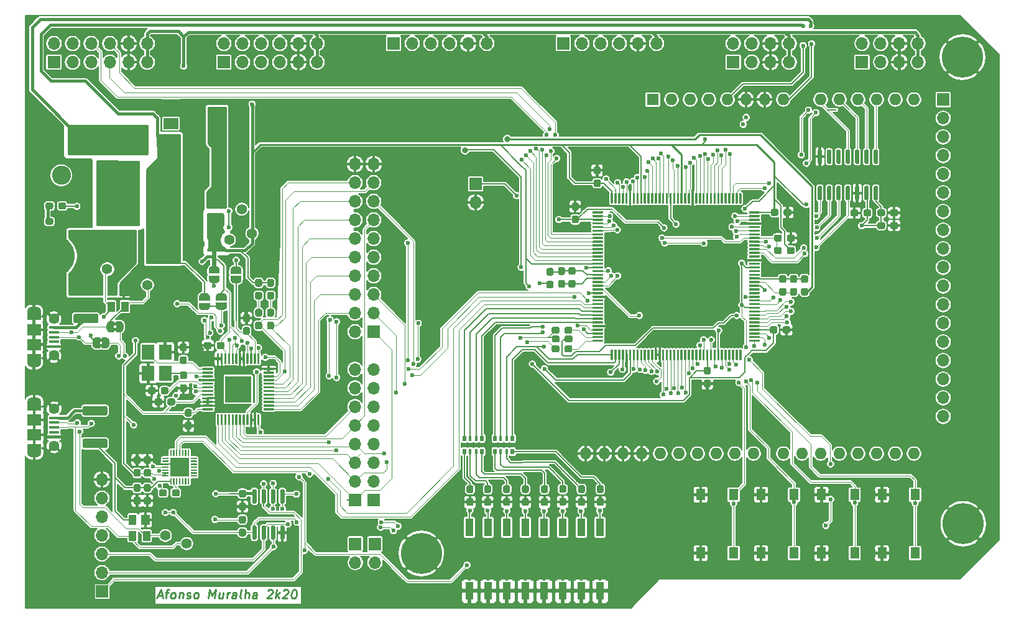
<source format=gbr>
G04 #@! TF.GenerationSoftware,KiCad,Pcbnew,(5.1.6)-1*
G04 #@! TF.CreationDate,2020-08-24T18:21:13+01:00*
G04 #@! TF.ProjectId,arktika-fpga,61726b74-696b-4612-9d66-7067612e6b69,rev?*
G04 #@! TF.SameCoordinates,Original*
G04 #@! TF.FileFunction,Copper,L1,Top*
G04 #@! TF.FilePolarity,Positive*
%FSLAX46Y46*%
G04 Gerber Fmt 4.6, Leading zero omitted, Abs format (unit mm)*
G04 Created by KiCad (PCBNEW (5.1.6)-1) date 2020-08-24 18:21:13*
%MOMM*%
%LPD*%
G01*
G04 APERTURE LIST*
G04 #@! TA.AperFunction,NonConductor*
%ADD10C,0.250000*%
G04 #@! TD*
G04 #@! TA.AperFunction,EtchedComponent*
%ADD11C,0.100000*%
G04 #@! TD*
G04 #@! TA.AperFunction,ComponentPad*
%ADD12C,5.600000*%
G04 #@! TD*
G04 #@! TA.AperFunction,SMDPad,CuDef*
%ADD13R,1.900000X1.200000*%
G04 #@! TD*
G04 #@! TA.AperFunction,ComponentPad*
%ADD14O,1.900000X1.200000*%
G04 #@! TD*
G04 #@! TA.AperFunction,SMDPad,CuDef*
%ADD15R,1.900000X1.500000*%
G04 #@! TD*
G04 #@! TA.AperFunction,ComponentPad*
%ADD16C,1.450000*%
G04 #@! TD*
G04 #@! TA.AperFunction,SMDPad,CuDef*
%ADD17R,1.350000X0.400000*%
G04 #@! TD*
G04 #@! TA.AperFunction,ComponentPad*
%ADD18C,1.400000*%
G04 #@! TD*
G04 #@! TA.AperFunction,ComponentPad*
%ADD19O,1.700000X1.700000*%
G04 #@! TD*
G04 #@! TA.AperFunction,ComponentPad*
%ADD20R,1.700000X1.700000*%
G04 #@! TD*
G04 #@! TA.AperFunction,ComponentPad*
%ADD21O,1.600000X1.600000*%
G04 #@! TD*
G04 #@! TA.AperFunction,ComponentPad*
%ADD22R,1.600000X1.600000*%
G04 #@! TD*
G04 #@! TA.AperFunction,SMDPad,CuDef*
%ADD23R,3.600000X3.600000*%
G04 #@! TD*
G04 #@! TA.AperFunction,SMDPad,CuDef*
%ADD24R,1.300000X1.550000*%
G04 #@! TD*
G04 #@! TA.AperFunction,SMDPad,CuDef*
%ADD25R,1.120000X2.440000*%
G04 #@! TD*
G04 #@! TA.AperFunction,SMDPad,CuDef*
%ADD26R,1.000000X1.400000*%
G04 #@! TD*
G04 #@! TA.AperFunction,SMDPad,CuDef*
%ADD27R,1.200000X1.400000*%
G04 #@! TD*
G04 #@! TA.AperFunction,SMDPad,CuDef*
%ADD28R,1.800000X2.100000*%
G04 #@! TD*
G04 #@! TA.AperFunction,SMDPad,CuDef*
%ADD29R,2.600000X2.600000*%
G04 #@! TD*
G04 #@! TA.AperFunction,SMDPad,CuDef*
%ADD30R,2.000000X1.500000*%
G04 #@! TD*
G04 #@! TA.AperFunction,SMDPad,CuDef*
%ADD31R,2.000000X3.800000*%
G04 #@! TD*
G04 #@! TA.AperFunction,SMDPad,CuDef*
%ADD32R,0.500000X0.800000*%
G04 #@! TD*
G04 #@! TA.AperFunction,SMDPad,CuDef*
%ADD33R,0.400000X0.800000*%
G04 #@! TD*
G04 #@! TA.AperFunction,SMDPad,CuDef*
%ADD34C,0.100000*%
G04 #@! TD*
G04 #@! TA.AperFunction,ComponentPad*
%ADD35C,2.600000*%
G04 #@! TD*
G04 #@! TA.AperFunction,ComponentPad*
%ADD36R,2.600000X2.600000*%
G04 #@! TD*
G04 #@! TA.AperFunction,ViaPad*
%ADD37C,0.600000*%
G04 #@! TD*
G04 #@! TA.AperFunction,ViaPad*
%ADD38C,0.800000*%
G04 #@! TD*
G04 #@! TA.AperFunction,Conductor*
%ADD39C,0.125000*%
G04 #@! TD*
G04 #@! TA.AperFunction,Conductor*
%ADD40C,0.600000*%
G04 #@! TD*
G04 #@! TA.AperFunction,Conductor*
%ADD41C,0.150000*%
G04 #@! TD*
G04 #@! TA.AperFunction,Conductor*
%ADD42C,0.200000*%
G04 #@! TD*
G04 #@! TA.AperFunction,Conductor*
%ADD43C,0.400000*%
G04 #@! TD*
G04 #@! TA.AperFunction,Conductor*
%ADD44C,0.152000*%
G04 #@! TD*
G04 #@! TA.AperFunction,Conductor*
%ADD45C,0.250000*%
G04 #@! TD*
G04 #@! TA.AperFunction,Conductor*
%ADD46C,0.254000*%
G04 #@! TD*
G04 APERTURE END LIST*
D10*
X102717187Y-137020000D02*
X103288616Y-137020000D01*
X102560044Y-137362857D02*
X103110044Y-136162857D01*
X103360044Y-137362857D01*
X103688616Y-136562857D02*
X104145758Y-136562857D01*
X103760044Y-137362857D02*
X103888616Y-136334285D01*
X103960044Y-136220000D01*
X104081473Y-136162857D01*
X104195758Y-136162857D01*
X104617187Y-137362857D02*
X104510044Y-137305714D01*
X104460044Y-137248571D01*
X104417187Y-137134285D01*
X104460044Y-136791428D01*
X104531473Y-136677142D01*
X104595758Y-136620000D01*
X104717187Y-136562857D01*
X104888616Y-136562857D01*
X104995758Y-136620000D01*
X105045758Y-136677142D01*
X105088616Y-136791428D01*
X105045758Y-137134285D01*
X104974330Y-137248571D01*
X104910044Y-137305714D01*
X104788616Y-137362857D01*
X104617187Y-137362857D01*
X105631473Y-136562857D02*
X105531473Y-137362857D01*
X105617187Y-136677142D02*
X105681473Y-136620000D01*
X105802901Y-136562857D01*
X105974330Y-136562857D01*
X106081473Y-136620000D01*
X106124330Y-136734285D01*
X106045758Y-137362857D01*
X106567187Y-137305714D02*
X106674330Y-137362857D01*
X106902901Y-137362857D01*
X107024330Y-137305714D01*
X107095758Y-137191428D01*
X107102901Y-137134285D01*
X107060044Y-137020000D01*
X106952901Y-136962857D01*
X106781473Y-136962857D01*
X106674330Y-136905714D01*
X106631473Y-136791428D01*
X106638616Y-136734285D01*
X106710044Y-136620000D01*
X106831473Y-136562857D01*
X107002901Y-136562857D01*
X107110044Y-136620000D01*
X107760044Y-137362857D02*
X107652901Y-137305714D01*
X107602901Y-137248571D01*
X107560044Y-137134285D01*
X107602901Y-136791428D01*
X107674330Y-136677142D01*
X107738616Y-136620000D01*
X107860044Y-136562857D01*
X108031473Y-136562857D01*
X108138616Y-136620000D01*
X108188616Y-136677142D01*
X108231473Y-136791428D01*
X108188616Y-137134285D01*
X108117187Y-137248571D01*
X108052901Y-137305714D01*
X107931473Y-137362857D01*
X107760044Y-137362857D01*
X109588616Y-137362857D02*
X109738616Y-136162857D01*
X110031473Y-137020000D01*
X110538616Y-136162857D01*
X110388616Y-137362857D01*
X111574330Y-136562857D02*
X111474330Y-137362857D01*
X111060044Y-136562857D02*
X110981473Y-137191428D01*
X111024330Y-137305714D01*
X111131473Y-137362857D01*
X111302901Y-137362857D01*
X111424330Y-137305714D01*
X111488616Y-137248571D01*
X112045758Y-137362857D02*
X112145758Y-136562857D01*
X112117187Y-136791428D02*
X112188616Y-136677142D01*
X112252901Y-136620000D01*
X112374330Y-136562857D01*
X112488616Y-136562857D01*
X113302901Y-137362857D02*
X113381473Y-136734285D01*
X113338616Y-136620000D01*
X113231473Y-136562857D01*
X113002901Y-136562857D01*
X112881473Y-136620000D01*
X113310044Y-137305714D02*
X113188616Y-137362857D01*
X112902901Y-137362857D01*
X112795758Y-137305714D01*
X112752901Y-137191428D01*
X112767187Y-137077142D01*
X112838616Y-136962857D01*
X112960044Y-136905714D01*
X113245758Y-136905714D01*
X113367187Y-136848571D01*
X114045758Y-137362857D02*
X113938616Y-137305714D01*
X113895758Y-137191428D01*
X114024330Y-136162857D01*
X114502901Y-137362857D02*
X114652901Y-136162857D01*
X115017187Y-137362857D02*
X115095758Y-136734285D01*
X115052901Y-136620000D01*
X114945758Y-136562857D01*
X114774330Y-136562857D01*
X114652901Y-136620000D01*
X114588616Y-136677142D01*
X116102901Y-137362857D02*
X116181473Y-136734285D01*
X116138616Y-136620000D01*
X116031473Y-136562857D01*
X115802901Y-136562857D01*
X115681473Y-136620000D01*
X116110044Y-137305714D02*
X115988616Y-137362857D01*
X115702901Y-137362857D01*
X115595758Y-137305714D01*
X115552901Y-137191428D01*
X115567187Y-137077142D01*
X115638616Y-136962857D01*
X115760044Y-136905714D01*
X116045758Y-136905714D01*
X116167187Y-136848571D01*
X117667187Y-136277142D02*
X117731473Y-136220000D01*
X117852901Y-136162857D01*
X118138616Y-136162857D01*
X118245758Y-136220000D01*
X118295758Y-136277142D01*
X118338616Y-136391428D01*
X118324330Y-136505714D01*
X118245758Y-136677142D01*
X117474330Y-137362857D01*
X118217187Y-137362857D01*
X118731473Y-137362857D02*
X118881473Y-136162857D01*
X118902901Y-136905714D02*
X119188616Y-137362857D01*
X119288616Y-136562857D02*
X118774330Y-137020000D01*
X119781473Y-136277142D02*
X119845758Y-136220000D01*
X119967187Y-136162857D01*
X120252901Y-136162857D01*
X120360044Y-136220000D01*
X120410044Y-136277142D01*
X120452901Y-136391428D01*
X120438616Y-136505714D01*
X120360044Y-136677142D01*
X119588616Y-137362857D01*
X120331473Y-137362857D01*
X121224330Y-136162857D02*
X121338616Y-136162857D01*
X121445758Y-136220000D01*
X121495758Y-136277142D01*
X121538616Y-136391428D01*
X121567187Y-136620000D01*
X121531473Y-136905714D01*
X121445758Y-137134285D01*
X121374330Y-137248571D01*
X121310044Y-137305714D01*
X121188616Y-137362857D01*
X121074330Y-137362857D01*
X120967187Y-137305714D01*
X120917187Y-137248571D01*
X120874330Y-137134285D01*
X120845758Y-136905714D01*
X120881473Y-136620000D01*
X120967187Y-136391428D01*
X121038616Y-136277142D01*
X121102901Y-136220000D01*
X121224330Y-136162857D01*
D11*
G04 #@! TO.C,JUP5_2*
G36*
X94675000Y-102725000D02*
G01*
X95175000Y-102725000D01*
X95175000Y-103125000D01*
X94675000Y-103125000D01*
X94675000Y-102725000D01*
G37*
G36*
X94675000Y-101925000D02*
G01*
X95175000Y-101925000D01*
X95175000Y-102325000D01*
X94675000Y-102325000D01*
X94675000Y-101925000D01*
G37*
G04 #@! TO.C,JUP5_1*
G36*
X96600000Y-100525000D02*
G01*
X97100000Y-100525000D01*
X97100000Y-100925000D01*
X96600000Y-100925000D01*
X96600000Y-100525000D01*
G37*
G36*
X96600000Y-99725000D02*
G01*
X97100000Y-99725000D01*
X97100000Y-100125000D01*
X96600000Y-100125000D01*
X96600000Y-99725000D01*
G37*
G04 #@! TD*
D12*
G04 #@! TO.P,REF\u002A\u002A,1*
G04 #@! TO.N,GND*
X138550000Y-131250000D03*
G04 #@! TD*
G04 #@! TO.P,REF\u002A\u002A,1*
G04 #@! TO.N,GND*
X88550000Y-90650000D03*
G04 #@! TD*
G04 #@! TO.P,REF\u002A\u002A,1*
G04 #@! TO.N,GND*
X212250000Y-63600000D03*
G04 #@! TD*
G04 #@! TO.P,REF\u002A\u002A,1*
G04 #@! TO.N,GND*
X212350000Y-127200000D03*
G04 #@! TD*
D13*
G04 #@! TO.P,JUSB2,6*
G04 #@! TO.N,GND*
X85862500Y-111150000D03*
X85862500Y-116950000D03*
D14*
X85862500Y-117550000D03*
X85862500Y-110550000D03*
D15*
X85862500Y-113050000D03*
D16*
X88562500Y-116550000D03*
D17*
G04 #@! TO.P,JUSB2,3*
G04 #@! TO.N,/FPGA_PERIPHS/D+*
X88562500Y-114050000D03*
G04 #@! TO.P,JUSB2,4*
G04 #@! TO.N,Net-(JUSB2-Pad4)*
X88562500Y-114700000D03*
G04 #@! TO.P,JUSB2,5*
G04 #@! TO.N,GND*
X88562500Y-115350000D03*
G04 #@! TO.P,JUSB2,1*
G04 #@! TO.N,Net-(FUSB2-Pad2)*
X88562500Y-112750000D03*
G04 #@! TO.P,JUSB2,2*
G04 #@! TO.N,/FPGA_PERIPHS/D-*
X88562500Y-113400000D03*
D16*
G04 #@! TO.P,JUSB2,6*
G04 #@! TO.N,GND*
X88562500Y-111550000D03*
D15*
X85862500Y-115050000D03*
G04 #@! TD*
D13*
G04 #@! TO.P,JUSB1,6*
G04 #@! TO.N,GND*
X85812500Y-98850000D03*
X85812500Y-104650000D03*
D14*
X85812500Y-105250000D03*
X85812500Y-98250000D03*
D15*
X85812500Y-100750000D03*
D16*
X88512500Y-104250000D03*
D17*
G04 #@! TO.P,JUSB1,3*
G04 #@! TO.N,/D+*
X88512500Y-101750000D03*
G04 #@! TO.P,JUSB1,4*
G04 #@! TO.N,Net-(JUSB1-Pad4)*
X88512500Y-102400000D03*
G04 #@! TO.P,JUSB1,5*
G04 #@! TO.N,GND*
X88512500Y-103050000D03*
G04 #@! TO.P,JUSB1,1*
G04 #@! TO.N,Net-(FUSB1-Pad2)*
X88512500Y-100450000D03*
G04 #@! TO.P,JUSB1,2*
G04 #@! TO.N,/D-*
X88512500Y-101100000D03*
D16*
G04 #@! TO.P,JUSB1,6*
G04 #@! TO.N,GND*
X88512500Y-99250000D03*
D15*
X85812500Y-102750000D03*
G04 #@! TD*
D18*
G04 #@! TO.P,TP8,1*
G04 #@! TO.N,/FPGA_PERIPHS/D+*
X106600000Y-129900000D03*
G04 #@! TD*
G04 #@! TO.P,TP7,1*
G04 #@! TO.N,/FPGA_PERIPHS/D-*
X103700000Y-128800000D03*
G04 #@! TD*
G04 #@! TO.P,TP6,1*
G04 #@! TO.N,/Power/VCC1.2_PLL*
X114100000Y-84300000D03*
G04 #@! TD*
G04 #@! TO.P,TP5,1*
G04 #@! TO.N,/Power/VCC_CORE*
X112400000Y-88500000D03*
G04 #@! TD*
G04 #@! TO.P,TP4,1*
G04 #@! TO.N,/VCC3V3*
X115500000Y-87600000D03*
G04 #@! TD*
G04 #@! TO.P,TP3,1*
G04 #@! TO.N,/VCC5V*
X102300000Y-79700000D03*
G04 #@! TD*
G04 #@! TO.P,TP2,1*
G04 #@! TO.N,/D-*
X101250000Y-94650000D03*
G04 #@! TD*
G04 #@! TO.P,TP1,1*
G04 #@! TO.N,/D+*
X95758000Y-92456000D03*
G04 #@! TD*
G04 #@! TO.P,RUP11,2*
G04 #@! TO.N,/D+*
G04 #@! TA.AperFunction,SMDPad,CuDef*
G36*
G01*
X157390000Y-101762500D02*
X157390000Y-102237500D01*
G75*
G02*
X157152500Y-102475000I-237500J0D01*
G01*
X156577500Y-102475000D01*
G75*
G02*
X156340000Y-102237500I0J237500D01*
G01*
X156340000Y-101762500D01*
G75*
G02*
X156577500Y-101525000I237500J0D01*
G01*
X157152500Y-101525000D01*
G75*
G02*
X157390000Y-101762500I0J-237500D01*
G01*
G37*
G04 #@! TD.AperFunction*
G04 #@! TO.P,RUP11,1*
G04 #@! TO.N,/FPGA_IO/D+'*
G04 #@! TA.AperFunction,SMDPad,CuDef*
G36*
G01*
X159140000Y-101762500D02*
X159140000Y-102237500D01*
G75*
G02*
X158902500Y-102475000I-237500J0D01*
G01*
X158327500Y-102475000D01*
G75*
G02*
X158090000Y-102237500I0J237500D01*
G01*
X158090000Y-101762500D01*
G75*
G02*
X158327500Y-101525000I237500J0D01*
G01*
X158902500Y-101525000D01*
G75*
G02*
X159140000Y-101762500I0J-237500D01*
G01*
G37*
G04 #@! TD.AperFunction*
G04 #@! TD*
G04 #@! TO.P,RUP10,2*
G04 #@! TO.N,/D+*
G04 #@! TA.AperFunction,SMDPad,CuDef*
G36*
G01*
X157360000Y-100572500D02*
X157360000Y-101047500D01*
G75*
G02*
X157122500Y-101285000I-237500J0D01*
G01*
X156547500Y-101285000D01*
G75*
G02*
X156310000Y-101047500I0J237500D01*
G01*
X156310000Y-100572500D01*
G75*
G02*
X156547500Y-100335000I237500J0D01*
G01*
X157122500Y-100335000D01*
G75*
G02*
X157360000Y-100572500I0J-237500D01*
G01*
G37*
G04 #@! TD.AperFunction*
G04 #@! TO.P,RUP10,1*
G04 #@! TO.N,Net-(RUP10-Pad1)*
G04 #@! TA.AperFunction,SMDPad,CuDef*
G36*
G01*
X159110000Y-100572500D02*
X159110000Y-101047500D01*
G75*
G02*
X158872500Y-101285000I-237500J0D01*
G01*
X158297500Y-101285000D01*
G75*
G02*
X158060000Y-101047500I0J237500D01*
G01*
X158060000Y-100572500D01*
G75*
G02*
X158297500Y-100335000I237500J0D01*
G01*
X158872500Y-100335000D01*
G75*
G02*
X159110000Y-100572500I0J-237500D01*
G01*
G37*
G04 #@! TD.AperFunction*
G04 #@! TD*
G04 #@! TO.P,RUP9,2*
G04 #@! TO.N,/D-*
G04 #@! TA.AperFunction,SMDPad,CuDef*
G36*
G01*
X157360000Y-103112500D02*
X157360000Y-103587500D01*
G75*
G02*
X157122500Y-103825000I-237500J0D01*
G01*
X156547500Y-103825000D01*
G75*
G02*
X156310000Y-103587500I0J237500D01*
G01*
X156310000Y-103112500D01*
G75*
G02*
X156547500Y-102875000I237500J0D01*
G01*
X157122500Y-102875000D01*
G75*
G02*
X157360000Y-103112500I0J-237500D01*
G01*
G37*
G04 #@! TD.AperFunction*
G04 #@! TO.P,RUP9,1*
G04 #@! TO.N,Net-(RUP9-Pad1)*
G04 #@! TA.AperFunction,SMDPad,CuDef*
G36*
G01*
X159110000Y-103112500D02*
X159110000Y-103587500D01*
G75*
G02*
X158872500Y-103825000I-237500J0D01*
G01*
X158297500Y-103825000D01*
G75*
G02*
X158060000Y-103587500I0J237500D01*
G01*
X158060000Y-103112500D01*
G75*
G02*
X158297500Y-102875000I237500J0D01*
G01*
X158872500Y-102875000D01*
G75*
G02*
X159110000Y-103112500I0J-237500D01*
G01*
G37*
G04 #@! TD.AperFunction*
G04 #@! TD*
G04 #@! TO.P,CPER5,2*
G04 #@! TO.N,GND*
G04 #@! TA.AperFunction,SMDPad,CuDef*
G36*
G01*
X198065000Y-84587500D02*
X198065000Y-85062500D01*
G75*
G02*
X197827500Y-85300000I-237500J0D01*
G01*
X197252500Y-85300000D01*
G75*
G02*
X197015000Y-85062500I0J237500D01*
G01*
X197015000Y-84587500D01*
G75*
G02*
X197252500Y-84350000I237500J0D01*
G01*
X197827500Y-84350000D01*
G75*
G02*
X198065000Y-84587500I0J-237500D01*
G01*
G37*
G04 #@! TD.AperFunction*
G04 #@! TO.P,CPER5,1*
G04 #@! TO.N,/VCC3V3*
G04 #@! TA.AperFunction,SMDPad,CuDef*
G36*
G01*
X199815000Y-84587500D02*
X199815000Y-85062500D01*
G75*
G02*
X199577500Y-85300000I-237500J0D01*
G01*
X199002500Y-85300000D01*
G75*
G02*
X198765000Y-85062500I0J237500D01*
G01*
X198765000Y-84587500D01*
G75*
G02*
X199002500Y-84350000I237500J0D01*
G01*
X199577500Y-84350000D01*
G75*
G02*
X199815000Y-84587500I0J-237500D01*
G01*
G37*
G04 #@! TD.AperFunction*
G04 #@! TD*
G04 #@! TO.P,CPER7,2*
G04 #@! TO.N,GND*
G04 #@! TA.AperFunction,SMDPad,CuDef*
G36*
G01*
X202415000Y-85037500D02*
X202415000Y-84562500D01*
G75*
G02*
X202652500Y-84325000I237500J0D01*
G01*
X203227500Y-84325000D01*
G75*
G02*
X203465000Y-84562500I0J-237500D01*
G01*
X203465000Y-85037500D01*
G75*
G02*
X203227500Y-85275000I-237500J0D01*
G01*
X202652500Y-85275000D01*
G75*
G02*
X202415000Y-85037500I0J237500D01*
G01*
G37*
G04 #@! TD.AperFunction*
G04 #@! TO.P,CPER7,1*
G04 #@! TO.N,/VCC3V3*
G04 #@! TA.AperFunction,SMDPad,CuDef*
G36*
G01*
X200665000Y-85037500D02*
X200665000Y-84562500D01*
G75*
G02*
X200902500Y-84325000I237500J0D01*
G01*
X201477500Y-84325000D01*
G75*
G02*
X201715000Y-84562500I0J-237500D01*
G01*
X201715000Y-85037500D01*
G75*
G02*
X201477500Y-85275000I-237500J0D01*
G01*
X200902500Y-85275000D01*
G75*
G02*
X200665000Y-85037500I0J237500D01*
G01*
G37*
G04 #@! TD.AperFunction*
G04 #@! TD*
G04 #@! TO.P,CPER6,2*
G04 #@! TO.N,GND*
G04 #@! TA.AperFunction,SMDPad,CuDef*
G36*
G01*
X202415000Y-86787500D02*
X202415000Y-86312500D01*
G75*
G02*
X202652500Y-86075000I237500J0D01*
G01*
X203227500Y-86075000D01*
G75*
G02*
X203465000Y-86312500I0J-237500D01*
G01*
X203465000Y-86787500D01*
G75*
G02*
X203227500Y-87025000I-237500J0D01*
G01*
X202652500Y-87025000D01*
G75*
G02*
X202415000Y-86787500I0J237500D01*
G01*
G37*
G04 #@! TD.AperFunction*
G04 #@! TO.P,CPER6,1*
G04 #@! TO.N,/VCC3V3*
G04 #@! TA.AperFunction,SMDPad,CuDef*
G36*
G01*
X200665000Y-86787500D02*
X200665000Y-86312500D01*
G75*
G02*
X200902500Y-86075000I237500J0D01*
G01*
X201477500Y-86075000D01*
G75*
G02*
X201715000Y-86312500I0J-237500D01*
G01*
X201715000Y-86787500D01*
G75*
G02*
X201477500Y-87025000I-237500J0D01*
G01*
X200902500Y-87025000D01*
G75*
G02*
X200665000Y-86787500I0J237500D01*
G01*
G37*
G04 #@! TD.AperFunction*
G04 #@! TD*
D19*
G04 #@! TO.P,BPER1,2*
G04 #@! TO.N,GND*
X145950000Y-83390000D03*
D20*
G04 #@! TO.P,BPER1,1*
G04 #@! TO.N,/FPGA_IO/Buzzer*
X145950000Y-80850000D03*
G04 #@! TD*
D19*
G04 #@! TO.P,JEXT1,18*
G04 #@! TO.N,/FPGA_IO/EXT18*
X209625000Y-112555000D03*
G04 #@! TO.P,JEXT1,17*
G04 #@! TO.N,/FPGA_IO/EXT17*
X209625000Y-110015000D03*
G04 #@! TO.P,JEXT1,16*
G04 #@! TO.N,/FPGA_IO/EXT16*
X209625000Y-107475000D03*
G04 #@! TO.P,JEXT1,15*
G04 #@! TO.N,/FPGA_IO/EXT15*
X209625000Y-104935000D03*
G04 #@! TO.P,JEXT1,14*
G04 #@! TO.N,/FPGA_IO/EXT14*
X209625000Y-102395000D03*
G04 #@! TO.P,JEXT1,13*
G04 #@! TO.N,/FPGA_IO/EXT13*
X209625000Y-99855000D03*
G04 #@! TO.P,JEXT1,12*
G04 #@! TO.N,/FPGA_IO/EXT12*
X209625000Y-97315000D03*
G04 #@! TO.P,JEXT1,11*
G04 #@! TO.N,/FPGA_IO/EXT11*
X209625000Y-94775000D03*
G04 #@! TO.P,JEXT1,10*
G04 #@! TO.N,/FPGA_IO/EXT10*
X209625000Y-92235000D03*
G04 #@! TO.P,JEXT1,9*
G04 #@! TO.N,/FPGA_IO/EXT9*
X209625000Y-89695000D03*
G04 #@! TO.P,JEXT1,8*
G04 #@! TO.N,/FPGA_IO/EXT8*
X209625000Y-87155000D03*
G04 #@! TO.P,JEXT1,7*
G04 #@! TO.N,/FPGA_IO/EXT7*
X209625000Y-84615000D03*
G04 #@! TO.P,JEXT1,6*
G04 #@! TO.N,/FPGA_IO/EXT6*
X209625000Y-82075000D03*
G04 #@! TO.P,JEXT1,5*
G04 #@! TO.N,/FPGA_IO/EXT5*
X209625000Y-79535000D03*
G04 #@! TO.P,JEXT1,4*
G04 #@! TO.N,/FPGA_IO/EXT4*
X209625000Y-76995000D03*
G04 #@! TO.P,JEXT1,3*
G04 #@! TO.N,/FPGA_IO/EXT3*
X209625000Y-74455000D03*
G04 #@! TO.P,JEXT1,2*
G04 #@! TO.N,/FPGA_IO/EXT2*
X209625000Y-71915000D03*
D20*
G04 #@! TO.P,JEXT1,1*
G04 #@! TO.N,/FPGA_IO/EXT1*
X209625000Y-69375000D03*
G04 #@! TD*
D21*
G04 #@! TO.P,A1,16*
G04 #@! TO.N,/FPGA_IO/ARDUINO_D1*
X203095000Y-117630000D03*
G04 #@! TO.P,A1,15*
G04 #@! TO.N,/FPGA_IO/ARDUINO_D0*
X205635000Y-117630000D03*
G04 #@! TO.P,A1,30*
G04 #@! TO.N,GND*
X166015000Y-117630000D03*
G04 #@! TO.P,A1,14*
G04 #@! TO.N,/FPGA_IO/ARDUINO_EXTRA_3*
X205635000Y-69370000D03*
G04 #@! TO.P,A1,29*
G04 #@! TO.N,GND*
X168555000Y-117630000D03*
G04 #@! TO.P,A1,13*
G04 #@! TO.N,/FPGA_IO/ARDUINO_EXTRA_4*
X203095000Y-69370000D03*
G04 #@! TO.P,A1,28*
G04 #@! TO.N,/FPGA_IO/ARDUINO_D13*
X171095000Y-117630000D03*
G04 #@! TO.P,A1,12*
G04 #@! TO.N,ADC_CH3*
X200555000Y-69370000D03*
G04 #@! TO.P,A1,27*
G04 #@! TO.N,/FPGA_IO/ARDUINO_D12*
X173635000Y-117630000D03*
G04 #@! TO.P,A1,11*
G04 #@! TO.N,ADC_CH2*
X198015000Y-69370000D03*
G04 #@! TO.P,A1,26*
G04 #@! TO.N,/FPGA_IO/ARDUINO_D11*
X176175000Y-117630000D03*
G04 #@! TO.P,A1,10*
G04 #@! TO.N,ADC_CH1*
X195475000Y-69370000D03*
G04 #@! TO.P,A1,25*
G04 #@! TO.N,/FPGA_IO/ARDUINO_D10*
X178715000Y-117630000D03*
G04 #@! TO.P,A1,9*
G04 #@! TO.N,ADC_CH0*
X192935000Y-69370000D03*
G04 #@! TO.P,A1,24*
G04 #@! TO.N,/FPGA_IO/ARDUINO_D9*
X181255000Y-117630000D03*
G04 #@! TO.P,A1,8*
G04 #@! TO.N,/VIN*
X187855000Y-69370000D03*
G04 #@! TO.P,A1,23*
G04 #@! TO.N,/FPGA_IO/ARDUINO_D8*
X183795000Y-117630000D03*
G04 #@! TO.P,A1,7*
G04 #@! TO.N,GND*
X185315000Y-69370000D03*
G04 #@! TO.P,A1,22*
G04 #@! TO.N,/FPGA_IO/ARDUINO_D7*
X187855000Y-117630000D03*
G04 #@! TO.P,A1,6*
G04 #@! TO.N,GND*
X182775000Y-69370000D03*
G04 #@! TO.P,A1,21*
G04 #@! TO.N,/FPGA_IO/ARDUINO_D6*
X190395000Y-117630000D03*
G04 #@! TO.P,A1,5*
G04 #@! TO.N,/VCC5V*
X180235000Y-69370000D03*
G04 #@! TO.P,A1,20*
G04 #@! TO.N,/FPGA_IO/ARDUINO_D5*
X192935000Y-117630000D03*
G04 #@! TO.P,A1,4*
G04 #@! TO.N,/VCC3V3*
X177695000Y-69370000D03*
G04 #@! TO.P,A1,19*
G04 #@! TO.N,/FPGA_IO/ARDUINO_D4*
X195475000Y-117630000D03*
G04 #@! TO.P,A1,3*
G04 #@! TO.N,/FPGA_IO/ARDUINO_RESET*
X175155000Y-69370000D03*
G04 #@! TO.P,A1,18*
G04 #@! TO.N,/FPGA_IO/ARDUINO_D3*
X198015000Y-117630000D03*
G04 #@! TO.P,A1,2*
G04 #@! TO.N,/FPGA_IO/ARDUINO_EXTRA_1*
X172615000Y-69370000D03*
G04 #@! TO.P,A1,17*
G04 #@! TO.N,/FPGA_IO/ARDUINO_D2*
X200555000Y-117630000D03*
D22*
G04 #@! TO.P,A1,1*
G04 #@! TO.N,Net-(A1-Pad1)*
X170075000Y-69370000D03*
D21*
G04 #@! TO.P,A1,31*
G04 #@! TO.N,GND*
X163475000Y-117630000D03*
G04 #@! TO.P,A1,32*
X160935000Y-117630000D03*
G04 #@! TD*
G04 #@! TO.P,CP7_3,2*
G04 #@! TO.N,GND*
G04 #@! TA.AperFunction,SMDPad,CuDef*
G36*
G01*
X177262500Y-107550000D02*
X177737500Y-107550000D01*
G75*
G02*
X177975000Y-107787500I0J-237500D01*
G01*
X177975000Y-108362500D01*
G75*
G02*
X177737500Y-108600000I-237500J0D01*
G01*
X177262500Y-108600000D01*
G75*
G02*
X177025000Y-108362500I0J237500D01*
G01*
X177025000Y-107787500D01*
G75*
G02*
X177262500Y-107550000I237500J0D01*
G01*
G37*
G04 #@! TD.AperFunction*
G04 #@! TO.P,CP7_3,1*
G04 #@! TO.N,/Power/VCC_CORE*
G04 #@! TA.AperFunction,SMDPad,CuDef*
G36*
G01*
X177262500Y-105800000D02*
X177737500Y-105800000D01*
G75*
G02*
X177975000Y-106037500I0J-237500D01*
G01*
X177975000Y-106612500D01*
G75*
G02*
X177737500Y-106850000I-237500J0D01*
G01*
X177262500Y-106850000D01*
G75*
G02*
X177025000Y-106612500I0J237500D01*
G01*
X177025000Y-106037500D01*
G75*
G02*
X177262500Y-105800000I237500J0D01*
G01*
G37*
G04 #@! TD.AperFunction*
G04 #@! TD*
G04 #@! TO.P,UUP1,1*
G04 #@! TO.N,Net-(CUP8_1-Pad1)*
G04 #@! TA.AperFunction,SMDPad,CuDef*
G36*
G01*
X108725000Y-106175000D02*
X108725000Y-106025000D01*
G75*
G02*
X108800000Y-105950000I75000J0D01*
G01*
X110125000Y-105950000D01*
G75*
G02*
X110200000Y-106025000I0J-75000D01*
G01*
X110200000Y-106175000D01*
G75*
G02*
X110125000Y-106250000I-75000J0D01*
G01*
X108800000Y-106250000D01*
G75*
G02*
X108725000Y-106175000I0J75000D01*
G01*
G37*
G04 #@! TD.AperFunction*
G04 #@! TO.P,UUP1,2*
G04 #@! TO.N,Net-(CUP8_2-Pad1)*
G04 #@! TA.AperFunction,SMDPad,CuDef*
G36*
G01*
X108725000Y-106675000D02*
X108725000Y-106525000D01*
G75*
G02*
X108800000Y-106450000I75000J0D01*
G01*
X110125000Y-106450000D01*
G75*
G02*
X110200000Y-106525000I0J-75000D01*
G01*
X110200000Y-106675000D01*
G75*
G02*
X110125000Y-106750000I-75000J0D01*
G01*
X108800000Y-106750000D01*
G75*
G02*
X108725000Y-106675000I0J75000D01*
G01*
G37*
G04 #@! TD.AperFunction*
G04 #@! TO.P,UUP1,3*
G04 #@! TO.N,/VCC3V3*
G04 #@! TA.AperFunction,SMDPad,CuDef*
G36*
G01*
X108725000Y-107175000D02*
X108725000Y-107025000D01*
G75*
G02*
X108800000Y-106950000I75000J0D01*
G01*
X110125000Y-106950000D01*
G75*
G02*
X110200000Y-107025000I0J-75000D01*
G01*
X110200000Y-107175000D01*
G75*
G02*
X110125000Y-107250000I-75000J0D01*
G01*
X108800000Y-107250000D01*
G75*
G02*
X108725000Y-107175000I0J75000D01*
G01*
G37*
G04 #@! TD.AperFunction*
G04 #@! TO.P,UUP1,4*
G04 #@! TO.N,GND*
G04 #@! TA.AperFunction,SMDPad,CuDef*
G36*
G01*
X108725000Y-107675000D02*
X108725000Y-107525000D01*
G75*
G02*
X108800000Y-107450000I75000J0D01*
G01*
X110125000Y-107450000D01*
G75*
G02*
X110200000Y-107525000I0J-75000D01*
G01*
X110200000Y-107675000D01*
G75*
G02*
X110125000Y-107750000I-75000J0D01*
G01*
X108800000Y-107750000D01*
G75*
G02*
X108725000Y-107675000I0J75000D01*
G01*
G37*
G04 #@! TD.AperFunction*
G04 #@! TO.P,UUP1,5*
G04 #@! TO.N,Net-(RUP3-Pad1)*
G04 #@! TA.AperFunction,SMDPad,CuDef*
G36*
G01*
X108725000Y-108175000D02*
X108725000Y-108025000D01*
G75*
G02*
X108800000Y-107950000I75000J0D01*
G01*
X110125000Y-107950000D01*
G75*
G02*
X110200000Y-108025000I0J-75000D01*
G01*
X110200000Y-108175000D01*
G75*
G02*
X110125000Y-108250000I-75000J0D01*
G01*
X108800000Y-108250000D01*
G75*
G02*
X108725000Y-108175000I0J75000D01*
G01*
G37*
G04 #@! TD.AperFunction*
G04 #@! TO.P,UUP1,6*
G04 #@! TO.N,/USB AND PROG/D'-*
G04 #@! TA.AperFunction,SMDPad,CuDef*
G36*
G01*
X108725000Y-108675000D02*
X108725000Y-108525000D01*
G75*
G02*
X108800000Y-108450000I75000J0D01*
G01*
X110125000Y-108450000D01*
G75*
G02*
X110200000Y-108525000I0J-75000D01*
G01*
X110200000Y-108675000D01*
G75*
G02*
X110125000Y-108750000I-75000J0D01*
G01*
X108800000Y-108750000D01*
G75*
G02*
X108725000Y-108675000I0J75000D01*
G01*
G37*
G04 #@! TD.AperFunction*
G04 #@! TO.P,UUP1,7*
G04 #@! TO.N,/USB AND PROG/D'+*
G04 #@! TA.AperFunction,SMDPad,CuDef*
G36*
G01*
X108725000Y-109175000D02*
X108725000Y-109025000D01*
G75*
G02*
X108800000Y-108950000I75000J0D01*
G01*
X110125000Y-108950000D01*
G75*
G02*
X110200000Y-109025000I0J-75000D01*
G01*
X110200000Y-109175000D01*
G75*
G02*
X110125000Y-109250000I-75000J0D01*
G01*
X108800000Y-109250000D01*
G75*
G02*
X108725000Y-109175000I0J75000D01*
G01*
G37*
G04 #@! TD.AperFunction*
G04 #@! TO.P,UUP1,8*
G04 #@! TO.N,/VCC3V3*
G04 #@! TA.AperFunction,SMDPad,CuDef*
G36*
G01*
X108725000Y-109675000D02*
X108725000Y-109525000D01*
G75*
G02*
X108800000Y-109450000I75000J0D01*
G01*
X110125000Y-109450000D01*
G75*
G02*
X110200000Y-109525000I0J-75000D01*
G01*
X110200000Y-109675000D01*
G75*
G02*
X110125000Y-109750000I-75000J0D01*
G01*
X108800000Y-109750000D01*
G75*
G02*
X108725000Y-109675000I0J75000D01*
G01*
G37*
G04 #@! TD.AperFunction*
G04 #@! TO.P,UUP1,9*
G04 #@! TO.N,GND*
G04 #@! TA.AperFunction,SMDPad,CuDef*
G36*
G01*
X108725000Y-110175000D02*
X108725000Y-110025000D01*
G75*
G02*
X108800000Y-109950000I75000J0D01*
G01*
X110125000Y-109950000D01*
G75*
G02*
X110200000Y-110025000I0J-75000D01*
G01*
X110200000Y-110175000D01*
G75*
G02*
X110125000Y-110250000I-75000J0D01*
G01*
X108800000Y-110250000D01*
G75*
G02*
X108725000Y-110175000I0J75000D01*
G01*
G37*
G04 #@! TD.AperFunction*
G04 #@! TO.P,UUP1,10*
G04 #@! TA.AperFunction,SMDPad,CuDef*
G36*
G01*
X108725000Y-110675000D02*
X108725000Y-110525000D01*
G75*
G02*
X108800000Y-110450000I75000J0D01*
G01*
X110125000Y-110450000D01*
G75*
G02*
X110200000Y-110525000I0J-75000D01*
G01*
X110200000Y-110675000D01*
G75*
G02*
X110125000Y-110750000I-75000J0D01*
G01*
X108800000Y-110750000D01*
G75*
G02*
X108725000Y-110675000I0J75000D01*
G01*
G37*
G04 #@! TD.AperFunction*
G04 #@! TO.P,UUP1,11*
G04 #@! TA.AperFunction,SMDPad,CuDef*
G36*
G01*
X108725000Y-111175000D02*
X108725000Y-111025000D01*
G75*
G02*
X108800000Y-110950000I75000J0D01*
G01*
X110125000Y-110950000D01*
G75*
G02*
X110200000Y-111025000I0J-75000D01*
G01*
X110200000Y-111175000D01*
G75*
G02*
X110125000Y-111250000I-75000J0D01*
G01*
X108800000Y-111250000D01*
G75*
G02*
X108725000Y-111175000I0J75000D01*
G01*
G37*
G04 #@! TD.AperFunction*
G04 #@! TO.P,UUP1,12*
G04 #@! TO.N,/VCC3V3*
G04 #@! TA.AperFunction,SMDPad,CuDef*
G36*
G01*
X108725000Y-111675000D02*
X108725000Y-111525000D01*
G75*
G02*
X108800000Y-111450000I75000J0D01*
G01*
X110125000Y-111450000D01*
G75*
G02*
X110200000Y-111525000I0J-75000D01*
G01*
X110200000Y-111675000D01*
G75*
G02*
X110125000Y-111750000I-75000J0D01*
G01*
X108800000Y-111750000D01*
G75*
G02*
X108725000Y-111675000I0J75000D01*
G01*
G37*
G04 #@! TD.AperFunction*
G04 #@! TO.P,UUP1,13*
G04 #@! TO.N,/USB AND PROG/ADBUS0*
G04 #@! TA.AperFunction,SMDPad,CuDef*
G36*
G01*
X110725000Y-113675000D02*
X110725000Y-112350000D01*
G75*
G02*
X110800000Y-112275000I75000J0D01*
G01*
X110950000Y-112275000D01*
G75*
G02*
X111025000Y-112350000I0J-75000D01*
G01*
X111025000Y-113675000D01*
G75*
G02*
X110950000Y-113750000I-75000J0D01*
G01*
X110800000Y-113750000D01*
G75*
G02*
X110725000Y-113675000I0J75000D01*
G01*
G37*
G04 #@! TD.AperFunction*
G04 #@! TO.P,UUP1,14*
G04 #@! TO.N,/USB AND PROG/ADBUS1*
G04 #@! TA.AperFunction,SMDPad,CuDef*
G36*
G01*
X111225000Y-113675000D02*
X111225000Y-112350000D01*
G75*
G02*
X111300000Y-112275000I75000J0D01*
G01*
X111450000Y-112275000D01*
G75*
G02*
X111525000Y-112350000I0J-75000D01*
G01*
X111525000Y-113675000D01*
G75*
G02*
X111450000Y-113750000I-75000J0D01*
G01*
X111300000Y-113750000D01*
G75*
G02*
X111225000Y-113675000I0J75000D01*
G01*
G37*
G04 #@! TD.AperFunction*
G04 #@! TO.P,UUP1,15*
G04 #@! TO.N,/USB AND PROG/ADBUS2*
G04 #@! TA.AperFunction,SMDPad,CuDef*
G36*
G01*
X111725000Y-113675000D02*
X111725000Y-112350000D01*
G75*
G02*
X111800000Y-112275000I75000J0D01*
G01*
X111950000Y-112275000D01*
G75*
G02*
X112025000Y-112350000I0J-75000D01*
G01*
X112025000Y-113675000D01*
G75*
G02*
X111950000Y-113750000I-75000J0D01*
G01*
X111800000Y-113750000D01*
G75*
G02*
X111725000Y-113675000I0J75000D01*
G01*
G37*
G04 #@! TD.AperFunction*
G04 #@! TO.P,UUP1,16*
G04 #@! TO.N,/USB AND PROG/ADBUS3*
G04 #@! TA.AperFunction,SMDPad,CuDef*
G36*
G01*
X112225000Y-113675000D02*
X112225000Y-112350000D01*
G75*
G02*
X112300000Y-112275000I75000J0D01*
G01*
X112450000Y-112275000D01*
G75*
G02*
X112525000Y-112350000I0J-75000D01*
G01*
X112525000Y-113675000D01*
G75*
G02*
X112450000Y-113750000I-75000J0D01*
G01*
X112300000Y-113750000D01*
G75*
G02*
X112225000Y-113675000I0J75000D01*
G01*
G37*
G04 #@! TD.AperFunction*
G04 #@! TO.P,UUP1,17*
G04 #@! TO.N,/USB AND PROG/ADBUS4*
G04 #@! TA.AperFunction,SMDPad,CuDef*
G36*
G01*
X112725000Y-113675000D02*
X112725000Y-112350000D01*
G75*
G02*
X112800000Y-112275000I75000J0D01*
G01*
X112950000Y-112275000D01*
G75*
G02*
X113025000Y-112350000I0J-75000D01*
G01*
X113025000Y-113675000D01*
G75*
G02*
X112950000Y-113750000I-75000J0D01*
G01*
X112800000Y-113750000D01*
G75*
G02*
X112725000Y-113675000I0J75000D01*
G01*
G37*
G04 #@! TD.AperFunction*
G04 #@! TO.P,UUP1,18*
G04 #@! TO.N,/USB AND PROG/ADBUS5*
G04 #@! TA.AperFunction,SMDPad,CuDef*
G36*
G01*
X113225000Y-113675000D02*
X113225000Y-112350000D01*
G75*
G02*
X113300000Y-112275000I75000J0D01*
G01*
X113450000Y-112275000D01*
G75*
G02*
X113525000Y-112350000I0J-75000D01*
G01*
X113525000Y-113675000D01*
G75*
G02*
X113450000Y-113750000I-75000J0D01*
G01*
X113300000Y-113750000D01*
G75*
G02*
X113225000Y-113675000I0J75000D01*
G01*
G37*
G04 #@! TD.AperFunction*
G04 #@! TO.P,UUP1,19*
G04 #@! TO.N,/USB AND PROG/ADBUS6*
G04 #@! TA.AperFunction,SMDPad,CuDef*
G36*
G01*
X113725000Y-113675000D02*
X113725000Y-112350000D01*
G75*
G02*
X113800000Y-112275000I75000J0D01*
G01*
X113950000Y-112275000D01*
G75*
G02*
X114025000Y-112350000I0J-75000D01*
G01*
X114025000Y-113675000D01*
G75*
G02*
X113950000Y-113750000I-75000J0D01*
G01*
X113800000Y-113750000D01*
G75*
G02*
X113725000Y-113675000I0J75000D01*
G01*
G37*
G04 #@! TD.AperFunction*
G04 #@! TO.P,UUP1,20*
G04 #@! TO.N,/USB AND PROG/ADBUS7*
G04 #@! TA.AperFunction,SMDPad,CuDef*
G36*
G01*
X114225000Y-113675000D02*
X114225000Y-112350000D01*
G75*
G02*
X114300000Y-112275000I75000J0D01*
G01*
X114450000Y-112275000D01*
G75*
G02*
X114525000Y-112350000I0J-75000D01*
G01*
X114525000Y-113675000D01*
G75*
G02*
X114450000Y-113750000I-75000J0D01*
G01*
X114300000Y-113750000D01*
G75*
G02*
X114225000Y-113675000I0J75000D01*
G01*
G37*
G04 #@! TD.AperFunction*
G04 #@! TO.P,UUP1,21*
G04 #@! TO.N,/USB AND PROG/ACBUS0*
G04 #@! TA.AperFunction,SMDPad,CuDef*
G36*
G01*
X114725000Y-113675000D02*
X114725000Y-112350000D01*
G75*
G02*
X114800000Y-112275000I75000J0D01*
G01*
X114950000Y-112275000D01*
G75*
G02*
X115025000Y-112350000I0J-75000D01*
G01*
X115025000Y-113675000D01*
G75*
G02*
X114950000Y-113750000I-75000J0D01*
G01*
X114800000Y-113750000D01*
G75*
G02*
X114725000Y-113675000I0J75000D01*
G01*
G37*
G04 #@! TD.AperFunction*
G04 #@! TO.P,UUP1,22*
G04 #@! TO.N,GND*
G04 #@! TA.AperFunction,SMDPad,CuDef*
G36*
G01*
X115225000Y-113675000D02*
X115225000Y-112350000D01*
G75*
G02*
X115300000Y-112275000I75000J0D01*
G01*
X115450000Y-112275000D01*
G75*
G02*
X115525000Y-112350000I0J-75000D01*
G01*
X115525000Y-113675000D01*
G75*
G02*
X115450000Y-113750000I-75000J0D01*
G01*
X115300000Y-113750000D01*
G75*
G02*
X115225000Y-113675000I0J75000D01*
G01*
G37*
G04 #@! TD.AperFunction*
G04 #@! TO.P,UUP1,23*
G04 #@! TA.AperFunction,SMDPad,CuDef*
G36*
G01*
X115725000Y-113675000D02*
X115725000Y-112350000D01*
G75*
G02*
X115800000Y-112275000I75000J0D01*
G01*
X115950000Y-112275000D01*
G75*
G02*
X116025000Y-112350000I0J-75000D01*
G01*
X116025000Y-113675000D01*
G75*
G02*
X115950000Y-113750000I-75000J0D01*
G01*
X115800000Y-113750000D01*
G75*
G02*
X115725000Y-113675000I0J75000D01*
G01*
G37*
G04 #@! TD.AperFunction*
G04 #@! TO.P,UUP1,24*
G04 #@! TO.N,/VCC3V3*
G04 #@! TA.AperFunction,SMDPad,CuDef*
G36*
G01*
X116225000Y-113675000D02*
X116225000Y-112350000D01*
G75*
G02*
X116300000Y-112275000I75000J0D01*
G01*
X116450000Y-112275000D01*
G75*
G02*
X116525000Y-112350000I0J-75000D01*
G01*
X116525000Y-113675000D01*
G75*
G02*
X116450000Y-113750000I-75000J0D01*
G01*
X116300000Y-113750000D01*
G75*
G02*
X116225000Y-113675000I0J75000D01*
G01*
G37*
G04 #@! TD.AperFunction*
G04 #@! TO.P,UUP1,25*
G04 #@! TO.N,/USB AND PROG/ACBUS1*
G04 #@! TA.AperFunction,SMDPad,CuDef*
G36*
G01*
X117050000Y-111675000D02*
X117050000Y-111525000D01*
G75*
G02*
X117125000Y-111450000I75000J0D01*
G01*
X118450000Y-111450000D01*
G75*
G02*
X118525000Y-111525000I0J-75000D01*
G01*
X118525000Y-111675000D01*
G75*
G02*
X118450000Y-111750000I-75000J0D01*
G01*
X117125000Y-111750000D01*
G75*
G02*
X117050000Y-111675000I0J75000D01*
G01*
G37*
G04 #@! TD.AperFunction*
G04 #@! TO.P,UUP1,26*
G04 #@! TO.N,/USB AND PROG/ACBUS2*
G04 #@! TA.AperFunction,SMDPad,CuDef*
G36*
G01*
X117050000Y-111175000D02*
X117050000Y-111025000D01*
G75*
G02*
X117125000Y-110950000I75000J0D01*
G01*
X118450000Y-110950000D01*
G75*
G02*
X118525000Y-111025000I0J-75000D01*
G01*
X118525000Y-111175000D01*
G75*
G02*
X118450000Y-111250000I-75000J0D01*
G01*
X117125000Y-111250000D01*
G75*
G02*
X117050000Y-111175000I0J75000D01*
G01*
G37*
G04 #@! TD.AperFunction*
G04 #@! TO.P,UUP1,27*
G04 #@! TO.N,/USB AND PROG/ACBUS3*
G04 #@! TA.AperFunction,SMDPad,CuDef*
G36*
G01*
X117050000Y-110675000D02*
X117050000Y-110525000D01*
G75*
G02*
X117125000Y-110450000I75000J0D01*
G01*
X118450000Y-110450000D01*
G75*
G02*
X118525000Y-110525000I0J-75000D01*
G01*
X118525000Y-110675000D01*
G75*
G02*
X118450000Y-110750000I-75000J0D01*
G01*
X117125000Y-110750000D01*
G75*
G02*
X117050000Y-110675000I0J75000D01*
G01*
G37*
G04 #@! TD.AperFunction*
G04 #@! TO.P,UUP1,28*
G04 #@! TO.N,/USB AND PROG/ACBUS4*
G04 #@! TA.AperFunction,SMDPad,CuDef*
G36*
G01*
X117050000Y-110175000D02*
X117050000Y-110025000D01*
G75*
G02*
X117125000Y-109950000I75000J0D01*
G01*
X118450000Y-109950000D01*
G75*
G02*
X118525000Y-110025000I0J-75000D01*
G01*
X118525000Y-110175000D01*
G75*
G02*
X118450000Y-110250000I-75000J0D01*
G01*
X117125000Y-110250000D01*
G75*
G02*
X117050000Y-110175000I0J75000D01*
G01*
G37*
G04 #@! TD.AperFunction*
G04 #@! TO.P,UUP1,29*
G04 #@! TO.N,/USB AND PROG/ACBUS5*
G04 #@! TA.AperFunction,SMDPad,CuDef*
G36*
G01*
X117050000Y-109675000D02*
X117050000Y-109525000D01*
G75*
G02*
X117125000Y-109450000I75000J0D01*
G01*
X118450000Y-109450000D01*
G75*
G02*
X118525000Y-109525000I0J-75000D01*
G01*
X118525000Y-109675000D01*
G75*
G02*
X118450000Y-109750000I-75000J0D01*
G01*
X117125000Y-109750000D01*
G75*
G02*
X117050000Y-109675000I0J75000D01*
G01*
G37*
G04 #@! TD.AperFunction*
G04 #@! TO.P,UUP1,30*
G04 #@! TO.N,/USB AND PROG/ACBUS6*
G04 #@! TA.AperFunction,SMDPad,CuDef*
G36*
G01*
X117050000Y-109175000D02*
X117050000Y-109025000D01*
G75*
G02*
X117125000Y-108950000I75000J0D01*
G01*
X118450000Y-108950000D01*
G75*
G02*
X118525000Y-109025000I0J-75000D01*
G01*
X118525000Y-109175000D01*
G75*
G02*
X118450000Y-109250000I-75000J0D01*
G01*
X117125000Y-109250000D01*
G75*
G02*
X117050000Y-109175000I0J75000D01*
G01*
G37*
G04 #@! TD.AperFunction*
G04 #@! TO.P,UUP1,31*
G04 #@! TO.N,/USB AND PROG/ACBUS7*
G04 #@! TA.AperFunction,SMDPad,CuDef*
G36*
G01*
X117050000Y-108675000D02*
X117050000Y-108525000D01*
G75*
G02*
X117125000Y-108450000I75000J0D01*
G01*
X118450000Y-108450000D01*
G75*
G02*
X118525000Y-108525000I0J-75000D01*
G01*
X118525000Y-108675000D01*
G75*
G02*
X118450000Y-108750000I-75000J0D01*
G01*
X117125000Y-108750000D01*
G75*
G02*
X117050000Y-108675000I0J75000D01*
G01*
G37*
G04 #@! TD.AperFunction*
G04 #@! TO.P,UUP1,32*
G04 #@! TO.N,/USB AND PROG/C8'*
G04 #@! TA.AperFunction,SMDPad,CuDef*
G36*
G01*
X117050000Y-108175000D02*
X117050000Y-108025000D01*
G75*
G02*
X117125000Y-107950000I75000J0D01*
G01*
X118450000Y-107950000D01*
G75*
G02*
X118525000Y-108025000I0J-75000D01*
G01*
X118525000Y-108175000D01*
G75*
G02*
X118450000Y-108250000I-75000J0D01*
G01*
X117125000Y-108250000D01*
G75*
G02*
X117050000Y-108175000I0J75000D01*
G01*
G37*
G04 #@! TD.AperFunction*
G04 #@! TO.P,UUP1,33*
G04 #@! TO.N,/USB AND PROG/C9'*
G04 #@! TA.AperFunction,SMDPad,CuDef*
G36*
G01*
X117050000Y-107675000D02*
X117050000Y-107525000D01*
G75*
G02*
X117125000Y-107450000I75000J0D01*
G01*
X118450000Y-107450000D01*
G75*
G02*
X118525000Y-107525000I0J-75000D01*
G01*
X118525000Y-107675000D01*
G75*
G02*
X118450000Y-107750000I-75000J0D01*
G01*
X117125000Y-107750000D01*
G75*
G02*
X117050000Y-107675000I0J75000D01*
G01*
G37*
G04 #@! TD.AperFunction*
G04 #@! TO.P,UUP1,34*
G04 #@! TO.N,/VCC3V3*
G04 #@! TA.AperFunction,SMDPad,CuDef*
G36*
G01*
X117050000Y-107175000D02*
X117050000Y-107025000D01*
G75*
G02*
X117125000Y-106950000I75000J0D01*
G01*
X118450000Y-106950000D01*
G75*
G02*
X118525000Y-107025000I0J-75000D01*
G01*
X118525000Y-107175000D01*
G75*
G02*
X118450000Y-107250000I-75000J0D01*
G01*
X117125000Y-107250000D01*
G75*
G02*
X117050000Y-107175000I0J75000D01*
G01*
G37*
G04 #@! TD.AperFunction*
G04 #@! TO.P,UUP1,35*
G04 #@! TO.N,GND*
G04 #@! TA.AperFunction,SMDPad,CuDef*
G36*
G01*
X117050000Y-106675000D02*
X117050000Y-106525000D01*
G75*
G02*
X117125000Y-106450000I75000J0D01*
G01*
X118450000Y-106450000D01*
G75*
G02*
X118525000Y-106525000I0J-75000D01*
G01*
X118525000Y-106675000D01*
G75*
G02*
X118450000Y-106750000I-75000J0D01*
G01*
X117125000Y-106750000D01*
G75*
G02*
X117050000Y-106675000I0J75000D01*
G01*
G37*
G04 #@! TD.AperFunction*
G04 #@! TO.P,UUP1,36*
G04 #@! TA.AperFunction,SMDPad,CuDef*
G36*
G01*
X117050000Y-106175000D02*
X117050000Y-106025000D01*
G75*
G02*
X117125000Y-105950000I75000J0D01*
G01*
X118450000Y-105950000D01*
G75*
G02*
X118525000Y-106025000I0J-75000D01*
G01*
X118525000Y-106175000D01*
G75*
G02*
X118450000Y-106250000I-75000J0D01*
G01*
X117125000Y-106250000D01*
G75*
G02*
X117050000Y-106175000I0J75000D01*
G01*
G37*
G04 #@! TD.AperFunction*
G04 #@! TO.P,UUP1,37*
G04 #@! TO.N,Net-(CUP7-Pad1)*
G04 #@! TA.AperFunction,SMDPad,CuDef*
G36*
G01*
X116225000Y-105350000D02*
X116225000Y-104025000D01*
G75*
G02*
X116300000Y-103950000I75000J0D01*
G01*
X116450000Y-103950000D01*
G75*
G02*
X116525000Y-104025000I0J-75000D01*
G01*
X116525000Y-105350000D01*
G75*
G02*
X116450000Y-105425000I-75000J0D01*
G01*
X116300000Y-105425000D01*
G75*
G02*
X116225000Y-105350000I0J75000D01*
G01*
G37*
G04 #@! TD.AperFunction*
G04 #@! TO.P,UUP1,38*
G04 #@! TO.N,/USB AND PROG/VCC_CORE_USB*
G04 #@! TA.AperFunction,SMDPad,CuDef*
G36*
G01*
X115725000Y-105350000D02*
X115725000Y-104025000D01*
G75*
G02*
X115800000Y-103950000I75000J0D01*
G01*
X115950000Y-103950000D01*
G75*
G02*
X116025000Y-104025000I0J-75000D01*
G01*
X116025000Y-105350000D01*
G75*
G02*
X115950000Y-105425000I-75000J0D01*
G01*
X115800000Y-105425000D01*
G75*
G02*
X115725000Y-105350000I0J75000D01*
G01*
G37*
G04 #@! TD.AperFunction*
G04 #@! TO.P,UUP1,39*
G04 #@! TO.N,/USB AND PROG/VCC3V3_USB*
G04 #@! TA.AperFunction,SMDPad,CuDef*
G36*
G01*
X115225000Y-105350000D02*
X115225000Y-104025000D01*
G75*
G02*
X115300000Y-103950000I75000J0D01*
G01*
X115450000Y-103950000D01*
G75*
G02*
X115525000Y-104025000I0J-75000D01*
G01*
X115525000Y-105350000D01*
G75*
G02*
X115450000Y-105425000I-75000J0D01*
G01*
X115300000Y-105425000D01*
G75*
G02*
X115225000Y-105350000I0J75000D01*
G01*
G37*
G04 #@! TD.AperFunction*
G04 #@! TO.P,UUP1,40*
G04 #@! TO.N,Net-(JUP1-Pad2)*
G04 #@! TA.AperFunction,SMDPad,CuDef*
G36*
G01*
X114725000Y-105350000D02*
X114725000Y-104025000D01*
G75*
G02*
X114800000Y-103950000I75000J0D01*
G01*
X114950000Y-103950000D01*
G75*
G02*
X115025000Y-104025000I0J-75000D01*
G01*
X115025000Y-105350000D01*
G75*
G02*
X114950000Y-105425000I-75000J0D01*
G01*
X114800000Y-105425000D01*
G75*
G02*
X114725000Y-105350000I0J75000D01*
G01*
G37*
G04 #@! TD.AperFunction*
G04 #@! TO.P,UUP1,41*
G04 #@! TO.N,GND*
G04 #@! TA.AperFunction,SMDPad,CuDef*
G36*
G01*
X114225000Y-105350000D02*
X114225000Y-104025000D01*
G75*
G02*
X114300000Y-103950000I75000J0D01*
G01*
X114450000Y-103950000D01*
G75*
G02*
X114525000Y-104025000I0J-75000D01*
G01*
X114525000Y-105350000D01*
G75*
G02*
X114450000Y-105425000I-75000J0D01*
G01*
X114300000Y-105425000D01*
G75*
G02*
X114225000Y-105350000I0J75000D01*
G01*
G37*
G04 #@! TD.AperFunction*
G04 #@! TO.P,UUP1,42*
G04 #@! TA.AperFunction,SMDPad,CuDef*
G36*
G01*
X113725000Y-105350000D02*
X113725000Y-104025000D01*
G75*
G02*
X113800000Y-103950000I75000J0D01*
G01*
X113950000Y-103950000D01*
G75*
G02*
X114025000Y-104025000I0J-75000D01*
G01*
X114025000Y-105350000D01*
G75*
G02*
X113950000Y-105425000I-75000J0D01*
G01*
X113800000Y-105425000D01*
G75*
G02*
X113725000Y-105350000I0J75000D01*
G01*
G37*
G04 #@! TD.AperFunction*
G04 #@! TO.P,UUP1,43*
G04 #@! TO.N,/USB AND PROG/EEDATA*
G04 #@! TA.AperFunction,SMDPad,CuDef*
G36*
G01*
X113225000Y-105350000D02*
X113225000Y-104025000D01*
G75*
G02*
X113300000Y-103950000I75000J0D01*
G01*
X113450000Y-103950000D01*
G75*
G02*
X113525000Y-104025000I0J-75000D01*
G01*
X113525000Y-105350000D01*
G75*
G02*
X113450000Y-105425000I-75000J0D01*
G01*
X113300000Y-105425000D01*
G75*
G02*
X113225000Y-105350000I0J75000D01*
G01*
G37*
G04 #@! TD.AperFunction*
G04 #@! TO.P,UUP1,44*
G04 #@! TO.N,/USB AND PROG/EECLK*
G04 #@! TA.AperFunction,SMDPad,CuDef*
G36*
G01*
X112725000Y-105350000D02*
X112725000Y-104025000D01*
G75*
G02*
X112800000Y-103950000I75000J0D01*
G01*
X112950000Y-103950000D01*
G75*
G02*
X113025000Y-104025000I0J-75000D01*
G01*
X113025000Y-105350000D01*
G75*
G02*
X112950000Y-105425000I-75000J0D01*
G01*
X112800000Y-105425000D01*
G75*
G02*
X112725000Y-105350000I0J75000D01*
G01*
G37*
G04 #@! TD.AperFunction*
G04 #@! TO.P,UUP1,45*
G04 #@! TO.N,/USB AND PROG/EECS*
G04 #@! TA.AperFunction,SMDPad,CuDef*
G36*
G01*
X112225000Y-105350000D02*
X112225000Y-104025000D01*
G75*
G02*
X112300000Y-103950000I75000J0D01*
G01*
X112450000Y-103950000D01*
G75*
G02*
X112525000Y-104025000I0J-75000D01*
G01*
X112525000Y-105350000D01*
G75*
G02*
X112450000Y-105425000I-75000J0D01*
G01*
X112300000Y-105425000D01*
G75*
G02*
X112225000Y-105350000I0J75000D01*
G01*
G37*
G04 #@! TD.AperFunction*
G04 #@! TO.P,UUP1,46*
G04 #@! TO.N,/VCC3V3*
G04 #@! TA.AperFunction,SMDPad,CuDef*
G36*
G01*
X111725000Y-105350000D02*
X111725000Y-104025000D01*
G75*
G02*
X111800000Y-103950000I75000J0D01*
G01*
X111950000Y-103950000D01*
G75*
G02*
X112025000Y-104025000I0J-75000D01*
G01*
X112025000Y-105350000D01*
G75*
G02*
X111950000Y-105425000I-75000J0D01*
G01*
X111800000Y-105425000D01*
G75*
G02*
X111725000Y-105350000I0J75000D01*
G01*
G37*
G04 #@! TD.AperFunction*
G04 #@! TO.P,UUP1,47*
G04 #@! TO.N,GND*
G04 #@! TA.AperFunction,SMDPad,CuDef*
G36*
G01*
X111225000Y-105350000D02*
X111225000Y-104025000D01*
G75*
G02*
X111300000Y-103950000I75000J0D01*
G01*
X111450000Y-103950000D01*
G75*
G02*
X111525000Y-104025000I0J-75000D01*
G01*
X111525000Y-105350000D01*
G75*
G02*
X111450000Y-105425000I-75000J0D01*
G01*
X111300000Y-105425000D01*
G75*
G02*
X111225000Y-105350000I0J75000D01*
G01*
G37*
G04 #@! TD.AperFunction*
G04 #@! TO.P,UUP1,48*
G04 #@! TA.AperFunction,SMDPad,CuDef*
G36*
G01*
X110725000Y-105350000D02*
X110725000Y-104025000D01*
G75*
G02*
X110800000Y-103950000I75000J0D01*
G01*
X110950000Y-103950000D01*
G75*
G02*
X111025000Y-104025000I0J-75000D01*
G01*
X111025000Y-105350000D01*
G75*
G02*
X110950000Y-105425000I-75000J0D01*
G01*
X110800000Y-105425000D01*
G75*
G02*
X110725000Y-105350000I0J75000D01*
G01*
G37*
G04 #@! TD.AperFunction*
D23*
G04 #@! TO.P,UUP1,49*
G04 #@! TO.N,N/C*
X113625000Y-108850000D03*
G04 #@! TD*
D19*
G04 #@! TO.P,JUP6,20*
G04 #@! TO.N,GND*
X129527300Y-78168500D03*
G04 #@! TO.P,JUP6,19*
X132067300Y-78168500D03*
G04 #@! TO.P,JUP6,18*
G04 #@! TO.N,/USB AND PROG/C9'*
X129527300Y-80708500D03*
G04 #@! TO.P,JUP6,17*
G04 #@! TO.N,/USB AND PROG/C8'*
X132067300Y-80708500D03*
G04 #@! TO.P,JUP6,16*
G04 #@! TO.N,/USB AND PROG/ACBUS7*
X129527300Y-83248500D03*
G04 #@! TO.P,JUP6,15*
G04 #@! TO.N,/USB AND PROG/ADBUS7*
X132067300Y-83248500D03*
G04 #@! TO.P,JUP6,14*
G04 #@! TO.N,/USB AND PROG/ACBUS6*
X129527300Y-85788500D03*
G04 #@! TO.P,JUP6,13*
G04 #@! TO.N,/USB AND PROG/ADBUS6*
X132067300Y-85788500D03*
G04 #@! TO.P,JUP6,12*
G04 #@! TO.N,/USB AND PROG/ACBUS5*
X129527300Y-88328500D03*
G04 #@! TO.P,JUP6,11*
G04 #@! TO.N,/USB AND PROG/ADBUS5*
X132067300Y-88328500D03*
G04 #@! TO.P,JUP6,10*
G04 #@! TO.N,/USB AND PROG/ACBUS4*
X129527300Y-90868500D03*
G04 #@! TO.P,JUP6,9*
G04 #@! TO.N,/USB AND PROG/ADBUS4*
X132067300Y-90868500D03*
G04 #@! TO.P,JUP6,8*
G04 #@! TO.N,/USB AND PROG/ACBUS3*
X129527300Y-93408500D03*
G04 #@! TO.P,JUP6,7*
G04 #@! TO.N,/USB AND PROG/ADBUS3*
X132067300Y-93408500D03*
G04 #@! TO.P,JUP6,6*
G04 #@! TO.N,/USB AND PROG/ACBUS2*
X129527300Y-95948500D03*
G04 #@! TO.P,JUP6,5*
G04 #@! TO.N,/USB AND PROG/ADBUS2*
X132067300Y-95948500D03*
G04 #@! TO.P,JUP6,4*
G04 #@! TO.N,/USB AND PROG/ACBUS1*
X129527300Y-98488500D03*
G04 #@! TO.P,JUP6,3*
G04 #@! TO.N,/USB AND PROG/ADBUS1*
X132067300Y-98488500D03*
G04 #@! TO.P,JUP6,2*
G04 #@! TO.N,/USB AND PROG/ACBUS0*
X129527300Y-101028500D03*
D20*
G04 #@! TO.P,JUP6,1*
G04 #@! TO.N,/USB AND PROG/ADBUS0*
X132067300Y-101028500D03*
G04 #@! TD*
G04 #@! TO.P,JUP7_2,1*
G04 #@! TO.N,/USB AND PROG/ICE_SCK*
X132067300Y-123935000D03*
D19*
G04 #@! TO.P,JUP7_2,2*
G04 #@! TO.N,/USB AND PROG/FLASH_MOSI*
X132067300Y-121395000D03*
G04 #@! TO.P,JUP7_2,3*
G04 #@! TO.N,/USB AND PROG/FLASH_MISO*
X132067300Y-118855000D03*
G04 #@! TO.P,JUP7_2,4*
G04 #@! TO.N,/USB AND PROG/ICE_CS*
X132067300Y-116315000D03*
G04 #@! TO.P,JUP7_2,5*
G04 #@! TO.N,/USB AND PROG/CDONE*
X132067300Y-113775000D03*
G04 #@! TO.P,JUP7_2,6*
G04 #@! TO.N,/USB AND PROG/ICE_CRESET*
X132067300Y-111235000D03*
G04 #@! TO.P,JUP7_2,7*
G04 #@! TO.N,/USB AND PROG/C8*
X132067300Y-108695000D03*
G04 #@! TO.P,JUP7_2,8*
G04 #@! TO.N,/USB AND PROG/C9*
X132067300Y-106155000D03*
G04 #@! TD*
G04 #@! TO.P,PMODA_2,12*
G04 #@! TO.N,/VCC3V3*
X124351500Y-61731500D03*
G04 #@! TO.P,PMODA_2,11*
X124351500Y-64271500D03*
G04 #@! TO.P,PMODA_2,10*
G04 #@! TO.N,GND*
X121811500Y-61731500D03*
G04 #@! TO.P,PMODA_2,9*
X121811500Y-64271500D03*
G04 #@! TO.P,PMODA_2,8*
G04 #@! TO.N,/FPGA_IO/PMOD1_B_10*
X119271500Y-61731500D03*
G04 #@! TO.P,PMODA_2,7*
G04 #@! TO.N,/FPGA_IO/PMOD1_B_4*
X119271500Y-64271500D03*
G04 #@! TO.P,PMODA_2,6*
G04 #@! TO.N,/FPGA_IO/PMOD1_B_9*
X116731500Y-61731500D03*
G04 #@! TO.P,PMODA_2,5*
G04 #@! TO.N,/FPGA_IO/PMOD1_B_3*
X116731500Y-64271500D03*
G04 #@! TO.P,PMODA_2,4*
G04 #@! TO.N,/FPGA_IO/PMOD1_B_8*
X114191500Y-61731500D03*
G04 #@! TO.P,PMODA_2,3*
G04 #@! TO.N,/FPGA_IO/PMOD1_B_2*
X114191500Y-64271500D03*
G04 #@! TO.P,PMODA_2,2*
G04 #@! TO.N,/FPGA_IO/PMOD1_B_7*
X111651500Y-61731500D03*
D20*
G04 #@! TO.P,PMODA_2,1*
G04 #@! TO.N,/FPGA_IO/PMOD1_B_1*
X111651500Y-64271500D03*
G04 #@! TD*
D19*
G04 #@! TO.P,PMODA_1,12*
G04 #@! TO.N,/VCC3V3*
X101226500Y-61731500D03*
G04 #@! TO.P,PMODA_1,11*
X101226500Y-64271500D03*
G04 #@! TO.P,PMODA_1,10*
G04 #@! TO.N,GND*
X98686500Y-61731500D03*
G04 #@! TO.P,PMODA_1,9*
X98686500Y-64271500D03*
G04 #@! TO.P,PMODA_1,8*
G04 #@! TO.N,/FPGA_IO/PMOD1_A_10*
X96146500Y-61731500D03*
G04 #@! TO.P,PMODA_1,7*
G04 #@! TO.N,/FPGA_IO/PMOD1_A_4*
X96146500Y-64271500D03*
G04 #@! TO.P,PMODA_1,6*
G04 #@! TO.N,/FPGA_IO/PMOD1_A_9*
X93606500Y-61731500D03*
G04 #@! TO.P,PMODA_1,5*
G04 #@! TO.N,/FPGA_IO/PMOD1_A_3*
X93606500Y-64271500D03*
G04 #@! TO.P,PMODA_1,4*
G04 #@! TO.N,/FPGA_IO/PMOD1_A_8*
X91066500Y-61731500D03*
G04 #@! TO.P,PMODA_1,3*
G04 #@! TO.N,/FPGA_IO/PMOD1_A_2*
X91066500Y-64271500D03*
G04 #@! TO.P,PMODA_1,2*
G04 #@! TO.N,/FPGA_IO/PMOD1_A_7*
X88526500Y-61731500D03*
D20*
G04 #@! TO.P,PMODA_1,1*
G04 #@! TO.N,/FPGA_IO/PMOD1_A_1*
X88526500Y-64271500D03*
G04 #@! TD*
D24*
G04 #@! TO.P,PSH3,2*
G04 #@! TO.N,/FPGA_IO/PSH3*
X205794000Y-123225000D03*
G04 #@! TO.P,PSH3,1*
G04 #@! TO.N,GND*
X201294000Y-123225000D03*
X201294000Y-131185000D03*
G04 #@! TO.P,PSH3,2*
G04 #@! TO.N,/FPGA_IO/PSH3*
X205794000Y-131185000D03*
G04 #@! TD*
G04 #@! TO.P,PSH2,2*
G04 #@! TO.N,/FPGA_IO/PSH2*
X197560222Y-123225000D03*
G04 #@! TO.P,PSH2,1*
G04 #@! TO.N,GND*
X193060222Y-123225000D03*
X193060222Y-131185000D03*
G04 #@! TO.P,PSH2,2*
G04 #@! TO.N,/FPGA_IO/PSH2*
X197560222Y-131185000D03*
G04 #@! TD*
G04 #@! TO.P,PSH1,2*
G04 #@! TO.N,/FPGA_IO/PSH1*
X189326445Y-123225000D03*
G04 #@! TO.P,PSH1,1*
G04 #@! TO.N,GND*
X184826445Y-123225000D03*
X184826445Y-131185000D03*
G04 #@! TO.P,PSH1,2*
G04 #@! TO.N,/FPGA_IO/PSH1*
X189326445Y-131185000D03*
G04 #@! TD*
G04 #@! TO.P,PSH0,2*
G04 #@! TO.N,/FPGA_IO/PSH0*
X181092668Y-123225000D03*
G04 #@! TO.P,PSH0,1*
G04 #@! TO.N,GND*
X176592668Y-123225000D03*
X176592668Y-131185000D03*
G04 #@! TO.P,PSH0,2*
G04 #@! TO.N,/FPGA_IO/PSH0*
X181092668Y-131185000D03*
G04 #@! TD*
D25*
G04 #@! TO.P,SW[7..0]1,16*
G04 #@! TO.N,GND*
X162881000Y-136280000D03*
G04 #@! TO.P,SW[7..0]1,8*
G04 #@! TO.N,/FPGA_IO/SW7*
X145101000Y-127670000D03*
G04 #@! TO.P,SW[7..0]1,15*
G04 #@! TO.N,GND*
X160341000Y-136280000D03*
G04 #@! TO.P,SW[7..0]1,7*
G04 #@! TO.N,/FPGA_IO/SW6*
X147641000Y-127670000D03*
G04 #@! TO.P,SW[7..0]1,14*
G04 #@! TO.N,GND*
X157801000Y-136280000D03*
G04 #@! TO.P,SW[7..0]1,6*
G04 #@! TO.N,/FPGA_IO/SW5*
X150181000Y-127670000D03*
G04 #@! TO.P,SW[7..0]1,13*
G04 #@! TO.N,GND*
X155261000Y-136280000D03*
G04 #@! TO.P,SW[7..0]1,5*
G04 #@! TO.N,/FPGA_IO/SW4*
X152721000Y-127670000D03*
G04 #@! TO.P,SW[7..0]1,12*
G04 #@! TO.N,GND*
X152721000Y-136280000D03*
G04 #@! TO.P,SW[7..0]1,4*
G04 #@! TO.N,/FPGA_IO/SW3*
X155261000Y-127670000D03*
G04 #@! TO.P,SW[7..0]1,11*
G04 #@! TO.N,GND*
X150181000Y-136280000D03*
G04 #@! TO.P,SW[7..0]1,3*
G04 #@! TO.N,/FPGA_IO/SW2*
X157801000Y-127670000D03*
G04 #@! TO.P,SW[7..0]1,10*
G04 #@! TO.N,GND*
X147641000Y-136280000D03*
G04 #@! TO.P,SW[7..0]1,2*
G04 #@! TO.N,/FPGA_IO/SW1*
X160341000Y-127670000D03*
G04 #@! TO.P,SW[7..0]1,9*
G04 #@! TO.N,GND*
X145101000Y-136280000D03*
G04 #@! TO.P,SW[7..0]1,1*
G04 #@! TO.N,/FPGA_IO/SW0*
X162881000Y-127670000D03*
G04 #@! TD*
D19*
G04 #@! TO.P,PMODC_2,6*
G04 #@! TO.N,/VCC3V3*
X170601500Y-61721500D03*
G04 #@! TO.P,PMODC_2,5*
G04 #@! TO.N,GND*
X168061500Y-61721500D03*
G04 #@! TO.P,PMODC_2,4*
G04 #@! TO.N,/FPGA_IO/PMOD3_B_4*
X165521500Y-61721500D03*
G04 #@! TO.P,PMODC_2,3*
G04 #@! TO.N,/FPGA_IO/PMOD3_B_3*
X162981500Y-61721500D03*
G04 #@! TO.P,PMODC_2,2*
G04 #@! TO.N,/FPGA_IO/PMOD3_B_2*
X160441500Y-61721500D03*
D20*
G04 #@! TO.P,PMODC_2,1*
G04 #@! TO.N,/FPGA_IO/PMOD3_B_1*
X157901500Y-61721500D03*
G04 #@! TD*
D19*
G04 #@! TO.P,PMODC_1,6*
G04 #@! TO.N,/VCC3V3*
X147476500Y-61724500D03*
G04 #@! TO.P,PMODC_1,5*
G04 #@! TO.N,GND*
X144936500Y-61724500D03*
G04 #@! TO.P,PMODC_1,4*
G04 #@! TO.N,/FPGA_IO/PMOD3_A_4*
X142396500Y-61724500D03*
G04 #@! TO.P,PMODC_1,3*
G04 #@! TO.N,/FPGA_IO/PMOD3_A_3*
X139856500Y-61724500D03*
G04 #@! TO.P,PMODC_1,2*
G04 #@! TO.N,/FPGA_IO/PMOD3_A_2*
X137316500Y-61724500D03*
D20*
G04 #@! TO.P,PMODC_1,1*
G04 #@! TO.N,/FPGA_IO/PMOD3_A_1*
X134776500Y-61724500D03*
G04 #@! TD*
D19*
G04 #@! TO.P,PMODB_2,8*
G04 #@! TO.N,/VCC3V3*
X206184500Y-61722000D03*
G04 #@! TO.P,PMODB_2,7*
X206184500Y-64262000D03*
G04 #@! TO.P,PMODB_2,6*
G04 #@! TO.N,GND*
X203644500Y-61722000D03*
G04 #@! TO.P,PMODB_2,5*
X203644500Y-64262000D03*
G04 #@! TO.P,PMODB_2,4*
G04 #@! TO.N,/FPGA_IO/PMOD2_B_4*
X201104500Y-61722000D03*
G04 #@! TO.P,PMODB_2,3*
G04 #@! TO.N,/FPGA_IO/PMOD2_B_3*
X201104500Y-64262000D03*
G04 #@! TO.P,PMODB_2,2*
G04 #@! TO.N,/FPGA_IO/PMOD2_B_2*
X198564500Y-61722000D03*
D20*
G04 #@! TO.P,PMODB_2,1*
G04 #@! TO.N,/FPGA_IO/PMOD2_B_1*
X198564500Y-64262000D03*
G04 #@! TD*
D19*
G04 #@! TO.P,PMODB_1,8*
G04 #@! TO.N,/VCC3V3*
X188646500Y-61734500D03*
G04 #@! TO.P,PMODB_1,7*
X188646500Y-64274500D03*
G04 #@! TO.P,PMODB_1,6*
G04 #@! TO.N,GND*
X186106500Y-61734500D03*
G04 #@! TO.P,PMODB_1,5*
X186106500Y-64274500D03*
G04 #@! TO.P,PMODB_1,4*
G04 #@! TO.N,/FPGA_IO/PMOD2_A_4*
X183566500Y-61734500D03*
G04 #@! TO.P,PMODB_1,3*
G04 #@! TO.N,/FPGA_IO/PMOD2_A_3*
X183566500Y-64274500D03*
G04 #@! TO.P,PMODB_1,2*
G04 #@! TO.N,/FPGA_IO/PMOD2_A_2*
X181026500Y-61734500D03*
D20*
G04 #@! TO.P,PMODB_1,1*
G04 #@! TO.N,/FPGA_IO/PMOD2_A_1*
X181026500Y-64274500D03*
G04 #@! TD*
D19*
G04 #@! TO.P,JUP9,7*
G04 #@! TO.N,GND*
X95059500Y-121158000D03*
G04 #@! TO.P,JUP9,6*
G04 #@! TO.N,/USB AND PROG/FLASH_CS*
X95059500Y-123698000D03*
G04 #@! TO.P,JUP9,5*
G04 #@! TO.N,/USB AND PROG/ICE_SCK*
X95059500Y-126238000D03*
G04 #@! TO.P,JUP9,4*
G04 #@! TO.N,/USB AND PROG/FLASH_MOSI*
X95059500Y-128778000D03*
G04 #@! TO.P,JUP9,3*
G04 #@! TO.N,/USB AND PROG/FLASH_MISO*
X95059500Y-131318000D03*
G04 #@! TO.P,JUP9,2*
G04 #@! TO.N,/USB AND PROG/flash_~WP*
X95059500Y-133858000D03*
D20*
G04 #@! TO.P,JUP9,1*
G04 #@! TO.N,/USB AND PROG/flash_~RST*
X95059500Y-136398000D03*
G04 #@! TD*
D26*
G04 #@! TO.P,DUSB2,4*
G04 #@! TO.N,/FPGA_PERIPHS/D-*
X101153000Y-128862000D03*
G04 #@! TO.P,DUSB2,3*
G04 #@! TO.N,/FPGA_PERIPHS/D+*
X99253000Y-128862000D03*
G04 #@! TO.P,DUSB2,2*
G04 #@! TO.N,/FPGA_PERIPHS/Vbus*
X99253000Y-126662000D03*
D27*
G04 #@! TO.P,DUSB2,1*
G04 #@! TO.N,GND*
X100973000Y-126662000D03*
G04 #@! TD*
D26*
G04 #@! TO.P,DUSB1,4*
G04 #@! TO.N,/D-*
X98200000Y-97600000D03*
G04 #@! TO.P,DUSB1,3*
G04 #@! TO.N,/D+*
X96300000Y-97600000D03*
G04 #@! TO.P,DUSB1,2*
G04 #@! TO.N,/Power/Vbus*
X96300000Y-95400000D03*
D27*
G04 #@! TO.P,DUSB1,1*
G04 #@! TO.N,GND*
X98020000Y-95400000D03*
G04 #@! TD*
D28*
G04 #@! TO.P,YUP1,4*
G04 #@! TO.N,GND*
X103675000Y-103800000D03*
G04 #@! TO.P,YUP1,3*
G04 #@! TO.N,Net-(CUP8_2-Pad1)*
X103675000Y-106700000D03*
G04 #@! TO.P,YUP1,2*
G04 #@! TO.N,GND*
X101375000Y-106700000D03*
G04 #@! TO.P,YUP1,1*
G04 #@! TO.N,Net-(CUP8_1-Pad1)*
X101375000Y-103800000D03*
G04 #@! TD*
G04 #@! TO.P,UUP4,8*
G04 #@! TO.N,/VCC3V3*
G04 #@! TA.AperFunction,SMDPad,CuDef*
G36*
G01*
X115970000Y-124425000D02*
X115670000Y-124425000D01*
G75*
G02*
X115520000Y-124275000I0J150000D01*
G01*
X115520000Y-122625000D01*
G75*
G02*
X115670000Y-122475000I150000J0D01*
G01*
X115970000Y-122475000D01*
G75*
G02*
X116120000Y-122625000I0J-150000D01*
G01*
X116120000Y-124275000D01*
G75*
G02*
X115970000Y-124425000I-150000J0D01*
G01*
G37*
G04 #@! TD.AperFunction*
G04 #@! TO.P,UUP4,7*
G04 #@! TO.N,/USB AND PROG/flash_~RST*
G04 #@! TA.AperFunction,SMDPad,CuDef*
G36*
G01*
X117240000Y-124425000D02*
X116940000Y-124425000D01*
G75*
G02*
X116790000Y-124275000I0J150000D01*
G01*
X116790000Y-122625000D01*
G75*
G02*
X116940000Y-122475000I150000J0D01*
G01*
X117240000Y-122475000D01*
G75*
G02*
X117390000Y-122625000I0J-150000D01*
G01*
X117390000Y-124275000D01*
G75*
G02*
X117240000Y-124425000I-150000J0D01*
G01*
G37*
G04 #@! TD.AperFunction*
G04 #@! TO.P,UUP4,6*
G04 #@! TO.N,/USB AND PROG/ICE_SCK*
G04 #@! TA.AperFunction,SMDPad,CuDef*
G36*
G01*
X118510000Y-124425000D02*
X118210000Y-124425000D01*
G75*
G02*
X118060000Y-124275000I0J150000D01*
G01*
X118060000Y-122625000D01*
G75*
G02*
X118210000Y-122475000I150000J0D01*
G01*
X118510000Y-122475000D01*
G75*
G02*
X118660000Y-122625000I0J-150000D01*
G01*
X118660000Y-124275000D01*
G75*
G02*
X118510000Y-124425000I-150000J0D01*
G01*
G37*
G04 #@! TD.AperFunction*
G04 #@! TO.P,UUP4,5*
G04 #@! TO.N,/USB AND PROG/FLASH_MOSI*
G04 #@! TA.AperFunction,SMDPad,CuDef*
G36*
G01*
X119780000Y-124425000D02*
X119480000Y-124425000D01*
G75*
G02*
X119330000Y-124275000I0J150000D01*
G01*
X119330000Y-122625000D01*
G75*
G02*
X119480000Y-122475000I150000J0D01*
G01*
X119780000Y-122475000D01*
G75*
G02*
X119930000Y-122625000I0J-150000D01*
G01*
X119930000Y-124275000D01*
G75*
G02*
X119780000Y-124425000I-150000J0D01*
G01*
G37*
G04 #@! TD.AperFunction*
G04 #@! TO.P,UUP4,4*
G04 #@! TO.N,GND*
G04 #@! TA.AperFunction,SMDPad,CuDef*
G36*
G01*
X119780000Y-129375000D02*
X119480000Y-129375000D01*
G75*
G02*
X119330000Y-129225000I0J150000D01*
G01*
X119330000Y-127575000D01*
G75*
G02*
X119480000Y-127425000I150000J0D01*
G01*
X119780000Y-127425000D01*
G75*
G02*
X119930000Y-127575000I0J-150000D01*
G01*
X119930000Y-129225000D01*
G75*
G02*
X119780000Y-129375000I-150000J0D01*
G01*
G37*
G04 #@! TD.AperFunction*
G04 #@! TO.P,UUP4,3*
G04 #@! TO.N,/USB AND PROG/flash_~WP*
G04 #@! TA.AperFunction,SMDPad,CuDef*
G36*
G01*
X118510000Y-129375000D02*
X118210000Y-129375000D01*
G75*
G02*
X118060000Y-129225000I0J150000D01*
G01*
X118060000Y-127575000D01*
G75*
G02*
X118210000Y-127425000I150000J0D01*
G01*
X118510000Y-127425000D01*
G75*
G02*
X118660000Y-127575000I0J-150000D01*
G01*
X118660000Y-129225000D01*
G75*
G02*
X118510000Y-129375000I-150000J0D01*
G01*
G37*
G04 #@! TD.AperFunction*
G04 #@! TO.P,UUP4,2*
G04 #@! TO.N,/USB AND PROG/FLASH_MISO*
G04 #@! TA.AperFunction,SMDPad,CuDef*
G36*
G01*
X117240000Y-129375000D02*
X116940000Y-129375000D01*
G75*
G02*
X116790000Y-129225000I0J150000D01*
G01*
X116790000Y-127575000D01*
G75*
G02*
X116940000Y-127425000I150000J0D01*
G01*
X117240000Y-127425000D01*
G75*
G02*
X117390000Y-127575000I0J-150000D01*
G01*
X117390000Y-129225000D01*
G75*
G02*
X117240000Y-129375000I-150000J0D01*
G01*
G37*
G04 #@! TD.AperFunction*
G04 #@! TO.P,UUP4,1*
G04 #@! TO.N,/USB AND PROG/FLASH_CS*
G04 #@! TA.AperFunction,SMDPad,CuDef*
G36*
G01*
X115970000Y-129375000D02*
X115670000Y-129375000D01*
G75*
G02*
X115520000Y-129225000I0J150000D01*
G01*
X115520000Y-127575000D01*
G75*
G02*
X115670000Y-127425000I150000J0D01*
G01*
X115970000Y-127425000D01*
G75*
G02*
X116120000Y-127575000I0J-150000D01*
G01*
X116120000Y-129225000D01*
G75*
G02*
X115970000Y-129375000I-150000J0D01*
G01*
G37*
G04 #@! TD.AperFunction*
G04 #@! TD*
G04 #@! TO.P,UUP3,1*
G04 #@! TO.N,/FPGA_IO/LED1*
G04 #@! TA.AperFunction,SMDPad,CuDef*
G36*
G01*
X164575000Y-104900000D02*
X164425000Y-104900000D01*
G75*
G02*
X164350000Y-104825000I0J75000D01*
G01*
X164350000Y-103500000D01*
G75*
G02*
X164425000Y-103425000I75000J0D01*
G01*
X164575000Y-103425000D01*
G75*
G02*
X164650000Y-103500000I0J-75000D01*
G01*
X164650000Y-104825000D01*
G75*
G02*
X164575000Y-104900000I-75000J0D01*
G01*
G37*
G04 #@! TD.AperFunction*
G04 #@! TO.P,UUP3,2*
G04 #@! TO.N,/FPGA_IO/LED0*
G04 #@! TA.AperFunction,SMDPad,CuDef*
G36*
G01*
X165075000Y-104900000D02*
X164925000Y-104900000D01*
G75*
G02*
X164850000Y-104825000I0J75000D01*
G01*
X164850000Y-103500000D01*
G75*
G02*
X164925000Y-103425000I75000J0D01*
G01*
X165075000Y-103425000D01*
G75*
G02*
X165150000Y-103500000I0J-75000D01*
G01*
X165150000Y-104825000D01*
G75*
G02*
X165075000Y-104900000I-75000J0D01*
G01*
G37*
G04 #@! TD.AperFunction*
G04 #@! TO.P,UUP3,3*
G04 #@! TO.N,/FPGA_IO/SW7*
G04 #@! TA.AperFunction,SMDPad,CuDef*
G36*
G01*
X165575000Y-104900000D02*
X165425000Y-104900000D01*
G75*
G02*
X165350000Y-104825000I0J75000D01*
G01*
X165350000Y-103500000D01*
G75*
G02*
X165425000Y-103425000I75000J0D01*
G01*
X165575000Y-103425000D01*
G75*
G02*
X165650000Y-103500000I0J-75000D01*
G01*
X165650000Y-104825000D01*
G75*
G02*
X165575000Y-104900000I-75000J0D01*
G01*
G37*
G04 #@! TD.AperFunction*
G04 #@! TO.P,UUP3,4*
G04 #@! TO.N,/FPGA_IO/SW6*
G04 #@! TA.AperFunction,SMDPad,CuDef*
G36*
G01*
X166075000Y-104900000D02*
X165925000Y-104900000D01*
G75*
G02*
X165850000Y-104825000I0J75000D01*
G01*
X165850000Y-103500000D01*
G75*
G02*
X165925000Y-103425000I75000J0D01*
G01*
X166075000Y-103425000D01*
G75*
G02*
X166150000Y-103500000I0J-75000D01*
G01*
X166150000Y-104825000D01*
G75*
G02*
X166075000Y-104900000I-75000J0D01*
G01*
G37*
G04 #@! TD.AperFunction*
G04 #@! TO.P,UUP3,5*
G04 #@! TO.N,GND*
G04 #@! TA.AperFunction,SMDPad,CuDef*
G36*
G01*
X166575000Y-104900000D02*
X166425000Y-104900000D01*
G75*
G02*
X166350000Y-104825000I0J75000D01*
G01*
X166350000Y-103500000D01*
G75*
G02*
X166425000Y-103425000I75000J0D01*
G01*
X166575000Y-103425000D01*
G75*
G02*
X166650000Y-103500000I0J-75000D01*
G01*
X166650000Y-104825000D01*
G75*
G02*
X166575000Y-104900000I-75000J0D01*
G01*
G37*
G04 #@! TD.AperFunction*
G04 #@! TO.P,UUP3,6*
G04 #@! TO.N,/VCC3V3*
G04 #@! TA.AperFunction,SMDPad,CuDef*
G36*
G01*
X167075000Y-104900000D02*
X166925000Y-104900000D01*
G75*
G02*
X166850000Y-104825000I0J75000D01*
G01*
X166850000Y-103500000D01*
G75*
G02*
X166925000Y-103425000I75000J0D01*
G01*
X167075000Y-103425000D01*
G75*
G02*
X167150000Y-103500000I0J-75000D01*
G01*
X167150000Y-104825000D01*
G75*
G02*
X167075000Y-104900000I-75000J0D01*
G01*
G37*
G04 #@! TD.AperFunction*
G04 #@! TO.P,UUP3,7*
G04 #@! TO.N,/FPGA_IO/SW5*
G04 #@! TA.AperFunction,SMDPad,CuDef*
G36*
G01*
X167575000Y-104900000D02*
X167425000Y-104900000D01*
G75*
G02*
X167350000Y-104825000I0J75000D01*
G01*
X167350000Y-103500000D01*
G75*
G02*
X167425000Y-103425000I75000J0D01*
G01*
X167575000Y-103425000D01*
G75*
G02*
X167650000Y-103500000I0J-75000D01*
G01*
X167650000Y-104825000D01*
G75*
G02*
X167575000Y-104900000I-75000J0D01*
G01*
G37*
G04 #@! TD.AperFunction*
G04 #@! TO.P,UUP3,8*
G04 #@! TO.N,/FPGA_IO/SW4*
G04 #@! TA.AperFunction,SMDPad,CuDef*
G36*
G01*
X168075000Y-104900000D02*
X167925000Y-104900000D01*
G75*
G02*
X167850000Y-104825000I0J75000D01*
G01*
X167850000Y-103500000D01*
G75*
G02*
X167925000Y-103425000I75000J0D01*
G01*
X168075000Y-103425000D01*
G75*
G02*
X168150000Y-103500000I0J-75000D01*
G01*
X168150000Y-104825000D01*
G75*
G02*
X168075000Y-104900000I-75000J0D01*
G01*
G37*
G04 #@! TD.AperFunction*
G04 #@! TO.P,UUP3,9*
G04 #@! TO.N,/FPGA_IO/SW3*
G04 #@! TA.AperFunction,SMDPad,CuDef*
G36*
G01*
X168575000Y-104900000D02*
X168425000Y-104900000D01*
G75*
G02*
X168350000Y-104825000I0J75000D01*
G01*
X168350000Y-103500000D01*
G75*
G02*
X168425000Y-103425000I75000J0D01*
G01*
X168575000Y-103425000D01*
G75*
G02*
X168650000Y-103500000I0J-75000D01*
G01*
X168650000Y-104825000D01*
G75*
G02*
X168575000Y-104900000I-75000J0D01*
G01*
G37*
G04 #@! TD.AperFunction*
G04 #@! TO.P,UUP3,10*
G04 #@! TO.N,/FPGA_IO/SW2*
G04 #@! TA.AperFunction,SMDPad,CuDef*
G36*
G01*
X169075000Y-104900000D02*
X168925000Y-104900000D01*
G75*
G02*
X168850000Y-104825000I0J75000D01*
G01*
X168850000Y-103500000D01*
G75*
G02*
X168925000Y-103425000I75000J0D01*
G01*
X169075000Y-103425000D01*
G75*
G02*
X169150000Y-103500000I0J-75000D01*
G01*
X169150000Y-104825000D01*
G75*
G02*
X169075000Y-104900000I-75000J0D01*
G01*
G37*
G04 #@! TD.AperFunction*
G04 #@! TO.P,UUP3,11*
G04 #@! TO.N,/FPGA_IO/SW1*
G04 #@! TA.AperFunction,SMDPad,CuDef*
G36*
G01*
X169575000Y-104900000D02*
X169425000Y-104900000D01*
G75*
G02*
X169350000Y-104825000I0J75000D01*
G01*
X169350000Y-103500000D01*
G75*
G02*
X169425000Y-103425000I75000J0D01*
G01*
X169575000Y-103425000D01*
G75*
G02*
X169650000Y-103500000I0J-75000D01*
G01*
X169650000Y-104825000D01*
G75*
G02*
X169575000Y-104900000I-75000J0D01*
G01*
G37*
G04 #@! TD.AperFunction*
G04 #@! TO.P,UUP3,12*
G04 #@! TO.N,/FPGA_IO/SW0*
G04 #@! TA.AperFunction,SMDPad,CuDef*
G36*
G01*
X170075000Y-104900000D02*
X169925000Y-104900000D01*
G75*
G02*
X169850000Y-104825000I0J75000D01*
G01*
X169850000Y-103500000D01*
G75*
G02*
X169925000Y-103425000I75000J0D01*
G01*
X170075000Y-103425000D01*
G75*
G02*
X170150000Y-103500000I0J-75000D01*
G01*
X170150000Y-104825000D01*
G75*
G02*
X170075000Y-104900000I-75000J0D01*
G01*
G37*
G04 #@! TD.AperFunction*
G04 #@! TO.P,UUP3,13*
G04 #@! TO.N,GND*
G04 #@! TA.AperFunction,SMDPad,CuDef*
G36*
G01*
X170575000Y-104900000D02*
X170425000Y-104900000D01*
G75*
G02*
X170350000Y-104825000I0J75000D01*
G01*
X170350000Y-103500000D01*
G75*
G02*
X170425000Y-103425000I75000J0D01*
G01*
X170575000Y-103425000D01*
G75*
G02*
X170650000Y-103500000I0J-75000D01*
G01*
X170650000Y-104825000D01*
G75*
G02*
X170575000Y-104900000I-75000J0D01*
G01*
G37*
G04 #@! TD.AperFunction*
G04 #@! TO.P,UUP3,14*
G04 #@! TA.AperFunction,SMDPad,CuDef*
G36*
G01*
X171075000Y-104900000D02*
X170925000Y-104900000D01*
G75*
G02*
X170850000Y-104825000I0J75000D01*
G01*
X170850000Y-103500000D01*
G75*
G02*
X170925000Y-103425000I75000J0D01*
G01*
X171075000Y-103425000D01*
G75*
G02*
X171150000Y-103500000I0J-75000D01*
G01*
X171150000Y-104825000D01*
G75*
G02*
X171075000Y-104900000I-75000J0D01*
G01*
G37*
G04 #@! TD.AperFunction*
G04 #@! TO.P,UUP3,15*
G04 #@! TO.N,/FPGA_IO/ARDUINO_D13*
G04 #@! TA.AperFunction,SMDPad,CuDef*
G36*
G01*
X171575000Y-104900000D02*
X171425000Y-104900000D01*
G75*
G02*
X171350000Y-104825000I0J75000D01*
G01*
X171350000Y-103500000D01*
G75*
G02*
X171425000Y-103425000I75000J0D01*
G01*
X171575000Y-103425000D01*
G75*
G02*
X171650000Y-103500000I0J-75000D01*
G01*
X171650000Y-104825000D01*
G75*
G02*
X171575000Y-104900000I-75000J0D01*
G01*
G37*
G04 #@! TD.AperFunction*
G04 #@! TO.P,UUP3,16*
G04 #@! TO.N,/FPGA_IO/ARDUINO_D12*
G04 #@! TA.AperFunction,SMDPad,CuDef*
G36*
G01*
X172075000Y-104900000D02*
X171925000Y-104900000D01*
G75*
G02*
X171850000Y-104825000I0J75000D01*
G01*
X171850000Y-103500000D01*
G75*
G02*
X171925000Y-103425000I75000J0D01*
G01*
X172075000Y-103425000D01*
G75*
G02*
X172150000Y-103500000I0J-75000D01*
G01*
X172150000Y-104825000D01*
G75*
G02*
X172075000Y-104900000I-75000J0D01*
G01*
G37*
G04 #@! TD.AperFunction*
G04 #@! TO.P,UUP3,17*
G04 #@! TO.N,/FPGA_IO/ARDUINO_D11*
G04 #@! TA.AperFunction,SMDPad,CuDef*
G36*
G01*
X172575000Y-104900000D02*
X172425000Y-104900000D01*
G75*
G02*
X172350000Y-104825000I0J75000D01*
G01*
X172350000Y-103500000D01*
G75*
G02*
X172425000Y-103425000I75000J0D01*
G01*
X172575000Y-103425000D01*
G75*
G02*
X172650000Y-103500000I0J-75000D01*
G01*
X172650000Y-104825000D01*
G75*
G02*
X172575000Y-104900000I-75000J0D01*
G01*
G37*
G04 #@! TD.AperFunction*
G04 #@! TO.P,UUP3,18*
G04 #@! TO.N,/FPGA_IO/ARDUINO_D10*
G04 #@! TA.AperFunction,SMDPad,CuDef*
G36*
G01*
X173075000Y-104900000D02*
X172925000Y-104900000D01*
G75*
G02*
X172850000Y-104825000I0J75000D01*
G01*
X172850000Y-103500000D01*
G75*
G02*
X172925000Y-103425000I75000J0D01*
G01*
X173075000Y-103425000D01*
G75*
G02*
X173150000Y-103500000I0J-75000D01*
G01*
X173150000Y-104825000D01*
G75*
G02*
X173075000Y-104900000I-75000J0D01*
G01*
G37*
G04 #@! TD.AperFunction*
G04 #@! TO.P,UUP3,19*
G04 #@! TO.N,/FPGA_IO/ARDUINO_D9*
G04 #@! TA.AperFunction,SMDPad,CuDef*
G36*
G01*
X173575000Y-104900000D02*
X173425000Y-104900000D01*
G75*
G02*
X173350000Y-104825000I0J75000D01*
G01*
X173350000Y-103500000D01*
G75*
G02*
X173425000Y-103425000I75000J0D01*
G01*
X173575000Y-103425000D01*
G75*
G02*
X173650000Y-103500000I0J-75000D01*
G01*
X173650000Y-104825000D01*
G75*
G02*
X173575000Y-104900000I-75000J0D01*
G01*
G37*
G04 #@! TD.AperFunction*
G04 #@! TO.P,UUP3,20*
G04 #@! TO.N,/FPGA_IO/ARDUINO_D8*
G04 #@! TA.AperFunction,SMDPad,CuDef*
G36*
G01*
X174075000Y-104900000D02*
X173925000Y-104900000D01*
G75*
G02*
X173850000Y-104825000I0J75000D01*
G01*
X173850000Y-103500000D01*
G75*
G02*
X173925000Y-103425000I75000J0D01*
G01*
X174075000Y-103425000D01*
G75*
G02*
X174150000Y-103500000I0J-75000D01*
G01*
X174150000Y-104825000D01*
G75*
G02*
X174075000Y-104900000I-75000J0D01*
G01*
G37*
G04 #@! TD.AperFunction*
G04 #@! TO.P,UUP3,21*
G04 #@! TO.N,/FPGA_IO/ARDUINO_D7*
G04 #@! TA.AperFunction,SMDPad,CuDef*
G36*
G01*
X174575000Y-104900000D02*
X174425000Y-104900000D01*
G75*
G02*
X174350000Y-104825000I0J75000D01*
G01*
X174350000Y-103500000D01*
G75*
G02*
X174425000Y-103425000I75000J0D01*
G01*
X174575000Y-103425000D01*
G75*
G02*
X174650000Y-103500000I0J-75000D01*
G01*
X174650000Y-104825000D01*
G75*
G02*
X174575000Y-104900000I-75000J0D01*
G01*
G37*
G04 #@! TD.AperFunction*
G04 #@! TO.P,UUP3,22*
G04 #@! TO.N,/FPGA_IO/ARDUINO_D6*
G04 #@! TA.AperFunction,SMDPad,CuDef*
G36*
G01*
X175075000Y-104900000D02*
X174925000Y-104900000D01*
G75*
G02*
X174850000Y-104825000I0J75000D01*
G01*
X174850000Y-103500000D01*
G75*
G02*
X174925000Y-103425000I75000J0D01*
G01*
X175075000Y-103425000D01*
G75*
G02*
X175150000Y-103500000I0J-75000D01*
G01*
X175150000Y-104825000D01*
G75*
G02*
X175075000Y-104900000I-75000J0D01*
G01*
G37*
G04 #@! TD.AperFunction*
G04 #@! TO.P,UUP3,23*
G04 #@! TO.N,/FPGA_IO/ARDUINO_D5*
G04 #@! TA.AperFunction,SMDPad,CuDef*
G36*
G01*
X175575000Y-104900000D02*
X175425000Y-104900000D01*
G75*
G02*
X175350000Y-104825000I0J75000D01*
G01*
X175350000Y-103500000D01*
G75*
G02*
X175425000Y-103425000I75000J0D01*
G01*
X175575000Y-103425000D01*
G75*
G02*
X175650000Y-103500000I0J-75000D01*
G01*
X175650000Y-104825000D01*
G75*
G02*
X175575000Y-104900000I-75000J0D01*
G01*
G37*
G04 #@! TD.AperFunction*
G04 #@! TO.P,UUP3,24*
G04 #@! TO.N,/FPGA_IO/ARDUINO_D4*
G04 #@! TA.AperFunction,SMDPad,CuDef*
G36*
G01*
X176075000Y-104900000D02*
X175925000Y-104900000D01*
G75*
G02*
X175850000Y-104825000I0J75000D01*
G01*
X175850000Y-103500000D01*
G75*
G02*
X175925000Y-103425000I75000J0D01*
G01*
X176075000Y-103425000D01*
G75*
G02*
X176150000Y-103500000I0J-75000D01*
G01*
X176150000Y-104825000D01*
G75*
G02*
X176075000Y-104900000I-75000J0D01*
G01*
G37*
G04 #@! TD.AperFunction*
G04 #@! TO.P,UUP3,25*
G04 #@! TO.N,/FPGA_IO/ARDUINO_D3*
G04 #@! TA.AperFunction,SMDPad,CuDef*
G36*
G01*
X176575000Y-104900000D02*
X176425000Y-104900000D01*
G75*
G02*
X176350000Y-104825000I0J75000D01*
G01*
X176350000Y-103500000D01*
G75*
G02*
X176425000Y-103425000I75000J0D01*
G01*
X176575000Y-103425000D01*
G75*
G02*
X176650000Y-103500000I0J-75000D01*
G01*
X176650000Y-104825000D01*
G75*
G02*
X176575000Y-104900000I-75000J0D01*
G01*
G37*
G04 #@! TD.AperFunction*
G04 #@! TO.P,UUP3,26*
G04 #@! TO.N,/FPGA_IO/ARDUINO_D2*
G04 #@! TA.AperFunction,SMDPad,CuDef*
G36*
G01*
X177075000Y-104900000D02*
X176925000Y-104900000D01*
G75*
G02*
X176850000Y-104825000I0J75000D01*
G01*
X176850000Y-103500000D01*
G75*
G02*
X176925000Y-103425000I75000J0D01*
G01*
X177075000Y-103425000D01*
G75*
G02*
X177150000Y-103500000I0J-75000D01*
G01*
X177150000Y-104825000D01*
G75*
G02*
X177075000Y-104900000I-75000J0D01*
G01*
G37*
G04 #@! TD.AperFunction*
G04 #@! TO.P,UUP3,27*
G04 #@! TO.N,/Power/VCC_CORE*
G04 #@! TA.AperFunction,SMDPad,CuDef*
G36*
G01*
X177575000Y-104900000D02*
X177425000Y-104900000D01*
G75*
G02*
X177350000Y-104825000I0J75000D01*
G01*
X177350000Y-103500000D01*
G75*
G02*
X177425000Y-103425000I75000J0D01*
G01*
X177575000Y-103425000D01*
G75*
G02*
X177650000Y-103500000I0J-75000D01*
G01*
X177650000Y-104825000D01*
G75*
G02*
X177575000Y-104900000I-75000J0D01*
G01*
G37*
G04 #@! TD.AperFunction*
G04 #@! TO.P,UUP3,28*
G04 #@! TO.N,/FPGA_IO/ARDUINO_D1*
G04 #@! TA.AperFunction,SMDPad,CuDef*
G36*
G01*
X178075000Y-104900000D02*
X177925000Y-104900000D01*
G75*
G02*
X177850000Y-104825000I0J75000D01*
G01*
X177850000Y-103500000D01*
G75*
G02*
X177925000Y-103425000I75000J0D01*
G01*
X178075000Y-103425000D01*
G75*
G02*
X178150000Y-103500000I0J-75000D01*
G01*
X178150000Y-104825000D01*
G75*
G02*
X178075000Y-104900000I-75000J0D01*
G01*
G37*
G04 #@! TD.AperFunction*
G04 #@! TO.P,UUP3,29*
G04 #@! TO.N,/FPGA_IO/ARDUINO_D0*
G04 #@! TA.AperFunction,SMDPad,CuDef*
G36*
G01*
X178575000Y-104900000D02*
X178425000Y-104900000D01*
G75*
G02*
X178350000Y-104825000I0J75000D01*
G01*
X178350000Y-103500000D01*
G75*
G02*
X178425000Y-103425000I75000J0D01*
G01*
X178575000Y-103425000D01*
G75*
G02*
X178650000Y-103500000I0J-75000D01*
G01*
X178650000Y-104825000D01*
G75*
G02*
X178575000Y-104900000I-75000J0D01*
G01*
G37*
G04 #@! TD.AperFunction*
G04 #@! TO.P,UUP3,30*
G04 #@! TO.N,/VCC3V3*
G04 #@! TA.AperFunction,SMDPad,CuDef*
G36*
G01*
X179075000Y-104900000D02*
X178925000Y-104900000D01*
G75*
G02*
X178850000Y-104825000I0J75000D01*
G01*
X178850000Y-103500000D01*
G75*
G02*
X178925000Y-103425000I75000J0D01*
G01*
X179075000Y-103425000D01*
G75*
G02*
X179150000Y-103500000I0J-75000D01*
G01*
X179150000Y-104825000D01*
G75*
G02*
X179075000Y-104900000I-75000J0D01*
G01*
G37*
G04 #@! TD.AperFunction*
G04 #@! TO.P,UUP3,31*
G04 #@! TO.N,/FPGA_IO/PSH0*
G04 #@! TA.AperFunction,SMDPad,CuDef*
G36*
G01*
X179575000Y-104900000D02*
X179425000Y-104900000D01*
G75*
G02*
X179350000Y-104825000I0J75000D01*
G01*
X179350000Y-103500000D01*
G75*
G02*
X179425000Y-103425000I75000J0D01*
G01*
X179575000Y-103425000D01*
G75*
G02*
X179650000Y-103500000I0J-75000D01*
G01*
X179650000Y-104825000D01*
G75*
G02*
X179575000Y-104900000I-75000J0D01*
G01*
G37*
G04 #@! TD.AperFunction*
G04 #@! TO.P,UUP3,32*
G04 #@! TO.N,/FPGA_IO/PSH1*
G04 #@! TA.AperFunction,SMDPad,CuDef*
G36*
G01*
X180075000Y-104900000D02*
X179925000Y-104900000D01*
G75*
G02*
X179850000Y-104825000I0J75000D01*
G01*
X179850000Y-103500000D01*
G75*
G02*
X179925000Y-103425000I75000J0D01*
G01*
X180075000Y-103425000D01*
G75*
G02*
X180150000Y-103500000I0J-75000D01*
G01*
X180150000Y-104825000D01*
G75*
G02*
X180075000Y-104900000I-75000J0D01*
G01*
G37*
G04 #@! TD.AperFunction*
G04 #@! TO.P,UUP3,33*
G04 #@! TO.N,/FPGA_IO/PSH2*
G04 #@! TA.AperFunction,SMDPad,CuDef*
G36*
G01*
X180575000Y-104900000D02*
X180425000Y-104900000D01*
G75*
G02*
X180350000Y-104825000I0J75000D01*
G01*
X180350000Y-103500000D01*
G75*
G02*
X180425000Y-103425000I75000J0D01*
G01*
X180575000Y-103425000D01*
G75*
G02*
X180650000Y-103500000I0J-75000D01*
G01*
X180650000Y-104825000D01*
G75*
G02*
X180575000Y-104900000I-75000J0D01*
G01*
G37*
G04 #@! TD.AperFunction*
G04 #@! TO.P,UUP3,34*
G04 #@! TO.N,/FPGA_IO/PSH3*
G04 #@! TA.AperFunction,SMDPad,CuDef*
G36*
G01*
X181075000Y-104900000D02*
X180925000Y-104900000D01*
G75*
G02*
X180850000Y-104825000I0J75000D01*
G01*
X180850000Y-103500000D01*
G75*
G02*
X180925000Y-103425000I75000J0D01*
G01*
X181075000Y-103425000D01*
G75*
G02*
X181150000Y-103500000I0J-75000D01*
G01*
X181150000Y-104825000D01*
G75*
G02*
X181075000Y-104900000I-75000J0D01*
G01*
G37*
G04 #@! TD.AperFunction*
G04 #@! TO.P,UUP3,35*
G04 #@! TO.N,Net-(UUP3-Pad35)*
G04 #@! TA.AperFunction,SMDPad,CuDef*
G36*
G01*
X181575000Y-104900000D02*
X181425000Y-104900000D01*
G75*
G02*
X181350000Y-104825000I0J75000D01*
G01*
X181350000Y-103500000D01*
G75*
G02*
X181425000Y-103425000I75000J0D01*
G01*
X181575000Y-103425000D01*
G75*
G02*
X181650000Y-103500000I0J-75000D01*
G01*
X181650000Y-104825000D01*
G75*
G02*
X181575000Y-104900000I-75000J0D01*
G01*
G37*
G04 #@! TD.AperFunction*
G04 #@! TO.P,UUP3,36*
G04 #@! TO.N,Net-(UUP3-Pad36)*
G04 #@! TA.AperFunction,SMDPad,CuDef*
G36*
G01*
X182075000Y-104900000D02*
X181925000Y-104900000D01*
G75*
G02*
X181850000Y-104825000I0J75000D01*
G01*
X181850000Y-103500000D01*
G75*
G02*
X181925000Y-103425000I75000J0D01*
G01*
X182075000Y-103425000D01*
G75*
G02*
X182150000Y-103500000I0J-75000D01*
G01*
X182150000Y-104825000D01*
G75*
G02*
X182075000Y-104900000I-75000J0D01*
G01*
G37*
G04 #@! TD.AperFunction*
G04 #@! TO.P,UUP3,37*
G04 #@! TO.N,/FPGA_IO/EXT17*
G04 #@! TA.AperFunction,SMDPad,CuDef*
G36*
G01*
X184575000Y-102400000D02*
X183250000Y-102400000D01*
G75*
G02*
X183175000Y-102325000I0J75000D01*
G01*
X183175000Y-102175000D01*
G75*
G02*
X183250000Y-102100000I75000J0D01*
G01*
X184575000Y-102100000D01*
G75*
G02*
X184650000Y-102175000I0J-75000D01*
G01*
X184650000Y-102325000D01*
G75*
G02*
X184575000Y-102400000I-75000J0D01*
G01*
G37*
G04 #@! TD.AperFunction*
G04 #@! TO.P,UUP3,38*
G04 #@! TO.N,/FPGA_IO/EXT16*
G04 #@! TA.AperFunction,SMDPad,CuDef*
G36*
G01*
X184575000Y-101900000D02*
X183250000Y-101900000D01*
G75*
G02*
X183175000Y-101825000I0J75000D01*
G01*
X183175000Y-101675000D01*
G75*
G02*
X183250000Y-101600000I75000J0D01*
G01*
X184575000Y-101600000D01*
G75*
G02*
X184650000Y-101675000I0J-75000D01*
G01*
X184650000Y-101825000D01*
G75*
G02*
X184575000Y-101900000I-75000J0D01*
G01*
G37*
G04 #@! TD.AperFunction*
G04 #@! TO.P,UUP3,39*
G04 #@! TO.N,/FPGA_IO/EXT15*
G04 #@! TA.AperFunction,SMDPad,CuDef*
G36*
G01*
X184575000Y-101400000D02*
X183250000Y-101400000D01*
G75*
G02*
X183175000Y-101325000I0J75000D01*
G01*
X183175000Y-101175000D01*
G75*
G02*
X183250000Y-101100000I75000J0D01*
G01*
X184575000Y-101100000D01*
G75*
G02*
X184650000Y-101175000I0J-75000D01*
G01*
X184650000Y-101325000D01*
G75*
G02*
X184575000Y-101400000I-75000J0D01*
G01*
G37*
G04 #@! TD.AperFunction*
G04 #@! TO.P,UUP3,40*
G04 #@! TO.N,/Power/VCC_CORE*
G04 #@! TA.AperFunction,SMDPad,CuDef*
G36*
G01*
X184575000Y-100900000D02*
X183250000Y-100900000D01*
G75*
G02*
X183175000Y-100825000I0J75000D01*
G01*
X183175000Y-100675000D01*
G75*
G02*
X183250000Y-100600000I75000J0D01*
G01*
X184575000Y-100600000D01*
G75*
G02*
X184650000Y-100675000I0J-75000D01*
G01*
X184650000Y-100825000D01*
G75*
G02*
X184575000Y-100900000I-75000J0D01*
G01*
G37*
G04 #@! TD.AperFunction*
G04 #@! TO.P,UUP3,41*
G04 #@! TO.N,/FPGA_IO/EXT14*
G04 #@! TA.AperFunction,SMDPad,CuDef*
G36*
G01*
X184575000Y-100400000D02*
X183250000Y-100400000D01*
G75*
G02*
X183175000Y-100325000I0J75000D01*
G01*
X183175000Y-100175000D01*
G75*
G02*
X183250000Y-100100000I75000J0D01*
G01*
X184575000Y-100100000D01*
G75*
G02*
X184650000Y-100175000I0J-75000D01*
G01*
X184650000Y-100325000D01*
G75*
G02*
X184575000Y-100400000I-75000J0D01*
G01*
G37*
G04 #@! TD.AperFunction*
G04 #@! TO.P,UUP3,42*
G04 #@! TO.N,/FPGA_IO/EXT13*
G04 #@! TA.AperFunction,SMDPad,CuDef*
G36*
G01*
X184575000Y-99900000D02*
X183250000Y-99900000D01*
G75*
G02*
X183175000Y-99825000I0J75000D01*
G01*
X183175000Y-99675000D01*
G75*
G02*
X183250000Y-99600000I75000J0D01*
G01*
X184575000Y-99600000D01*
G75*
G02*
X184650000Y-99675000I0J-75000D01*
G01*
X184650000Y-99825000D01*
G75*
G02*
X184575000Y-99900000I-75000J0D01*
G01*
G37*
G04 #@! TD.AperFunction*
G04 #@! TO.P,UUP3,43*
G04 #@! TO.N,/FPGA_IO/EXT12*
G04 #@! TA.AperFunction,SMDPad,CuDef*
G36*
G01*
X184575000Y-99400000D02*
X183250000Y-99400000D01*
G75*
G02*
X183175000Y-99325000I0J75000D01*
G01*
X183175000Y-99175000D01*
G75*
G02*
X183250000Y-99100000I75000J0D01*
G01*
X184575000Y-99100000D01*
G75*
G02*
X184650000Y-99175000I0J-75000D01*
G01*
X184650000Y-99325000D01*
G75*
G02*
X184575000Y-99400000I-75000J0D01*
G01*
G37*
G04 #@! TD.AperFunction*
G04 #@! TO.P,UUP3,44*
G04 #@! TO.N,/FPGA_IO/EXT11*
G04 #@! TA.AperFunction,SMDPad,CuDef*
G36*
G01*
X184575000Y-98900000D02*
X183250000Y-98900000D01*
G75*
G02*
X183175000Y-98825000I0J75000D01*
G01*
X183175000Y-98675000D01*
G75*
G02*
X183250000Y-98600000I75000J0D01*
G01*
X184575000Y-98600000D01*
G75*
G02*
X184650000Y-98675000I0J-75000D01*
G01*
X184650000Y-98825000D01*
G75*
G02*
X184575000Y-98900000I-75000J0D01*
G01*
G37*
G04 #@! TD.AperFunction*
G04 #@! TO.P,UUP3,45*
G04 #@! TO.N,/FPGA_IO/EXT10*
G04 #@! TA.AperFunction,SMDPad,CuDef*
G36*
G01*
X184575000Y-98400000D02*
X183250000Y-98400000D01*
G75*
G02*
X183175000Y-98325000I0J75000D01*
G01*
X183175000Y-98175000D01*
G75*
G02*
X183250000Y-98100000I75000J0D01*
G01*
X184575000Y-98100000D01*
G75*
G02*
X184650000Y-98175000I0J-75000D01*
G01*
X184650000Y-98325000D01*
G75*
G02*
X184575000Y-98400000I-75000J0D01*
G01*
G37*
G04 #@! TD.AperFunction*
G04 #@! TO.P,UUP3,46*
G04 #@! TO.N,/VCC3V3*
G04 #@! TA.AperFunction,SMDPad,CuDef*
G36*
G01*
X184575000Y-97900000D02*
X183250000Y-97900000D01*
G75*
G02*
X183175000Y-97825000I0J75000D01*
G01*
X183175000Y-97675000D01*
G75*
G02*
X183250000Y-97600000I75000J0D01*
G01*
X184575000Y-97600000D01*
G75*
G02*
X184650000Y-97675000I0J-75000D01*
G01*
X184650000Y-97825000D01*
G75*
G02*
X184575000Y-97900000I-75000J0D01*
G01*
G37*
G04 #@! TD.AperFunction*
G04 #@! TO.P,UUP3,47*
G04 #@! TO.N,/FPGA_IO/EXT9*
G04 #@! TA.AperFunction,SMDPad,CuDef*
G36*
G01*
X184575000Y-97400000D02*
X183250000Y-97400000D01*
G75*
G02*
X183175000Y-97325000I0J75000D01*
G01*
X183175000Y-97175000D01*
G75*
G02*
X183250000Y-97100000I75000J0D01*
G01*
X184575000Y-97100000D01*
G75*
G02*
X184650000Y-97175000I0J-75000D01*
G01*
X184650000Y-97325000D01*
G75*
G02*
X184575000Y-97400000I-75000J0D01*
G01*
G37*
G04 #@! TD.AperFunction*
G04 #@! TO.P,UUP3,48*
G04 #@! TO.N,/FPGA_IO/EXT8*
G04 #@! TA.AperFunction,SMDPad,CuDef*
G36*
G01*
X184575000Y-96900000D02*
X183250000Y-96900000D01*
G75*
G02*
X183175000Y-96825000I0J75000D01*
G01*
X183175000Y-96675000D01*
G75*
G02*
X183250000Y-96600000I75000J0D01*
G01*
X184575000Y-96600000D01*
G75*
G02*
X184650000Y-96675000I0J-75000D01*
G01*
X184650000Y-96825000D01*
G75*
G02*
X184575000Y-96900000I-75000J0D01*
G01*
G37*
G04 #@! TD.AperFunction*
G04 #@! TO.P,UUP3,49*
G04 #@! TO.N,/FPGA_IO/OSC_OUT*
G04 #@! TA.AperFunction,SMDPad,CuDef*
G36*
G01*
X184575000Y-96400000D02*
X183250000Y-96400000D01*
G75*
G02*
X183175000Y-96325000I0J75000D01*
G01*
X183175000Y-96175000D01*
G75*
G02*
X183250000Y-96100000I75000J0D01*
G01*
X184575000Y-96100000D01*
G75*
G02*
X184650000Y-96175000I0J-75000D01*
G01*
X184650000Y-96325000D01*
G75*
G02*
X184575000Y-96400000I-75000J0D01*
G01*
G37*
G04 #@! TD.AperFunction*
G04 #@! TO.P,UUP3,50*
G04 #@! TO.N,Net-(UUP3-Pad50)*
G04 #@! TA.AperFunction,SMDPad,CuDef*
G36*
G01*
X184575000Y-95900000D02*
X183250000Y-95900000D01*
G75*
G02*
X183175000Y-95825000I0J75000D01*
G01*
X183175000Y-95675000D01*
G75*
G02*
X183250000Y-95600000I75000J0D01*
G01*
X184575000Y-95600000D01*
G75*
G02*
X184650000Y-95675000I0J-75000D01*
G01*
X184650000Y-95825000D01*
G75*
G02*
X184575000Y-95900000I-75000J0D01*
G01*
G37*
G04 #@! TD.AperFunction*
G04 #@! TO.P,UUP3,51*
G04 #@! TO.N,Net-(UUP3-Pad51)*
G04 #@! TA.AperFunction,SMDPad,CuDef*
G36*
G01*
X184575000Y-95400000D02*
X183250000Y-95400000D01*
G75*
G02*
X183175000Y-95325000I0J75000D01*
G01*
X183175000Y-95175000D01*
G75*
G02*
X183250000Y-95100000I75000J0D01*
G01*
X184575000Y-95100000D01*
G75*
G02*
X184650000Y-95175000I0J-75000D01*
G01*
X184650000Y-95325000D01*
G75*
G02*
X184575000Y-95400000I-75000J0D01*
G01*
G37*
G04 #@! TD.AperFunction*
G04 #@! TO.P,UUP3,52*
G04 #@! TO.N,/FPGA_IO/D+'*
G04 #@! TA.AperFunction,SMDPad,CuDef*
G36*
G01*
X184575000Y-94900000D02*
X183250000Y-94900000D01*
G75*
G02*
X183175000Y-94825000I0J75000D01*
G01*
X183175000Y-94675000D01*
G75*
G02*
X183250000Y-94600000I75000J0D01*
G01*
X184575000Y-94600000D01*
G75*
G02*
X184650000Y-94675000I0J-75000D01*
G01*
X184650000Y-94825000D01*
G75*
G02*
X184575000Y-94900000I-75000J0D01*
G01*
G37*
G04 #@! TD.AperFunction*
G04 #@! TO.P,UUP3,53*
G04 #@! TO.N,/GNDPLL1*
G04 #@! TA.AperFunction,SMDPad,CuDef*
G36*
G01*
X184575000Y-94400000D02*
X183250000Y-94400000D01*
G75*
G02*
X183175000Y-94325000I0J75000D01*
G01*
X183175000Y-94175000D01*
G75*
G02*
X183250000Y-94100000I75000J0D01*
G01*
X184575000Y-94100000D01*
G75*
G02*
X184650000Y-94175000I0J-75000D01*
G01*
X184650000Y-94325000D01*
G75*
G02*
X184575000Y-94400000I-75000J0D01*
G01*
G37*
G04 #@! TD.AperFunction*
G04 #@! TO.P,UUP3,54*
G04 #@! TO.N,/Power/VCCPLL0*
G04 #@! TA.AperFunction,SMDPad,CuDef*
G36*
G01*
X184575000Y-93900000D02*
X183250000Y-93900000D01*
G75*
G02*
X183175000Y-93825000I0J75000D01*
G01*
X183175000Y-93675000D01*
G75*
G02*
X183250000Y-93600000I75000J0D01*
G01*
X184575000Y-93600000D01*
G75*
G02*
X184650000Y-93675000I0J-75000D01*
G01*
X184650000Y-93825000D01*
G75*
G02*
X184575000Y-93900000I-75000J0D01*
G01*
G37*
G04 #@! TD.AperFunction*
G04 #@! TO.P,UUP3,55*
G04 #@! TO.N,Net-(UUP3-Pad55)*
G04 #@! TA.AperFunction,SMDPad,CuDef*
G36*
G01*
X184575000Y-93400000D02*
X183250000Y-93400000D01*
G75*
G02*
X183175000Y-93325000I0J75000D01*
G01*
X183175000Y-93175000D01*
G75*
G02*
X183250000Y-93100000I75000J0D01*
G01*
X184575000Y-93100000D01*
G75*
G02*
X184650000Y-93175000I0J-75000D01*
G01*
X184650000Y-93325000D01*
G75*
G02*
X184575000Y-93400000I-75000J0D01*
G01*
G37*
G04 #@! TD.AperFunction*
G04 #@! TO.P,UUP3,56*
G04 #@! TO.N,Net-(UUP3-Pad56)*
G04 #@! TA.AperFunction,SMDPad,CuDef*
G36*
G01*
X184575000Y-92900000D02*
X183250000Y-92900000D01*
G75*
G02*
X183175000Y-92825000I0J75000D01*
G01*
X183175000Y-92675000D01*
G75*
G02*
X183250000Y-92600000I75000J0D01*
G01*
X184575000Y-92600000D01*
G75*
G02*
X184650000Y-92675000I0J-75000D01*
G01*
X184650000Y-92825000D01*
G75*
G02*
X184575000Y-92900000I-75000J0D01*
G01*
G37*
G04 #@! TD.AperFunction*
G04 #@! TO.P,UUP3,57*
G04 #@! TO.N,/VCC3V3*
G04 #@! TA.AperFunction,SMDPad,CuDef*
G36*
G01*
X184575000Y-92400000D02*
X183250000Y-92400000D01*
G75*
G02*
X183175000Y-92325000I0J75000D01*
G01*
X183175000Y-92175000D01*
G75*
G02*
X183250000Y-92100000I75000J0D01*
G01*
X184575000Y-92100000D01*
G75*
G02*
X184650000Y-92175000I0J-75000D01*
G01*
X184650000Y-92325000D01*
G75*
G02*
X184575000Y-92400000I-75000J0D01*
G01*
G37*
G04 #@! TD.AperFunction*
G04 #@! TO.P,UUP3,58*
G04 #@! TO.N,Net-(UUP3-Pad58)*
G04 #@! TA.AperFunction,SMDPad,CuDef*
G36*
G01*
X184575000Y-91900000D02*
X183250000Y-91900000D01*
G75*
G02*
X183175000Y-91825000I0J75000D01*
G01*
X183175000Y-91675000D01*
G75*
G02*
X183250000Y-91600000I75000J0D01*
G01*
X184575000Y-91600000D01*
G75*
G02*
X184650000Y-91675000I0J-75000D01*
G01*
X184650000Y-91825000D01*
G75*
G02*
X184575000Y-91900000I-75000J0D01*
G01*
G37*
G04 #@! TD.AperFunction*
G04 #@! TO.P,UUP3,59*
G04 #@! TO.N,GND*
G04 #@! TA.AperFunction,SMDPad,CuDef*
G36*
G01*
X184575000Y-91400000D02*
X183250000Y-91400000D01*
G75*
G02*
X183175000Y-91325000I0J75000D01*
G01*
X183175000Y-91175000D01*
G75*
G02*
X183250000Y-91100000I75000J0D01*
G01*
X184575000Y-91100000D01*
G75*
G02*
X184650000Y-91175000I0J-75000D01*
G01*
X184650000Y-91325000D01*
G75*
G02*
X184575000Y-91400000I-75000J0D01*
G01*
G37*
G04 #@! TD.AperFunction*
G04 #@! TO.P,UUP3,60*
G04 #@! TO.N,Net-(UUP3-Pad60)*
G04 #@! TA.AperFunction,SMDPad,CuDef*
G36*
G01*
X184575000Y-90900000D02*
X183250000Y-90900000D01*
G75*
G02*
X183175000Y-90825000I0J75000D01*
G01*
X183175000Y-90675000D01*
G75*
G02*
X183250000Y-90600000I75000J0D01*
G01*
X184575000Y-90600000D01*
G75*
G02*
X184650000Y-90675000I0J-75000D01*
G01*
X184650000Y-90825000D01*
G75*
G02*
X184575000Y-90900000I-75000J0D01*
G01*
G37*
G04 #@! TD.AperFunction*
G04 #@! TO.P,UUP3,61*
G04 #@! TO.N,ADC_CLK*
G04 #@! TA.AperFunction,SMDPad,CuDef*
G36*
G01*
X184575000Y-90400000D02*
X183250000Y-90400000D01*
G75*
G02*
X183175000Y-90325000I0J75000D01*
G01*
X183175000Y-90175000D01*
G75*
G02*
X183250000Y-90100000I75000J0D01*
G01*
X184575000Y-90100000D01*
G75*
G02*
X184650000Y-90175000I0J-75000D01*
G01*
X184650000Y-90325000D01*
G75*
G02*
X184575000Y-90400000I-75000J0D01*
G01*
G37*
G04 #@! TD.AperFunction*
G04 #@! TO.P,UUP3,62*
G04 #@! TO.N,ADC_MISO*
G04 #@! TA.AperFunction,SMDPad,CuDef*
G36*
G01*
X184575000Y-89900000D02*
X183250000Y-89900000D01*
G75*
G02*
X183175000Y-89825000I0J75000D01*
G01*
X183175000Y-89675000D01*
G75*
G02*
X183250000Y-89600000I75000J0D01*
G01*
X184575000Y-89600000D01*
G75*
G02*
X184650000Y-89675000I0J-75000D01*
G01*
X184650000Y-89825000D01*
G75*
G02*
X184575000Y-89900000I-75000J0D01*
G01*
G37*
G04 #@! TD.AperFunction*
G04 #@! TO.P,UUP3,63*
G04 #@! TO.N,ADC_MOSI*
G04 #@! TA.AperFunction,SMDPad,CuDef*
G36*
G01*
X184575000Y-89400000D02*
X183250000Y-89400000D01*
G75*
G02*
X183175000Y-89325000I0J75000D01*
G01*
X183175000Y-89175000D01*
G75*
G02*
X183250000Y-89100000I75000J0D01*
G01*
X184575000Y-89100000D01*
G75*
G02*
X184650000Y-89175000I0J-75000D01*
G01*
X184650000Y-89325000D01*
G75*
G02*
X184575000Y-89400000I-75000J0D01*
G01*
G37*
G04 #@! TD.AperFunction*
G04 #@! TO.P,UUP3,64*
G04 #@! TO.N,ADC_CS*
G04 #@! TA.AperFunction,SMDPad,CuDef*
G36*
G01*
X184575000Y-88900000D02*
X183250000Y-88900000D01*
G75*
G02*
X183175000Y-88825000I0J75000D01*
G01*
X183175000Y-88675000D01*
G75*
G02*
X183250000Y-88600000I75000J0D01*
G01*
X184575000Y-88600000D01*
G75*
G02*
X184650000Y-88675000I0J-75000D01*
G01*
X184650000Y-88825000D01*
G75*
G02*
X184575000Y-88900000I-75000J0D01*
G01*
G37*
G04 #@! TD.AperFunction*
G04 #@! TO.P,UUP3,65*
G04 #@! TO.N,/USB AND PROG/CDONE*
G04 #@! TA.AperFunction,SMDPad,CuDef*
G36*
G01*
X184575000Y-88400000D02*
X183250000Y-88400000D01*
G75*
G02*
X183175000Y-88325000I0J75000D01*
G01*
X183175000Y-88175000D01*
G75*
G02*
X183250000Y-88100000I75000J0D01*
G01*
X184575000Y-88100000D01*
G75*
G02*
X184650000Y-88175000I0J-75000D01*
G01*
X184650000Y-88325000D01*
G75*
G02*
X184575000Y-88400000I-75000J0D01*
G01*
G37*
G04 #@! TD.AperFunction*
G04 #@! TO.P,UUP3,66*
G04 #@! TO.N,/USB AND PROG/ICE_CRESET*
G04 #@! TA.AperFunction,SMDPad,CuDef*
G36*
G01*
X184575000Y-87900000D02*
X183250000Y-87900000D01*
G75*
G02*
X183175000Y-87825000I0J75000D01*
G01*
X183175000Y-87675000D01*
G75*
G02*
X183250000Y-87600000I75000J0D01*
G01*
X184575000Y-87600000D01*
G75*
G02*
X184650000Y-87675000I0J-75000D01*
G01*
X184650000Y-87825000D01*
G75*
G02*
X184575000Y-87900000I-75000J0D01*
G01*
G37*
G04 #@! TD.AperFunction*
G04 #@! TO.P,UUP3,67*
G04 #@! TO.N,/USB AND PROG/ICE_SO*
G04 #@! TA.AperFunction,SMDPad,CuDef*
G36*
G01*
X184575000Y-87400000D02*
X183250000Y-87400000D01*
G75*
G02*
X183175000Y-87325000I0J75000D01*
G01*
X183175000Y-87175000D01*
G75*
G02*
X183250000Y-87100000I75000J0D01*
G01*
X184575000Y-87100000D01*
G75*
G02*
X184650000Y-87175000I0J-75000D01*
G01*
X184650000Y-87325000D01*
G75*
G02*
X184575000Y-87400000I-75000J0D01*
G01*
G37*
G04 #@! TD.AperFunction*
G04 #@! TO.P,UUP3,68*
G04 #@! TO.N,/USB AND PROG/ICE_SI*
G04 #@! TA.AperFunction,SMDPad,CuDef*
G36*
G01*
X184575000Y-86900000D02*
X183250000Y-86900000D01*
G75*
G02*
X183175000Y-86825000I0J75000D01*
G01*
X183175000Y-86675000D01*
G75*
G02*
X183250000Y-86600000I75000J0D01*
G01*
X184575000Y-86600000D01*
G75*
G02*
X184650000Y-86675000I0J-75000D01*
G01*
X184650000Y-86825000D01*
G75*
G02*
X184575000Y-86900000I-75000J0D01*
G01*
G37*
G04 #@! TD.AperFunction*
G04 #@! TO.P,UUP3,69*
G04 #@! TO.N,GND*
G04 #@! TA.AperFunction,SMDPad,CuDef*
G36*
G01*
X184575000Y-86400000D02*
X183250000Y-86400000D01*
G75*
G02*
X183175000Y-86325000I0J75000D01*
G01*
X183175000Y-86175000D01*
G75*
G02*
X183250000Y-86100000I75000J0D01*
G01*
X184575000Y-86100000D01*
G75*
G02*
X184650000Y-86175000I0J-75000D01*
G01*
X184650000Y-86325000D01*
G75*
G02*
X184575000Y-86400000I-75000J0D01*
G01*
G37*
G04 #@! TD.AperFunction*
G04 #@! TO.P,UUP3,70*
G04 #@! TO.N,/USB AND PROG/ICE_SCK*
G04 #@! TA.AperFunction,SMDPad,CuDef*
G36*
G01*
X184575000Y-85900000D02*
X183250000Y-85900000D01*
G75*
G02*
X183175000Y-85825000I0J75000D01*
G01*
X183175000Y-85675000D01*
G75*
G02*
X183250000Y-85600000I75000J0D01*
G01*
X184575000Y-85600000D01*
G75*
G02*
X184650000Y-85675000I0J-75000D01*
G01*
X184650000Y-85825000D01*
G75*
G02*
X184575000Y-85900000I-75000J0D01*
G01*
G37*
G04 #@! TD.AperFunction*
G04 #@! TO.P,UUP3,71*
G04 #@! TO.N,/USB AND PROG/FLASH_CS*
G04 #@! TA.AperFunction,SMDPad,CuDef*
G36*
G01*
X184575000Y-85400000D02*
X183250000Y-85400000D01*
G75*
G02*
X183175000Y-85325000I0J75000D01*
G01*
X183175000Y-85175000D01*
G75*
G02*
X183250000Y-85100000I75000J0D01*
G01*
X184575000Y-85100000D01*
G75*
G02*
X184650000Y-85175000I0J-75000D01*
G01*
X184650000Y-85325000D01*
G75*
G02*
X184575000Y-85400000I-75000J0D01*
G01*
G37*
G04 #@! TD.AperFunction*
G04 #@! TO.P,UUP3,72*
G04 #@! TO.N,/VCC3V3*
G04 #@! TA.AperFunction,SMDPad,CuDef*
G36*
G01*
X184575000Y-84900000D02*
X183250000Y-84900000D01*
G75*
G02*
X183175000Y-84825000I0J75000D01*
G01*
X183175000Y-84675000D01*
G75*
G02*
X183250000Y-84600000I75000J0D01*
G01*
X184575000Y-84600000D01*
G75*
G02*
X184650000Y-84675000I0J-75000D01*
G01*
X184650000Y-84825000D01*
G75*
G02*
X184575000Y-84900000I-75000J0D01*
G01*
G37*
G04 #@! TD.AperFunction*
G04 #@! TO.P,UUP3,73*
G04 #@! TO.N,Net-(UUP3-Pad73)*
G04 #@! TA.AperFunction,SMDPad,CuDef*
G36*
G01*
X182075000Y-83575000D02*
X181925000Y-83575000D01*
G75*
G02*
X181850000Y-83500000I0J75000D01*
G01*
X181850000Y-82175000D01*
G75*
G02*
X181925000Y-82100000I75000J0D01*
G01*
X182075000Y-82100000D01*
G75*
G02*
X182150000Y-82175000I0J-75000D01*
G01*
X182150000Y-83500000D01*
G75*
G02*
X182075000Y-83575000I-75000J0D01*
G01*
G37*
G04 #@! TD.AperFunction*
G04 #@! TO.P,UUP3,74*
G04 #@! TO.N,/FPGA_IO/ARDUINO_EXTRA_3*
G04 #@! TA.AperFunction,SMDPad,CuDef*
G36*
G01*
X181575000Y-83575000D02*
X181425000Y-83575000D01*
G75*
G02*
X181350000Y-83500000I0J75000D01*
G01*
X181350000Y-82175000D01*
G75*
G02*
X181425000Y-82100000I75000J0D01*
G01*
X181575000Y-82100000D01*
G75*
G02*
X181650000Y-82175000I0J-75000D01*
G01*
X181650000Y-83500000D01*
G75*
G02*
X181575000Y-83575000I-75000J0D01*
G01*
G37*
G04 #@! TD.AperFunction*
G04 #@! TO.P,UUP3,75*
G04 #@! TO.N,/FPGA_IO/ARDUINO_EXTRA_4*
G04 #@! TA.AperFunction,SMDPad,CuDef*
G36*
G01*
X181075000Y-83575000D02*
X180925000Y-83575000D01*
G75*
G02*
X180850000Y-83500000I0J75000D01*
G01*
X180850000Y-82175000D01*
G75*
G02*
X180925000Y-82100000I75000J0D01*
G01*
X181075000Y-82100000D01*
G75*
G02*
X181150000Y-82175000I0J-75000D01*
G01*
X181150000Y-83500000D01*
G75*
G02*
X181075000Y-83575000I-75000J0D01*
G01*
G37*
G04 #@! TD.AperFunction*
G04 #@! TO.P,UUP3,76*
G04 #@! TO.N,/FPGA_IO/PMOD2_B_3*
G04 #@! TA.AperFunction,SMDPad,CuDef*
G36*
G01*
X180575000Y-83575000D02*
X180425000Y-83575000D01*
G75*
G02*
X180350000Y-83500000I0J75000D01*
G01*
X180350000Y-82175000D01*
G75*
G02*
X180425000Y-82100000I75000J0D01*
G01*
X180575000Y-82100000D01*
G75*
G02*
X180650000Y-82175000I0J-75000D01*
G01*
X180650000Y-83500000D01*
G75*
G02*
X180575000Y-83575000I-75000J0D01*
G01*
G37*
G04 #@! TD.AperFunction*
G04 #@! TO.P,UUP3,77*
G04 #@! TO.N,Net-(UUP3-Pad77)*
G04 #@! TA.AperFunction,SMDPad,CuDef*
G36*
G01*
X180075000Y-83575000D02*
X179925000Y-83575000D01*
G75*
G02*
X179850000Y-83500000I0J75000D01*
G01*
X179850000Y-82175000D01*
G75*
G02*
X179925000Y-82100000I75000J0D01*
G01*
X180075000Y-82100000D01*
G75*
G02*
X180150000Y-82175000I0J-75000D01*
G01*
X180150000Y-83500000D01*
G75*
G02*
X180075000Y-83575000I-75000J0D01*
G01*
G37*
G04 #@! TD.AperFunction*
G04 #@! TO.P,UUP3,78*
G04 #@! TO.N,/FPGA_IO/PMOD2_B_1*
G04 #@! TA.AperFunction,SMDPad,CuDef*
G36*
G01*
X179575000Y-83575000D02*
X179425000Y-83575000D01*
G75*
G02*
X179350000Y-83500000I0J75000D01*
G01*
X179350000Y-82175000D01*
G75*
G02*
X179425000Y-82100000I75000J0D01*
G01*
X179575000Y-82100000D01*
G75*
G02*
X179650000Y-82175000I0J-75000D01*
G01*
X179650000Y-83500000D01*
G75*
G02*
X179575000Y-83575000I-75000J0D01*
G01*
G37*
G04 #@! TD.AperFunction*
G04 #@! TO.P,UUP3,79*
G04 #@! TO.N,/FPGA_IO/PMOD2_B_4*
G04 #@! TA.AperFunction,SMDPad,CuDef*
G36*
G01*
X179075000Y-83575000D02*
X178925000Y-83575000D01*
G75*
G02*
X178850000Y-83500000I0J75000D01*
G01*
X178850000Y-82175000D01*
G75*
G02*
X178925000Y-82100000I75000J0D01*
G01*
X179075000Y-82100000D01*
G75*
G02*
X179150000Y-82175000I0J-75000D01*
G01*
X179150000Y-83500000D01*
G75*
G02*
X179075000Y-83575000I-75000J0D01*
G01*
G37*
G04 #@! TD.AperFunction*
G04 #@! TO.P,UUP3,80*
G04 #@! TO.N,/FPGA_IO/PMOD2_B_2*
G04 #@! TA.AperFunction,SMDPad,CuDef*
G36*
G01*
X178575000Y-83575000D02*
X178425000Y-83575000D01*
G75*
G02*
X178350000Y-83500000I0J75000D01*
G01*
X178350000Y-82175000D01*
G75*
G02*
X178425000Y-82100000I75000J0D01*
G01*
X178575000Y-82100000D01*
G75*
G02*
X178650000Y-82175000I0J-75000D01*
G01*
X178650000Y-83500000D01*
G75*
G02*
X178575000Y-83575000I-75000J0D01*
G01*
G37*
G04 #@! TD.AperFunction*
G04 #@! TO.P,UUP3,81*
G04 #@! TO.N,/FPGA_IO/PMOD2_A_3*
G04 #@! TA.AperFunction,SMDPad,CuDef*
G36*
G01*
X178075000Y-83575000D02*
X177925000Y-83575000D01*
G75*
G02*
X177850000Y-83500000I0J75000D01*
G01*
X177850000Y-82175000D01*
G75*
G02*
X177925000Y-82100000I75000J0D01*
G01*
X178075000Y-82100000D01*
G75*
G02*
X178150000Y-82175000I0J-75000D01*
G01*
X178150000Y-83500000D01*
G75*
G02*
X178075000Y-83575000I-75000J0D01*
G01*
G37*
G04 #@! TD.AperFunction*
G04 #@! TO.P,UUP3,82*
G04 #@! TO.N,/FPGA_IO/PMOD2_A_1*
G04 #@! TA.AperFunction,SMDPad,CuDef*
G36*
G01*
X177575000Y-83575000D02*
X177425000Y-83575000D01*
G75*
G02*
X177350000Y-83500000I0J75000D01*
G01*
X177350000Y-82175000D01*
G75*
G02*
X177425000Y-82100000I75000J0D01*
G01*
X177575000Y-82100000D01*
G75*
G02*
X177650000Y-82175000I0J-75000D01*
G01*
X177650000Y-83500000D01*
G75*
G02*
X177575000Y-83575000I-75000J0D01*
G01*
G37*
G04 #@! TD.AperFunction*
G04 #@! TO.P,UUP3,83*
G04 #@! TO.N,/FPGA_IO/PMOD2_A_4*
G04 #@! TA.AperFunction,SMDPad,CuDef*
G36*
G01*
X177075000Y-83575000D02*
X176925000Y-83575000D01*
G75*
G02*
X176850000Y-83500000I0J75000D01*
G01*
X176850000Y-82175000D01*
G75*
G02*
X176925000Y-82100000I75000J0D01*
G01*
X177075000Y-82100000D01*
G75*
G02*
X177150000Y-82175000I0J-75000D01*
G01*
X177150000Y-83500000D01*
G75*
G02*
X177075000Y-83575000I-75000J0D01*
G01*
G37*
G04 #@! TD.AperFunction*
G04 #@! TO.P,UUP3,84*
G04 #@! TO.N,/FPGA_IO/PMOD2_A_2*
G04 #@! TA.AperFunction,SMDPad,CuDef*
G36*
G01*
X176575000Y-83575000D02*
X176425000Y-83575000D01*
G75*
G02*
X176350000Y-83500000I0J75000D01*
G01*
X176350000Y-82175000D01*
G75*
G02*
X176425000Y-82100000I75000J0D01*
G01*
X176575000Y-82100000D01*
G75*
G02*
X176650000Y-82175000I0J-75000D01*
G01*
X176650000Y-83500000D01*
G75*
G02*
X176575000Y-83575000I-75000J0D01*
G01*
G37*
G04 #@! TD.AperFunction*
G04 #@! TO.P,UUP3,85*
G04 #@! TO.N,/FPGA_IO/ARDUINO_RESET*
G04 #@! TA.AperFunction,SMDPad,CuDef*
G36*
G01*
X176075000Y-83575000D02*
X175925000Y-83575000D01*
G75*
G02*
X175850000Y-83500000I0J75000D01*
G01*
X175850000Y-82175000D01*
G75*
G02*
X175925000Y-82100000I75000J0D01*
G01*
X176075000Y-82100000D01*
G75*
G02*
X176150000Y-82175000I0J-75000D01*
G01*
X176150000Y-83500000D01*
G75*
G02*
X176075000Y-83575000I-75000J0D01*
G01*
G37*
G04 #@! TD.AperFunction*
G04 #@! TO.P,UUP3,86*
G04 #@! TO.N,GND*
G04 #@! TA.AperFunction,SMDPad,CuDef*
G36*
G01*
X175575000Y-83575000D02*
X175425000Y-83575000D01*
G75*
G02*
X175350000Y-83500000I0J75000D01*
G01*
X175350000Y-82175000D01*
G75*
G02*
X175425000Y-82100000I75000J0D01*
G01*
X175575000Y-82100000D01*
G75*
G02*
X175650000Y-82175000I0J-75000D01*
G01*
X175650000Y-83500000D01*
G75*
G02*
X175575000Y-83575000I-75000J0D01*
G01*
G37*
G04 #@! TD.AperFunction*
G04 #@! TO.P,UUP3,87*
G04 #@! TO.N,/FPGA_IO/ARDUINO_EXTRA_1*
G04 #@! TA.AperFunction,SMDPad,CuDef*
G36*
G01*
X175075000Y-83575000D02*
X174925000Y-83575000D01*
G75*
G02*
X174850000Y-83500000I0J75000D01*
G01*
X174850000Y-82175000D01*
G75*
G02*
X174925000Y-82100000I75000J0D01*
G01*
X175075000Y-82100000D01*
G75*
G02*
X175150000Y-82175000I0J-75000D01*
G01*
X175150000Y-83500000D01*
G75*
G02*
X175075000Y-83575000I-75000J0D01*
G01*
G37*
G04 #@! TD.AperFunction*
G04 #@! TO.P,UUP3,88*
G04 #@! TO.N,/FPGA_IO/PMOD3_B_4*
G04 #@! TA.AperFunction,SMDPad,CuDef*
G36*
G01*
X174575000Y-83575000D02*
X174425000Y-83575000D01*
G75*
G02*
X174350000Y-83500000I0J75000D01*
G01*
X174350000Y-82175000D01*
G75*
G02*
X174425000Y-82100000I75000J0D01*
G01*
X174575000Y-82100000D01*
G75*
G02*
X174650000Y-82175000I0J-75000D01*
G01*
X174650000Y-83500000D01*
G75*
G02*
X174575000Y-83575000I-75000J0D01*
G01*
G37*
G04 #@! TD.AperFunction*
G04 #@! TO.P,UUP3,89*
G04 #@! TO.N,/VCC3V3*
G04 #@! TA.AperFunction,SMDPad,CuDef*
G36*
G01*
X174075000Y-83575000D02*
X173925000Y-83575000D01*
G75*
G02*
X173850000Y-83500000I0J75000D01*
G01*
X173850000Y-82175000D01*
G75*
G02*
X173925000Y-82100000I75000J0D01*
G01*
X174075000Y-82100000D01*
G75*
G02*
X174150000Y-82175000I0J-75000D01*
G01*
X174150000Y-83500000D01*
G75*
G02*
X174075000Y-83575000I-75000J0D01*
G01*
G37*
G04 #@! TD.AperFunction*
G04 #@! TO.P,UUP3,90*
G04 #@! TO.N,/FPGA_IO/PMOD3_B_3*
G04 #@! TA.AperFunction,SMDPad,CuDef*
G36*
G01*
X173575000Y-83575000D02*
X173425000Y-83575000D01*
G75*
G02*
X173350000Y-83500000I0J75000D01*
G01*
X173350000Y-82175000D01*
G75*
G02*
X173425000Y-82100000I75000J0D01*
G01*
X173575000Y-82100000D01*
G75*
G02*
X173650000Y-82175000I0J-75000D01*
G01*
X173650000Y-83500000D01*
G75*
G02*
X173575000Y-83575000I-75000J0D01*
G01*
G37*
G04 #@! TD.AperFunction*
G04 #@! TO.P,UUP3,91*
G04 #@! TO.N,/FPGA_IO/PMOD3_B_2*
G04 #@! TA.AperFunction,SMDPad,CuDef*
G36*
G01*
X173075000Y-83575000D02*
X172925000Y-83575000D01*
G75*
G02*
X172850000Y-83500000I0J75000D01*
G01*
X172850000Y-82175000D01*
G75*
G02*
X172925000Y-82100000I75000J0D01*
G01*
X173075000Y-82100000D01*
G75*
G02*
X173150000Y-82175000I0J-75000D01*
G01*
X173150000Y-83500000D01*
G75*
G02*
X173075000Y-83575000I-75000J0D01*
G01*
G37*
G04 #@! TD.AperFunction*
G04 #@! TO.P,UUP3,92*
G04 #@! TO.N,/Power/VCC_CORE*
G04 #@! TA.AperFunction,SMDPad,CuDef*
G36*
G01*
X172575000Y-83575000D02*
X172425000Y-83575000D01*
G75*
G02*
X172350000Y-83500000I0J75000D01*
G01*
X172350000Y-82175000D01*
G75*
G02*
X172425000Y-82100000I75000J0D01*
G01*
X172575000Y-82100000D01*
G75*
G02*
X172650000Y-82175000I0J-75000D01*
G01*
X172650000Y-83500000D01*
G75*
G02*
X172575000Y-83575000I-75000J0D01*
G01*
G37*
G04 #@! TD.AperFunction*
G04 #@! TO.P,UUP3,93*
G04 #@! TO.N,/FPGA_IO/PMOD3_B_1*
G04 #@! TA.AperFunction,SMDPad,CuDef*
G36*
G01*
X172075000Y-83575000D02*
X171925000Y-83575000D01*
G75*
G02*
X171850000Y-83500000I0J75000D01*
G01*
X171850000Y-82175000D01*
G75*
G02*
X171925000Y-82100000I75000J0D01*
G01*
X172075000Y-82100000D01*
G75*
G02*
X172150000Y-82175000I0J-75000D01*
G01*
X172150000Y-83500000D01*
G75*
G02*
X172075000Y-83575000I-75000J0D01*
G01*
G37*
G04 #@! TD.AperFunction*
G04 #@! TO.P,UUP3,94*
G04 #@! TO.N,/FPGA_IO/PMOD3_A_4*
G04 #@! TA.AperFunction,SMDPad,CuDef*
G36*
G01*
X171575000Y-83575000D02*
X171425000Y-83575000D01*
G75*
G02*
X171350000Y-83500000I0J75000D01*
G01*
X171350000Y-82175000D01*
G75*
G02*
X171425000Y-82100000I75000J0D01*
G01*
X171575000Y-82100000D01*
G75*
G02*
X171650000Y-82175000I0J-75000D01*
G01*
X171650000Y-83500000D01*
G75*
G02*
X171575000Y-83575000I-75000J0D01*
G01*
G37*
G04 #@! TD.AperFunction*
G04 #@! TO.P,UUP3,95*
G04 #@! TO.N,/FPGA_IO/PMOD3_A_3*
G04 #@! TA.AperFunction,SMDPad,CuDef*
G36*
G01*
X171075000Y-83575000D02*
X170925000Y-83575000D01*
G75*
G02*
X170850000Y-83500000I0J75000D01*
G01*
X170850000Y-82175000D01*
G75*
G02*
X170925000Y-82100000I75000J0D01*
G01*
X171075000Y-82100000D01*
G75*
G02*
X171150000Y-82175000I0J-75000D01*
G01*
X171150000Y-83500000D01*
G75*
G02*
X171075000Y-83575000I-75000J0D01*
G01*
G37*
G04 #@! TD.AperFunction*
G04 #@! TO.P,UUP3,96*
G04 #@! TO.N,/FPGA_IO/PMOD3_A_2*
G04 #@! TA.AperFunction,SMDPad,CuDef*
G36*
G01*
X170575000Y-83575000D02*
X170425000Y-83575000D01*
G75*
G02*
X170350000Y-83500000I0J75000D01*
G01*
X170350000Y-82175000D01*
G75*
G02*
X170425000Y-82100000I75000J0D01*
G01*
X170575000Y-82100000D01*
G75*
G02*
X170650000Y-82175000I0J-75000D01*
G01*
X170650000Y-83500000D01*
G75*
G02*
X170575000Y-83575000I-75000J0D01*
G01*
G37*
G04 #@! TD.AperFunction*
G04 #@! TO.P,UUP3,97*
G04 #@! TO.N,/FPGA_IO/PMOD3_A_1*
G04 #@! TA.AperFunction,SMDPad,CuDef*
G36*
G01*
X170075000Y-83575000D02*
X169925000Y-83575000D01*
G75*
G02*
X169850000Y-83500000I0J75000D01*
G01*
X169850000Y-82175000D01*
G75*
G02*
X169925000Y-82100000I75000J0D01*
G01*
X170075000Y-82100000D01*
G75*
G02*
X170150000Y-82175000I0J-75000D01*
G01*
X170150000Y-83500000D01*
G75*
G02*
X170075000Y-83575000I-75000J0D01*
G01*
G37*
G04 #@! TD.AperFunction*
G04 #@! TO.P,UUP3,98*
G04 #@! TO.N,/FPGA_IO/PMOD1_B_10*
G04 #@! TA.AperFunction,SMDPad,CuDef*
G36*
G01*
X169575000Y-83575000D02*
X169425000Y-83575000D01*
G75*
G02*
X169350000Y-83500000I0J75000D01*
G01*
X169350000Y-82175000D01*
G75*
G02*
X169425000Y-82100000I75000J0D01*
G01*
X169575000Y-82100000D01*
G75*
G02*
X169650000Y-82175000I0J-75000D01*
G01*
X169650000Y-83500000D01*
G75*
G02*
X169575000Y-83575000I-75000J0D01*
G01*
G37*
G04 #@! TD.AperFunction*
G04 #@! TO.P,UUP3,99*
G04 #@! TO.N,/FPGA_IO/PMOD1_B_4*
G04 #@! TA.AperFunction,SMDPad,CuDef*
G36*
G01*
X169075000Y-83575000D02*
X168925000Y-83575000D01*
G75*
G02*
X168850000Y-83500000I0J75000D01*
G01*
X168850000Y-82175000D01*
G75*
G02*
X168925000Y-82100000I75000J0D01*
G01*
X169075000Y-82100000D01*
G75*
G02*
X169150000Y-82175000I0J-75000D01*
G01*
X169150000Y-83500000D01*
G75*
G02*
X169075000Y-83575000I-75000J0D01*
G01*
G37*
G04 #@! TD.AperFunction*
G04 #@! TO.P,UUP3,100*
G04 #@! TO.N,/VCC3V3*
G04 #@! TA.AperFunction,SMDPad,CuDef*
G36*
G01*
X168575000Y-83575000D02*
X168425000Y-83575000D01*
G75*
G02*
X168350000Y-83500000I0J75000D01*
G01*
X168350000Y-82175000D01*
G75*
G02*
X168425000Y-82100000I75000J0D01*
G01*
X168575000Y-82100000D01*
G75*
G02*
X168650000Y-82175000I0J-75000D01*
G01*
X168650000Y-83500000D01*
G75*
G02*
X168575000Y-83575000I-75000J0D01*
G01*
G37*
G04 #@! TD.AperFunction*
G04 #@! TO.P,UUP3,101*
G04 #@! TO.N,/FPGA_IO/PMOD1_B_9*
G04 #@! TA.AperFunction,SMDPad,CuDef*
G36*
G01*
X168075000Y-83575000D02*
X167925000Y-83575000D01*
G75*
G02*
X167850000Y-83500000I0J75000D01*
G01*
X167850000Y-82175000D01*
G75*
G02*
X167925000Y-82100000I75000J0D01*
G01*
X168075000Y-82100000D01*
G75*
G02*
X168150000Y-82175000I0J-75000D01*
G01*
X168150000Y-83500000D01*
G75*
G02*
X168075000Y-83575000I-75000J0D01*
G01*
G37*
G04 #@! TD.AperFunction*
G04 #@! TO.P,UUP3,102*
G04 #@! TO.N,/FPGA_IO/PMOD1_B_3*
G04 #@! TA.AperFunction,SMDPad,CuDef*
G36*
G01*
X167575000Y-83575000D02*
X167425000Y-83575000D01*
G75*
G02*
X167350000Y-83500000I0J75000D01*
G01*
X167350000Y-82175000D01*
G75*
G02*
X167425000Y-82100000I75000J0D01*
G01*
X167575000Y-82100000D01*
G75*
G02*
X167650000Y-82175000I0J-75000D01*
G01*
X167650000Y-83500000D01*
G75*
G02*
X167575000Y-83575000I-75000J0D01*
G01*
G37*
G04 #@! TD.AperFunction*
G04 #@! TO.P,UUP3,103*
G04 #@! TO.N,GND*
G04 #@! TA.AperFunction,SMDPad,CuDef*
G36*
G01*
X167075000Y-83575000D02*
X166925000Y-83575000D01*
G75*
G02*
X166850000Y-83500000I0J75000D01*
G01*
X166850000Y-82175000D01*
G75*
G02*
X166925000Y-82100000I75000J0D01*
G01*
X167075000Y-82100000D01*
G75*
G02*
X167150000Y-82175000I0J-75000D01*
G01*
X167150000Y-83500000D01*
G75*
G02*
X167075000Y-83575000I-75000J0D01*
G01*
G37*
G04 #@! TD.AperFunction*
G04 #@! TO.P,UUP3,104*
G04 #@! TO.N,/FPGA_IO/PMOD1_B_8*
G04 #@! TA.AperFunction,SMDPad,CuDef*
G36*
G01*
X166575000Y-83575000D02*
X166425000Y-83575000D01*
G75*
G02*
X166350000Y-83500000I0J75000D01*
G01*
X166350000Y-82175000D01*
G75*
G02*
X166425000Y-82100000I75000J0D01*
G01*
X166575000Y-82100000D01*
G75*
G02*
X166650000Y-82175000I0J-75000D01*
G01*
X166650000Y-83500000D01*
G75*
G02*
X166575000Y-83575000I-75000J0D01*
G01*
G37*
G04 #@! TD.AperFunction*
G04 #@! TO.P,UUP3,105*
G04 #@! TO.N,/FPGA_IO/PMOD1_B_2*
G04 #@! TA.AperFunction,SMDPad,CuDef*
G36*
G01*
X166075000Y-83575000D02*
X165925000Y-83575000D01*
G75*
G02*
X165850000Y-83500000I0J75000D01*
G01*
X165850000Y-82175000D01*
G75*
G02*
X165925000Y-82100000I75000J0D01*
G01*
X166075000Y-82100000D01*
G75*
G02*
X166150000Y-82175000I0J-75000D01*
G01*
X166150000Y-83500000D01*
G75*
G02*
X166075000Y-83575000I-75000J0D01*
G01*
G37*
G04 #@! TD.AperFunction*
G04 #@! TO.P,UUP3,106*
G04 #@! TO.N,/FPGA_IO/PMOD1_B_7*
G04 #@! TA.AperFunction,SMDPad,CuDef*
G36*
G01*
X165575000Y-83575000D02*
X165425000Y-83575000D01*
G75*
G02*
X165350000Y-83500000I0J75000D01*
G01*
X165350000Y-82175000D01*
G75*
G02*
X165425000Y-82100000I75000J0D01*
G01*
X165575000Y-82100000D01*
G75*
G02*
X165650000Y-82175000I0J-75000D01*
G01*
X165650000Y-83500000D01*
G75*
G02*
X165575000Y-83575000I-75000J0D01*
G01*
G37*
G04 #@! TD.AperFunction*
G04 #@! TO.P,UUP3,107*
G04 #@! TO.N,/FPGA_IO/PMOD1_B_1*
G04 #@! TA.AperFunction,SMDPad,CuDef*
G36*
G01*
X165075000Y-83575000D02*
X164925000Y-83575000D01*
G75*
G02*
X164850000Y-83500000I0J75000D01*
G01*
X164850000Y-82175000D01*
G75*
G02*
X164925000Y-82100000I75000J0D01*
G01*
X165075000Y-82100000D01*
G75*
G02*
X165150000Y-82175000I0J-75000D01*
G01*
X165150000Y-83500000D01*
G75*
G02*
X165075000Y-83575000I-75000J0D01*
G01*
G37*
G04 #@! TD.AperFunction*
G04 #@! TO.P,UUP3,108*
G04 #@! TO.N,/VCC3V3*
G04 #@! TA.AperFunction,SMDPad,CuDef*
G36*
G01*
X164575000Y-83575000D02*
X164425000Y-83575000D01*
G75*
G02*
X164350000Y-83500000I0J75000D01*
G01*
X164350000Y-82175000D01*
G75*
G02*
X164425000Y-82100000I75000J0D01*
G01*
X164575000Y-82100000D01*
G75*
G02*
X164650000Y-82175000I0J-75000D01*
G01*
X164650000Y-83500000D01*
G75*
G02*
X164575000Y-83575000I-75000J0D01*
G01*
G37*
G04 #@! TD.AperFunction*
G04 #@! TO.P,UUP3,109*
G04 #@! TO.N,Net-(UUP3-Pad109)*
G04 #@! TA.AperFunction,SMDPad,CuDef*
G36*
G01*
X163250000Y-84900000D02*
X161925000Y-84900000D01*
G75*
G02*
X161850000Y-84825000I0J75000D01*
G01*
X161850000Y-84675000D01*
G75*
G02*
X161925000Y-84600000I75000J0D01*
G01*
X163250000Y-84600000D01*
G75*
G02*
X163325000Y-84675000I0J-75000D01*
G01*
X163325000Y-84825000D01*
G75*
G02*
X163250000Y-84900000I-75000J0D01*
G01*
G37*
G04 #@! TD.AperFunction*
G04 #@! TO.P,UUP3,110*
G04 #@! TO.N,/FPGA_IO/EXT1*
G04 #@! TA.AperFunction,SMDPad,CuDef*
G36*
G01*
X163250000Y-85400000D02*
X161925000Y-85400000D01*
G75*
G02*
X161850000Y-85325000I0J75000D01*
G01*
X161850000Y-85175000D01*
G75*
G02*
X161925000Y-85100000I75000J0D01*
G01*
X163250000Y-85100000D01*
G75*
G02*
X163325000Y-85175000I0J-75000D01*
G01*
X163325000Y-85325000D01*
G75*
G02*
X163250000Y-85400000I-75000J0D01*
G01*
G37*
G04 #@! TD.AperFunction*
G04 #@! TO.P,UUP3,111*
G04 #@! TO.N,/Power/VCC_CORE*
G04 #@! TA.AperFunction,SMDPad,CuDef*
G36*
G01*
X163250000Y-85900000D02*
X161925000Y-85900000D01*
G75*
G02*
X161850000Y-85825000I0J75000D01*
G01*
X161850000Y-85675000D01*
G75*
G02*
X161925000Y-85600000I75000J0D01*
G01*
X163250000Y-85600000D01*
G75*
G02*
X163325000Y-85675000I0J-75000D01*
G01*
X163325000Y-85825000D01*
G75*
G02*
X163250000Y-85900000I-75000J0D01*
G01*
G37*
G04 #@! TD.AperFunction*
G04 #@! TO.P,UUP3,112*
G04 #@! TO.N,/FPGA_IO/EXT2*
G04 #@! TA.AperFunction,SMDPad,CuDef*
G36*
G01*
X163250000Y-86400000D02*
X161925000Y-86400000D01*
G75*
G02*
X161850000Y-86325000I0J75000D01*
G01*
X161850000Y-86175000D01*
G75*
G02*
X161925000Y-86100000I75000J0D01*
G01*
X163250000Y-86100000D01*
G75*
G02*
X163325000Y-86175000I0J-75000D01*
G01*
X163325000Y-86325000D01*
G75*
G02*
X163250000Y-86400000I-75000J0D01*
G01*
G37*
G04 #@! TD.AperFunction*
G04 #@! TO.P,UUP3,113*
G04 #@! TO.N,/FPGA_IO/EXT3*
G04 #@! TA.AperFunction,SMDPad,CuDef*
G36*
G01*
X163250000Y-86900000D02*
X161925000Y-86900000D01*
G75*
G02*
X161850000Y-86825000I0J75000D01*
G01*
X161850000Y-86675000D01*
G75*
G02*
X161925000Y-86600000I75000J0D01*
G01*
X163250000Y-86600000D01*
G75*
G02*
X163325000Y-86675000I0J-75000D01*
G01*
X163325000Y-86825000D01*
G75*
G02*
X163250000Y-86900000I-75000J0D01*
G01*
G37*
G04 #@! TD.AperFunction*
G04 #@! TO.P,UUP3,114*
G04 #@! TO.N,/FPGA_IO/EXT4*
G04 #@! TA.AperFunction,SMDPad,CuDef*
G36*
G01*
X163250000Y-87400000D02*
X161925000Y-87400000D01*
G75*
G02*
X161850000Y-87325000I0J75000D01*
G01*
X161850000Y-87175000D01*
G75*
G02*
X161925000Y-87100000I75000J0D01*
G01*
X163250000Y-87100000D01*
G75*
G02*
X163325000Y-87175000I0J-75000D01*
G01*
X163325000Y-87325000D01*
G75*
G02*
X163250000Y-87400000I-75000J0D01*
G01*
G37*
G04 #@! TD.AperFunction*
G04 #@! TO.P,UUP3,115*
G04 #@! TO.N,/FPGA_IO/PMOD1_A_10*
G04 #@! TA.AperFunction,SMDPad,CuDef*
G36*
G01*
X163250000Y-87900000D02*
X161925000Y-87900000D01*
G75*
G02*
X161850000Y-87825000I0J75000D01*
G01*
X161850000Y-87675000D01*
G75*
G02*
X161925000Y-87600000I75000J0D01*
G01*
X163250000Y-87600000D01*
G75*
G02*
X163325000Y-87675000I0J-75000D01*
G01*
X163325000Y-87825000D01*
G75*
G02*
X163250000Y-87900000I-75000J0D01*
G01*
G37*
G04 #@! TD.AperFunction*
G04 #@! TO.P,UUP3,116*
G04 #@! TO.N,/FPGA_IO/PMOD1_A_4*
G04 #@! TA.AperFunction,SMDPad,CuDef*
G36*
G01*
X163250000Y-88400000D02*
X161925000Y-88400000D01*
G75*
G02*
X161850000Y-88325000I0J75000D01*
G01*
X161850000Y-88175000D01*
G75*
G02*
X161925000Y-88100000I75000J0D01*
G01*
X163250000Y-88100000D01*
G75*
G02*
X163325000Y-88175000I0J-75000D01*
G01*
X163325000Y-88325000D01*
G75*
G02*
X163250000Y-88400000I-75000J0D01*
G01*
G37*
G04 #@! TD.AperFunction*
G04 #@! TO.P,UUP3,117*
G04 #@! TO.N,/FPGA_IO/PMOD1_A_9*
G04 #@! TA.AperFunction,SMDPad,CuDef*
G36*
G01*
X163250000Y-88900000D02*
X161925000Y-88900000D01*
G75*
G02*
X161850000Y-88825000I0J75000D01*
G01*
X161850000Y-88675000D01*
G75*
G02*
X161925000Y-88600000I75000J0D01*
G01*
X163250000Y-88600000D01*
G75*
G02*
X163325000Y-88675000I0J-75000D01*
G01*
X163325000Y-88825000D01*
G75*
G02*
X163250000Y-88900000I-75000J0D01*
G01*
G37*
G04 #@! TD.AperFunction*
G04 #@! TO.P,UUP3,118*
G04 #@! TO.N,/FPGA_IO/PMOD1_A_3*
G04 #@! TA.AperFunction,SMDPad,CuDef*
G36*
G01*
X163250000Y-89400000D02*
X161925000Y-89400000D01*
G75*
G02*
X161850000Y-89325000I0J75000D01*
G01*
X161850000Y-89175000D01*
G75*
G02*
X161925000Y-89100000I75000J0D01*
G01*
X163250000Y-89100000D01*
G75*
G02*
X163325000Y-89175000I0J-75000D01*
G01*
X163325000Y-89325000D01*
G75*
G02*
X163250000Y-89400000I-75000J0D01*
G01*
G37*
G04 #@! TD.AperFunction*
G04 #@! TO.P,UUP3,119*
G04 #@! TO.N,/FPGA_IO/PMOD1_A_8*
G04 #@! TA.AperFunction,SMDPad,CuDef*
G36*
G01*
X163250000Y-89900000D02*
X161925000Y-89900000D01*
G75*
G02*
X161850000Y-89825000I0J75000D01*
G01*
X161850000Y-89675000D01*
G75*
G02*
X161925000Y-89600000I75000J0D01*
G01*
X163250000Y-89600000D01*
G75*
G02*
X163325000Y-89675000I0J-75000D01*
G01*
X163325000Y-89825000D01*
G75*
G02*
X163250000Y-89900000I-75000J0D01*
G01*
G37*
G04 #@! TD.AperFunction*
G04 #@! TO.P,UUP3,120*
G04 #@! TO.N,/FPGA_IO/PMOD1_A_2*
G04 #@! TA.AperFunction,SMDPad,CuDef*
G36*
G01*
X163250000Y-90400000D02*
X161925000Y-90400000D01*
G75*
G02*
X161850000Y-90325000I0J75000D01*
G01*
X161850000Y-90175000D01*
G75*
G02*
X161925000Y-90100000I75000J0D01*
G01*
X163250000Y-90100000D01*
G75*
G02*
X163325000Y-90175000I0J-75000D01*
G01*
X163325000Y-90325000D01*
G75*
G02*
X163250000Y-90400000I-75000J0D01*
G01*
G37*
G04 #@! TD.AperFunction*
G04 #@! TO.P,UUP3,121*
G04 #@! TO.N,/FPGA_IO/PMOD1_A_7*
G04 #@! TA.AperFunction,SMDPad,CuDef*
G36*
G01*
X163250000Y-90900000D02*
X161925000Y-90900000D01*
G75*
G02*
X161850000Y-90825000I0J75000D01*
G01*
X161850000Y-90675000D01*
G75*
G02*
X161925000Y-90600000I75000J0D01*
G01*
X163250000Y-90600000D01*
G75*
G02*
X163325000Y-90675000I0J-75000D01*
G01*
X163325000Y-90825000D01*
G75*
G02*
X163250000Y-90900000I-75000J0D01*
G01*
G37*
G04 #@! TD.AperFunction*
G04 #@! TO.P,UUP3,122*
G04 #@! TO.N,/FPGA_IO/PMOD1_A_1*
G04 #@! TA.AperFunction,SMDPad,CuDef*
G36*
G01*
X163250000Y-91400000D02*
X161925000Y-91400000D01*
G75*
G02*
X161850000Y-91325000I0J75000D01*
G01*
X161850000Y-91175000D01*
G75*
G02*
X161925000Y-91100000I75000J0D01*
G01*
X163250000Y-91100000D01*
G75*
G02*
X163325000Y-91175000I0J-75000D01*
G01*
X163325000Y-91325000D01*
G75*
G02*
X163250000Y-91400000I-75000J0D01*
G01*
G37*
G04 #@! TD.AperFunction*
G04 #@! TO.P,UUP3,123*
G04 #@! TO.N,/VCC3V3*
G04 #@! TA.AperFunction,SMDPad,CuDef*
G36*
G01*
X163250000Y-91900000D02*
X161925000Y-91900000D01*
G75*
G02*
X161850000Y-91825000I0J75000D01*
G01*
X161850000Y-91675000D01*
G75*
G02*
X161925000Y-91600000I75000J0D01*
G01*
X163250000Y-91600000D01*
G75*
G02*
X163325000Y-91675000I0J-75000D01*
G01*
X163325000Y-91825000D01*
G75*
G02*
X163250000Y-91900000I-75000J0D01*
G01*
G37*
G04 #@! TD.AperFunction*
G04 #@! TO.P,UUP3,124*
G04 #@! TO.N,/FPGA_IO/Buzzer*
G04 #@! TA.AperFunction,SMDPad,CuDef*
G36*
G01*
X163250000Y-92400000D02*
X161925000Y-92400000D01*
G75*
G02*
X161850000Y-92325000I0J75000D01*
G01*
X161850000Y-92175000D01*
G75*
G02*
X161925000Y-92100000I75000J0D01*
G01*
X163250000Y-92100000D01*
G75*
G02*
X163325000Y-92175000I0J-75000D01*
G01*
X163325000Y-92325000D01*
G75*
G02*
X163250000Y-92400000I-75000J0D01*
G01*
G37*
G04 #@! TD.AperFunction*
G04 #@! TO.P,UUP3,125*
G04 #@! TO.N,/FPGA_IO/EXT5*
G04 #@! TA.AperFunction,SMDPad,CuDef*
G36*
G01*
X163250000Y-92900000D02*
X161925000Y-92900000D01*
G75*
G02*
X161850000Y-92825000I0J75000D01*
G01*
X161850000Y-92675000D01*
G75*
G02*
X161925000Y-92600000I75000J0D01*
G01*
X163250000Y-92600000D01*
G75*
G02*
X163325000Y-92675000I0J-75000D01*
G01*
X163325000Y-92825000D01*
G75*
G02*
X163250000Y-92900000I-75000J0D01*
G01*
G37*
G04 #@! TD.AperFunction*
G04 #@! TO.P,UUP3,126*
G04 #@! TO.N,/Power/VCCPLL1*
G04 #@! TA.AperFunction,SMDPad,CuDef*
G36*
G01*
X163250000Y-93400000D02*
X161925000Y-93400000D01*
G75*
G02*
X161850000Y-93325000I0J75000D01*
G01*
X161850000Y-93175000D01*
G75*
G02*
X161925000Y-93100000I75000J0D01*
G01*
X163250000Y-93100000D01*
G75*
G02*
X163325000Y-93175000I0J-75000D01*
G01*
X163325000Y-93325000D01*
G75*
G02*
X163250000Y-93400000I-75000J0D01*
G01*
G37*
G04 #@! TD.AperFunction*
G04 #@! TO.P,UUP3,127*
G04 #@! TO.N,/GNDPLL0*
G04 #@! TA.AperFunction,SMDPad,CuDef*
G36*
G01*
X163250000Y-93900000D02*
X161925000Y-93900000D01*
G75*
G02*
X161850000Y-93825000I0J75000D01*
G01*
X161850000Y-93675000D01*
G75*
G02*
X161925000Y-93600000I75000J0D01*
G01*
X163250000Y-93600000D01*
G75*
G02*
X163325000Y-93675000I0J-75000D01*
G01*
X163325000Y-93825000D01*
G75*
G02*
X163250000Y-93900000I-75000J0D01*
G01*
G37*
G04 #@! TD.AperFunction*
G04 #@! TO.P,UUP3,128*
G04 #@! TO.N,/FPGA_IO/EXT6*
G04 #@! TA.AperFunction,SMDPad,CuDef*
G36*
G01*
X163250000Y-94400000D02*
X161925000Y-94400000D01*
G75*
G02*
X161850000Y-94325000I0J75000D01*
G01*
X161850000Y-94175000D01*
G75*
G02*
X161925000Y-94100000I75000J0D01*
G01*
X163250000Y-94100000D01*
G75*
G02*
X163325000Y-94175000I0J-75000D01*
G01*
X163325000Y-94325000D01*
G75*
G02*
X163250000Y-94400000I-75000J0D01*
G01*
G37*
G04 #@! TD.AperFunction*
G04 #@! TO.P,UUP3,129*
G04 #@! TO.N,/FPGA_IO/EXT7*
G04 #@! TA.AperFunction,SMDPad,CuDef*
G36*
G01*
X163250000Y-94900000D02*
X161925000Y-94900000D01*
G75*
G02*
X161850000Y-94825000I0J75000D01*
G01*
X161850000Y-94675000D01*
G75*
G02*
X161925000Y-94600000I75000J0D01*
G01*
X163250000Y-94600000D01*
G75*
G02*
X163325000Y-94675000I0J-75000D01*
G01*
X163325000Y-94825000D01*
G75*
G02*
X163250000Y-94900000I-75000J0D01*
G01*
G37*
G04 #@! TD.AperFunction*
G04 #@! TO.P,UUP3,130*
G04 #@! TO.N,/FPGA_IO/EXT18*
G04 #@! TA.AperFunction,SMDPad,CuDef*
G36*
G01*
X163250000Y-95400000D02*
X161925000Y-95400000D01*
G75*
G02*
X161850000Y-95325000I0J75000D01*
G01*
X161850000Y-95175000D01*
G75*
G02*
X161925000Y-95100000I75000J0D01*
G01*
X163250000Y-95100000D01*
G75*
G02*
X163325000Y-95175000I0J-75000D01*
G01*
X163325000Y-95325000D01*
G75*
G02*
X163250000Y-95400000I-75000J0D01*
G01*
G37*
G04 #@! TD.AperFunction*
G04 #@! TO.P,UUP3,131*
G04 #@! TO.N,/VCC3V3*
G04 #@! TA.AperFunction,SMDPad,CuDef*
G36*
G01*
X163250000Y-95900000D02*
X161925000Y-95900000D01*
G75*
G02*
X161850000Y-95825000I0J75000D01*
G01*
X161850000Y-95675000D01*
G75*
G02*
X161925000Y-95600000I75000J0D01*
G01*
X163250000Y-95600000D01*
G75*
G02*
X163325000Y-95675000I0J-75000D01*
G01*
X163325000Y-95825000D01*
G75*
G02*
X163250000Y-95900000I-75000J0D01*
G01*
G37*
G04 #@! TD.AperFunction*
G04 #@! TO.P,UUP3,132*
G04 #@! TO.N,GND*
G04 #@! TA.AperFunction,SMDPad,CuDef*
G36*
G01*
X163250000Y-96400000D02*
X161925000Y-96400000D01*
G75*
G02*
X161850000Y-96325000I0J75000D01*
G01*
X161850000Y-96175000D01*
G75*
G02*
X161925000Y-96100000I75000J0D01*
G01*
X163250000Y-96100000D01*
G75*
G02*
X163325000Y-96175000I0J-75000D01*
G01*
X163325000Y-96325000D01*
G75*
G02*
X163250000Y-96400000I-75000J0D01*
G01*
G37*
G04 #@! TD.AperFunction*
G04 #@! TO.P,UUP3,133*
G04 #@! TO.N,Net-(UUP3-Pad133)*
G04 #@! TA.AperFunction,SMDPad,CuDef*
G36*
G01*
X163250000Y-96900000D02*
X161925000Y-96900000D01*
G75*
G02*
X161850000Y-96825000I0J75000D01*
G01*
X161850000Y-96675000D01*
G75*
G02*
X161925000Y-96600000I75000J0D01*
G01*
X163250000Y-96600000D01*
G75*
G02*
X163325000Y-96675000I0J-75000D01*
G01*
X163325000Y-96825000D01*
G75*
G02*
X163250000Y-96900000I-75000J0D01*
G01*
G37*
G04 #@! TD.AperFunction*
G04 #@! TO.P,UUP3,134*
G04 #@! TO.N,UART_RX*
G04 #@! TA.AperFunction,SMDPad,CuDef*
G36*
G01*
X163250000Y-97400000D02*
X161925000Y-97400000D01*
G75*
G02*
X161850000Y-97325000I0J75000D01*
G01*
X161850000Y-97175000D01*
G75*
G02*
X161925000Y-97100000I75000J0D01*
G01*
X163250000Y-97100000D01*
G75*
G02*
X163325000Y-97175000I0J-75000D01*
G01*
X163325000Y-97325000D01*
G75*
G02*
X163250000Y-97400000I-75000J0D01*
G01*
G37*
G04 #@! TD.AperFunction*
G04 #@! TO.P,UUP3,135*
G04 #@! TO.N,UART_TX*
G04 #@! TA.AperFunction,SMDPad,CuDef*
G36*
G01*
X163250000Y-97900000D02*
X161925000Y-97900000D01*
G75*
G02*
X161850000Y-97825000I0J75000D01*
G01*
X161850000Y-97675000D01*
G75*
G02*
X161925000Y-97600000I75000J0D01*
G01*
X163250000Y-97600000D01*
G75*
G02*
X163325000Y-97675000I0J-75000D01*
G01*
X163325000Y-97825000D01*
G75*
G02*
X163250000Y-97900000I-75000J0D01*
G01*
G37*
G04 #@! TD.AperFunction*
G04 #@! TO.P,UUP3,136*
G04 #@! TO.N,/FPGA_IO/LED7*
G04 #@! TA.AperFunction,SMDPad,CuDef*
G36*
G01*
X163250000Y-98400000D02*
X161925000Y-98400000D01*
G75*
G02*
X161850000Y-98325000I0J75000D01*
G01*
X161850000Y-98175000D01*
G75*
G02*
X161925000Y-98100000I75000J0D01*
G01*
X163250000Y-98100000D01*
G75*
G02*
X163325000Y-98175000I0J-75000D01*
G01*
X163325000Y-98325000D01*
G75*
G02*
X163250000Y-98400000I-75000J0D01*
G01*
G37*
G04 #@! TD.AperFunction*
G04 #@! TO.P,UUP3,137*
G04 #@! TO.N,/FPGA_IO/LED6*
G04 #@! TA.AperFunction,SMDPad,CuDef*
G36*
G01*
X163250000Y-98900000D02*
X161925000Y-98900000D01*
G75*
G02*
X161850000Y-98825000I0J75000D01*
G01*
X161850000Y-98675000D01*
G75*
G02*
X161925000Y-98600000I75000J0D01*
G01*
X163250000Y-98600000D01*
G75*
G02*
X163325000Y-98675000I0J-75000D01*
G01*
X163325000Y-98825000D01*
G75*
G02*
X163250000Y-98900000I-75000J0D01*
G01*
G37*
G04 #@! TD.AperFunction*
G04 #@! TO.P,UUP3,138*
G04 #@! TO.N,/FPGA_IO/LED5*
G04 #@! TA.AperFunction,SMDPad,CuDef*
G36*
G01*
X163250000Y-99400000D02*
X161925000Y-99400000D01*
G75*
G02*
X161850000Y-99325000I0J75000D01*
G01*
X161850000Y-99175000D01*
G75*
G02*
X161925000Y-99100000I75000J0D01*
G01*
X163250000Y-99100000D01*
G75*
G02*
X163325000Y-99175000I0J-75000D01*
G01*
X163325000Y-99325000D01*
G75*
G02*
X163250000Y-99400000I-75000J0D01*
G01*
G37*
G04 #@! TD.AperFunction*
G04 #@! TO.P,UUP3,139*
G04 #@! TO.N,/FPGA_IO/LED4*
G04 #@! TA.AperFunction,SMDPad,CuDef*
G36*
G01*
X163250000Y-99900000D02*
X161925000Y-99900000D01*
G75*
G02*
X161850000Y-99825000I0J75000D01*
G01*
X161850000Y-99675000D01*
G75*
G02*
X161925000Y-99600000I75000J0D01*
G01*
X163250000Y-99600000D01*
G75*
G02*
X163325000Y-99675000I0J-75000D01*
G01*
X163325000Y-99825000D01*
G75*
G02*
X163250000Y-99900000I-75000J0D01*
G01*
G37*
G04 #@! TD.AperFunction*
G04 #@! TO.P,UUP3,140*
G04 #@! TO.N,GND*
G04 #@! TA.AperFunction,SMDPad,CuDef*
G36*
G01*
X163250000Y-100400000D02*
X161925000Y-100400000D01*
G75*
G02*
X161850000Y-100325000I0J75000D01*
G01*
X161850000Y-100175000D01*
G75*
G02*
X161925000Y-100100000I75000J0D01*
G01*
X163250000Y-100100000D01*
G75*
G02*
X163325000Y-100175000I0J-75000D01*
G01*
X163325000Y-100325000D01*
G75*
G02*
X163250000Y-100400000I-75000J0D01*
G01*
G37*
G04 #@! TD.AperFunction*
G04 #@! TO.P,UUP3,141*
G04 #@! TO.N,/FPGA_IO/LED3*
G04 #@! TA.AperFunction,SMDPad,CuDef*
G36*
G01*
X163250000Y-100900000D02*
X161925000Y-100900000D01*
G75*
G02*
X161850000Y-100825000I0J75000D01*
G01*
X161850000Y-100675000D01*
G75*
G02*
X161925000Y-100600000I75000J0D01*
G01*
X163250000Y-100600000D01*
G75*
G02*
X163325000Y-100675000I0J-75000D01*
G01*
X163325000Y-100825000D01*
G75*
G02*
X163250000Y-100900000I-75000J0D01*
G01*
G37*
G04 #@! TD.AperFunction*
G04 #@! TO.P,UUP3,142*
G04 #@! TO.N,/FPGA_IO/LED2*
G04 #@! TA.AperFunction,SMDPad,CuDef*
G36*
G01*
X163250000Y-101400000D02*
X161925000Y-101400000D01*
G75*
G02*
X161850000Y-101325000I0J75000D01*
G01*
X161850000Y-101175000D01*
G75*
G02*
X161925000Y-101100000I75000J0D01*
G01*
X163250000Y-101100000D01*
G75*
G02*
X163325000Y-101175000I0J-75000D01*
G01*
X163325000Y-101325000D01*
G75*
G02*
X163250000Y-101400000I-75000J0D01*
G01*
G37*
G04 #@! TD.AperFunction*
G04 #@! TO.P,UUP3,143*
G04 #@! TO.N,Net-(RUP10-Pad1)*
G04 #@! TA.AperFunction,SMDPad,CuDef*
G36*
G01*
X163250000Y-101900000D02*
X161925000Y-101900000D01*
G75*
G02*
X161850000Y-101825000I0J75000D01*
G01*
X161850000Y-101675000D01*
G75*
G02*
X161925000Y-101600000I75000J0D01*
G01*
X163250000Y-101600000D01*
G75*
G02*
X163325000Y-101675000I0J-75000D01*
G01*
X163325000Y-101825000D01*
G75*
G02*
X163250000Y-101900000I-75000J0D01*
G01*
G37*
G04 #@! TD.AperFunction*
G04 #@! TO.P,UUP3,144*
G04 #@! TO.N,Net-(RUP9-Pad1)*
G04 #@! TA.AperFunction,SMDPad,CuDef*
G36*
G01*
X163250000Y-102400000D02*
X161925000Y-102400000D01*
G75*
G02*
X161850000Y-102325000I0J75000D01*
G01*
X161850000Y-102175000D01*
G75*
G02*
X161925000Y-102100000I75000J0D01*
G01*
X163250000Y-102100000D01*
G75*
G02*
X163325000Y-102175000I0J-75000D01*
G01*
X163325000Y-102325000D01*
G75*
G02*
X163250000Y-102400000I-75000J0D01*
G01*
G37*
G04 #@! TD.AperFunction*
G04 #@! TD*
G04 #@! TO.P,UPER2,1*
G04 #@! TO.N,ADC_CH3*
G04 #@! TA.AperFunction,SMDPad,CuDef*
G36*
G01*
X200300000Y-76180000D02*
X200600000Y-76180000D01*
G75*
G02*
X200750000Y-76330000I0J-150000D01*
G01*
X200750000Y-77980000D01*
G75*
G02*
X200600000Y-78130000I-150000J0D01*
G01*
X200300000Y-78130000D01*
G75*
G02*
X200150000Y-77980000I0J150000D01*
G01*
X200150000Y-76330000D01*
G75*
G02*
X200300000Y-76180000I150000J0D01*
G01*
G37*
G04 #@! TD.AperFunction*
G04 #@! TO.P,UPER2,2*
G04 #@! TO.N,ADC_CH2*
G04 #@! TA.AperFunction,SMDPad,CuDef*
G36*
G01*
X199030000Y-76180000D02*
X199330000Y-76180000D01*
G75*
G02*
X199480000Y-76330000I0J-150000D01*
G01*
X199480000Y-77980000D01*
G75*
G02*
X199330000Y-78130000I-150000J0D01*
G01*
X199030000Y-78130000D01*
G75*
G02*
X198880000Y-77980000I0J150000D01*
G01*
X198880000Y-76330000D01*
G75*
G02*
X199030000Y-76180000I150000J0D01*
G01*
G37*
G04 #@! TD.AperFunction*
G04 #@! TO.P,UPER2,3*
G04 #@! TO.N,ADC_CH1*
G04 #@! TA.AperFunction,SMDPad,CuDef*
G36*
G01*
X197760000Y-76180000D02*
X198060000Y-76180000D01*
G75*
G02*
X198210000Y-76330000I0J-150000D01*
G01*
X198210000Y-77980000D01*
G75*
G02*
X198060000Y-78130000I-150000J0D01*
G01*
X197760000Y-78130000D01*
G75*
G02*
X197610000Y-77980000I0J150000D01*
G01*
X197610000Y-76330000D01*
G75*
G02*
X197760000Y-76180000I150000J0D01*
G01*
G37*
G04 #@! TD.AperFunction*
G04 #@! TO.P,UPER2,4*
G04 #@! TO.N,ADC_CH0*
G04 #@! TA.AperFunction,SMDPad,CuDef*
G36*
G01*
X196490000Y-76180000D02*
X196790000Y-76180000D01*
G75*
G02*
X196940000Y-76330000I0J-150000D01*
G01*
X196940000Y-77980000D01*
G75*
G02*
X196790000Y-78130000I-150000J0D01*
G01*
X196490000Y-78130000D01*
G75*
G02*
X196340000Y-77980000I0J150000D01*
G01*
X196340000Y-76330000D01*
G75*
G02*
X196490000Y-76180000I150000J0D01*
G01*
G37*
G04 #@! TD.AperFunction*
G04 #@! TO.P,UPER2,5*
G04 #@! TO.N,Net-(UPER2-Pad5)*
G04 #@! TA.AperFunction,SMDPad,CuDef*
G36*
G01*
X195220000Y-76180000D02*
X195520000Y-76180000D01*
G75*
G02*
X195670000Y-76330000I0J-150000D01*
G01*
X195670000Y-77980000D01*
G75*
G02*
X195520000Y-78130000I-150000J0D01*
G01*
X195220000Y-78130000D01*
G75*
G02*
X195070000Y-77980000I0J150000D01*
G01*
X195070000Y-76330000D01*
G75*
G02*
X195220000Y-76180000I150000J0D01*
G01*
G37*
G04 #@! TD.AperFunction*
G04 #@! TO.P,UPER2,6*
G04 #@! TO.N,Net-(UPER2-Pad6)*
G04 #@! TA.AperFunction,SMDPad,CuDef*
G36*
G01*
X193950000Y-76180000D02*
X194250000Y-76180000D01*
G75*
G02*
X194400000Y-76330000I0J-150000D01*
G01*
X194400000Y-77980000D01*
G75*
G02*
X194250000Y-78130000I-150000J0D01*
G01*
X193950000Y-78130000D01*
G75*
G02*
X193800000Y-77980000I0J150000D01*
G01*
X193800000Y-76330000D01*
G75*
G02*
X193950000Y-76180000I150000J0D01*
G01*
G37*
G04 #@! TD.AperFunction*
G04 #@! TO.P,UPER2,7*
G04 #@! TO.N,GND*
G04 #@! TA.AperFunction,SMDPad,CuDef*
G36*
G01*
X192680000Y-76180000D02*
X192980000Y-76180000D01*
G75*
G02*
X193130000Y-76330000I0J-150000D01*
G01*
X193130000Y-77980000D01*
G75*
G02*
X192980000Y-78130000I-150000J0D01*
G01*
X192680000Y-78130000D01*
G75*
G02*
X192530000Y-77980000I0J150000D01*
G01*
X192530000Y-76330000D01*
G75*
G02*
X192680000Y-76180000I150000J0D01*
G01*
G37*
G04 #@! TD.AperFunction*
G04 #@! TO.P,UPER2,8*
G04 #@! TO.N,ADC_CS*
G04 #@! TA.AperFunction,SMDPad,CuDef*
G36*
G01*
X192680000Y-81130000D02*
X192980000Y-81130000D01*
G75*
G02*
X193130000Y-81280000I0J-150000D01*
G01*
X193130000Y-82930000D01*
G75*
G02*
X192980000Y-83080000I-150000J0D01*
G01*
X192680000Y-83080000D01*
G75*
G02*
X192530000Y-82930000I0J150000D01*
G01*
X192530000Y-81280000D01*
G75*
G02*
X192680000Y-81130000I150000J0D01*
G01*
G37*
G04 #@! TD.AperFunction*
G04 #@! TO.P,UPER2,9*
G04 #@! TO.N,ADC_MOSI*
G04 #@! TA.AperFunction,SMDPad,CuDef*
G36*
G01*
X193950000Y-81130000D02*
X194250000Y-81130000D01*
G75*
G02*
X194400000Y-81280000I0J-150000D01*
G01*
X194400000Y-82930000D01*
G75*
G02*
X194250000Y-83080000I-150000J0D01*
G01*
X193950000Y-83080000D01*
G75*
G02*
X193800000Y-82930000I0J150000D01*
G01*
X193800000Y-81280000D01*
G75*
G02*
X193950000Y-81130000I150000J0D01*
G01*
G37*
G04 #@! TD.AperFunction*
G04 #@! TO.P,UPER2,10*
G04 #@! TO.N,ADC_MISO*
G04 #@! TA.AperFunction,SMDPad,CuDef*
G36*
G01*
X195220000Y-81130000D02*
X195520000Y-81130000D01*
G75*
G02*
X195670000Y-81280000I0J-150000D01*
G01*
X195670000Y-82930000D01*
G75*
G02*
X195520000Y-83080000I-150000J0D01*
G01*
X195220000Y-83080000D01*
G75*
G02*
X195070000Y-82930000I0J150000D01*
G01*
X195070000Y-81280000D01*
G75*
G02*
X195220000Y-81130000I150000J0D01*
G01*
G37*
G04 #@! TD.AperFunction*
G04 #@! TO.P,UPER2,11*
G04 #@! TO.N,ADC_CLK*
G04 #@! TA.AperFunction,SMDPad,CuDef*
G36*
G01*
X196490000Y-81130000D02*
X196790000Y-81130000D01*
G75*
G02*
X196940000Y-81280000I0J-150000D01*
G01*
X196940000Y-82930000D01*
G75*
G02*
X196790000Y-83080000I-150000J0D01*
G01*
X196490000Y-83080000D01*
G75*
G02*
X196340000Y-82930000I0J150000D01*
G01*
X196340000Y-81280000D01*
G75*
G02*
X196490000Y-81130000I150000J0D01*
G01*
G37*
G04 #@! TD.AperFunction*
G04 #@! TO.P,UPER2,12*
G04 #@! TO.N,GND*
G04 #@! TA.AperFunction,SMDPad,CuDef*
G36*
G01*
X197760000Y-81130000D02*
X198060000Y-81130000D01*
G75*
G02*
X198210000Y-81280000I0J-150000D01*
G01*
X198210000Y-82930000D01*
G75*
G02*
X198060000Y-83080000I-150000J0D01*
G01*
X197760000Y-83080000D01*
G75*
G02*
X197610000Y-82930000I0J150000D01*
G01*
X197610000Y-81280000D01*
G75*
G02*
X197760000Y-81130000I150000J0D01*
G01*
G37*
G04 #@! TD.AperFunction*
G04 #@! TO.P,UPER2,13*
G04 #@! TO.N,/VCC3V3*
G04 #@! TA.AperFunction,SMDPad,CuDef*
G36*
G01*
X199030000Y-81130000D02*
X199330000Y-81130000D01*
G75*
G02*
X199480000Y-81280000I0J-150000D01*
G01*
X199480000Y-82930000D01*
G75*
G02*
X199330000Y-83080000I-150000J0D01*
G01*
X199030000Y-83080000D01*
G75*
G02*
X198880000Y-82930000I0J150000D01*
G01*
X198880000Y-81280000D01*
G75*
G02*
X199030000Y-81130000I150000J0D01*
G01*
G37*
G04 #@! TD.AperFunction*
G04 #@! TO.P,UPER2,14*
G04 #@! TA.AperFunction,SMDPad,CuDef*
G36*
G01*
X200300000Y-81130000D02*
X200600000Y-81130000D01*
G75*
G02*
X200750000Y-81280000I0J-150000D01*
G01*
X200750000Y-82930000D01*
G75*
G02*
X200600000Y-83080000I-150000J0D01*
G01*
X200300000Y-83080000D01*
G75*
G02*
X200150000Y-82930000I0J150000D01*
G01*
X200150000Y-81280000D01*
G75*
G02*
X200300000Y-81130000I150000J0D01*
G01*
G37*
G04 #@! TD.AperFunction*
G04 #@! TD*
G04 #@! TO.P,UPER1,1*
G04 #@! TO.N,Net-(UPER1-Pad1)*
G04 #@! TA.AperFunction,SMDPad,CuDef*
G36*
G01*
X103280500Y-118329500D02*
X103280500Y-118229500D01*
G75*
G02*
X103330500Y-118179500I50000J0D01*
G01*
X104105500Y-118179500D01*
G75*
G02*
X104155500Y-118229500I0J-50000D01*
G01*
X104155500Y-118329500D01*
G75*
G02*
X104105500Y-118379500I-50000J0D01*
G01*
X103330500Y-118379500D01*
G75*
G02*
X103280500Y-118329500I0J50000D01*
G01*
G37*
G04 #@! TD.AperFunction*
G04 #@! TO.P,UPER1,2*
G04 #@! TO.N,Net-(UPER1-Pad2)*
G04 #@! TA.AperFunction,SMDPad,CuDef*
G36*
G01*
X103280500Y-118729500D02*
X103280500Y-118629500D01*
G75*
G02*
X103330500Y-118579500I50000J0D01*
G01*
X104105500Y-118579500D01*
G75*
G02*
X104155500Y-118629500I0J-50000D01*
G01*
X104155500Y-118729500D01*
G75*
G02*
X104105500Y-118779500I-50000J0D01*
G01*
X103330500Y-118779500D01*
G75*
G02*
X103280500Y-118729500I0J50000D01*
G01*
G37*
G04 #@! TD.AperFunction*
G04 #@! TO.P,UPER1,3*
G04 #@! TO.N,GND*
G04 #@! TA.AperFunction,SMDPad,CuDef*
G36*
G01*
X103280500Y-119129500D02*
X103280500Y-119029500D01*
G75*
G02*
X103330500Y-118979500I50000J0D01*
G01*
X104105500Y-118979500D01*
G75*
G02*
X104155500Y-119029500I0J-50000D01*
G01*
X104155500Y-119129500D01*
G75*
G02*
X104105500Y-119179500I-50000J0D01*
G01*
X103330500Y-119179500D01*
G75*
G02*
X103280500Y-119129500I0J50000D01*
G01*
G37*
G04 #@! TD.AperFunction*
G04 #@! TO.P,UPER1,4*
G04 #@! TO.N,/FPGA_PERIPHS/D+*
G04 #@! TA.AperFunction,SMDPad,CuDef*
G36*
G01*
X103280500Y-119529500D02*
X103280500Y-119429500D01*
G75*
G02*
X103330500Y-119379500I50000J0D01*
G01*
X104105500Y-119379500D01*
G75*
G02*
X104155500Y-119429500I0J-50000D01*
G01*
X104155500Y-119529500D01*
G75*
G02*
X104105500Y-119579500I-50000J0D01*
G01*
X103330500Y-119579500D01*
G75*
G02*
X103280500Y-119529500I0J50000D01*
G01*
G37*
G04 #@! TD.AperFunction*
G04 #@! TO.P,UPER1,5*
G04 #@! TO.N,/FPGA_PERIPHS/D-*
G04 #@! TA.AperFunction,SMDPad,CuDef*
G36*
G01*
X103280500Y-119929500D02*
X103280500Y-119829500D01*
G75*
G02*
X103330500Y-119779500I50000J0D01*
G01*
X104105500Y-119779500D01*
G75*
G02*
X104155500Y-119829500I0J-50000D01*
G01*
X104155500Y-119929500D01*
G75*
G02*
X104105500Y-119979500I-50000J0D01*
G01*
X103330500Y-119979500D01*
G75*
G02*
X103280500Y-119929500I0J50000D01*
G01*
G37*
G04 #@! TD.AperFunction*
G04 #@! TO.P,UPER1,6*
G04 #@! TO.N,/VCC3V3*
G04 #@! TA.AperFunction,SMDPad,CuDef*
G36*
G01*
X103280500Y-120329500D02*
X103280500Y-120229500D01*
G75*
G02*
X103330500Y-120179500I50000J0D01*
G01*
X104105500Y-120179500D01*
G75*
G02*
X104155500Y-120229500I0J-50000D01*
G01*
X104155500Y-120329500D01*
G75*
G02*
X104105500Y-120379500I-50000J0D01*
G01*
X103330500Y-120379500D01*
G75*
G02*
X103280500Y-120329500I0J50000D01*
G01*
G37*
G04 #@! TD.AperFunction*
G04 #@! TO.P,UPER1,7*
G04 #@! TA.AperFunction,SMDPad,CuDef*
G36*
G01*
X103280500Y-120729500D02*
X103280500Y-120629500D01*
G75*
G02*
X103330500Y-120579500I50000J0D01*
G01*
X104105500Y-120579500D01*
G75*
G02*
X104155500Y-120629500I0J-50000D01*
G01*
X104155500Y-120729500D01*
G75*
G02*
X104105500Y-120779500I-50000J0D01*
G01*
X103330500Y-120779500D01*
G75*
G02*
X103280500Y-120729500I0J50000D01*
G01*
G37*
G04 #@! TD.AperFunction*
G04 #@! TO.P,UPER1,8*
G04 #@! TO.N,/FPGA_PERIPHS/Vbus*
G04 #@! TA.AperFunction,SMDPad,CuDef*
G36*
G01*
X104355500Y-121804500D02*
X104355500Y-121029500D01*
G75*
G02*
X104405500Y-120979500I50000J0D01*
G01*
X104505500Y-120979500D01*
G75*
G02*
X104555500Y-121029500I0J-50000D01*
G01*
X104555500Y-121804500D01*
G75*
G02*
X104505500Y-121854500I-50000J0D01*
G01*
X104405500Y-121854500D01*
G75*
G02*
X104355500Y-121804500I0J50000D01*
G01*
G37*
G04 #@! TD.AperFunction*
G04 #@! TO.P,UPER1,9*
G04 #@! TO.N,Net-(RPER1-Pad2)*
G04 #@! TA.AperFunction,SMDPad,CuDef*
G36*
G01*
X104755500Y-121804500D02*
X104755500Y-121029500D01*
G75*
G02*
X104805500Y-120979500I50000J0D01*
G01*
X104905500Y-120979500D01*
G75*
G02*
X104955500Y-121029500I0J-50000D01*
G01*
X104955500Y-121804500D01*
G75*
G02*
X104905500Y-121854500I-50000J0D01*
G01*
X104805500Y-121854500D01*
G75*
G02*
X104755500Y-121804500I0J50000D01*
G01*
G37*
G04 #@! TD.AperFunction*
G04 #@! TO.P,UPER1,10*
G04 #@! TO.N,Net-(UPER1-Pad10)*
G04 #@! TA.AperFunction,SMDPad,CuDef*
G36*
G01*
X105155500Y-121804500D02*
X105155500Y-121029500D01*
G75*
G02*
X105205500Y-120979500I50000J0D01*
G01*
X105305500Y-120979500D01*
G75*
G02*
X105355500Y-121029500I0J-50000D01*
G01*
X105355500Y-121804500D01*
G75*
G02*
X105305500Y-121854500I-50000J0D01*
G01*
X105205500Y-121854500D01*
G75*
G02*
X105155500Y-121804500I0J50000D01*
G01*
G37*
G04 #@! TD.AperFunction*
G04 #@! TO.P,UPER1,11*
G04 #@! TO.N,Net-(UPER1-Pad11)*
G04 #@! TA.AperFunction,SMDPad,CuDef*
G36*
G01*
X105555500Y-121804500D02*
X105555500Y-121029500D01*
G75*
G02*
X105605500Y-120979500I50000J0D01*
G01*
X105705500Y-120979500D01*
G75*
G02*
X105755500Y-121029500I0J-50000D01*
G01*
X105755500Y-121804500D01*
G75*
G02*
X105705500Y-121854500I-50000J0D01*
G01*
X105605500Y-121854500D01*
G75*
G02*
X105555500Y-121804500I0J50000D01*
G01*
G37*
G04 #@! TD.AperFunction*
G04 #@! TO.P,UPER1,12*
G04 #@! TO.N,Net-(UPER1-Pad12)*
G04 #@! TA.AperFunction,SMDPad,CuDef*
G36*
G01*
X105955500Y-121804500D02*
X105955500Y-121029500D01*
G75*
G02*
X106005500Y-120979500I50000J0D01*
G01*
X106105500Y-120979500D01*
G75*
G02*
X106155500Y-121029500I0J-50000D01*
G01*
X106155500Y-121804500D01*
G75*
G02*
X106105500Y-121854500I-50000J0D01*
G01*
X106005500Y-121854500D01*
G75*
G02*
X105955500Y-121804500I0J50000D01*
G01*
G37*
G04 #@! TD.AperFunction*
G04 #@! TO.P,UPER1,13*
G04 #@! TO.N,Net-(UPER1-Pad13)*
G04 #@! TA.AperFunction,SMDPad,CuDef*
G36*
G01*
X106355500Y-121804500D02*
X106355500Y-121029500D01*
G75*
G02*
X106405500Y-120979500I50000J0D01*
G01*
X106505500Y-120979500D01*
G75*
G02*
X106555500Y-121029500I0J-50000D01*
G01*
X106555500Y-121804500D01*
G75*
G02*
X106505500Y-121854500I-50000J0D01*
G01*
X106405500Y-121854500D01*
G75*
G02*
X106355500Y-121804500I0J50000D01*
G01*
G37*
G04 #@! TD.AperFunction*
G04 #@! TO.P,UPER1,14*
G04 #@! TO.N,Net-(UPER1-Pad14)*
G04 #@! TA.AperFunction,SMDPad,CuDef*
G36*
G01*
X106755500Y-121804500D02*
X106755500Y-121029500D01*
G75*
G02*
X106805500Y-120979500I50000J0D01*
G01*
X106905500Y-120979500D01*
G75*
G02*
X106955500Y-121029500I0J-50000D01*
G01*
X106955500Y-121804500D01*
G75*
G02*
X106905500Y-121854500I-50000J0D01*
G01*
X106805500Y-121854500D01*
G75*
G02*
X106755500Y-121804500I0J50000D01*
G01*
G37*
G04 #@! TD.AperFunction*
G04 #@! TO.P,UPER1,15*
G04 #@! TO.N,Net-(UPER1-Pad15)*
G04 #@! TA.AperFunction,SMDPad,CuDef*
G36*
G01*
X107155500Y-120729500D02*
X107155500Y-120629500D01*
G75*
G02*
X107205500Y-120579500I50000J0D01*
G01*
X107980500Y-120579500D01*
G75*
G02*
X108030500Y-120629500I0J-50000D01*
G01*
X108030500Y-120729500D01*
G75*
G02*
X107980500Y-120779500I-50000J0D01*
G01*
X107205500Y-120779500D01*
G75*
G02*
X107155500Y-120729500I0J50000D01*
G01*
G37*
G04 #@! TD.AperFunction*
G04 #@! TO.P,UPER1,16*
G04 #@! TO.N,Net-(UPER1-Pad16)*
G04 #@! TA.AperFunction,SMDPad,CuDef*
G36*
G01*
X107155500Y-120329500D02*
X107155500Y-120229500D01*
G75*
G02*
X107205500Y-120179500I50000J0D01*
G01*
X107980500Y-120179500D01*
G75*
G02*
X108030500Y-120229500I0J-50000D01*
G01*
X108030500Y-120329500D01*
G75*
G02*
X107980500Y-120379500I-50000J0D01*
G01*
X107205500Y-120379500D01*
G75*
G02*
X107155500Y-120329500I0J50000D01*
G01*
G37*
G04 #@! TD.AperFunction*
G04 #@! TO.P,UPER1,17*
G04 #@! TO.N,Net-(UPER1-Pad17)*
G04 #@! TA.AperFunction,SMDPad,CuDef*
G36*
G01*
X107155500Y-119929500D02*
X107155500Y-119829500D01*
G75*
G02*
X107205500Y-119779500I50000J0D01*
G01*
X107980500Y-119779500D01*
G75*
G02*
X108030500Y-119829500I0J-50000D01*
G01*
X108030500Y-119929500D01*
G75*
G02*
X107980500Y-119979500I-50000J0D01*
G01*
X107205500Y-119979500D01*
G75*
G02*
X107155500Y-119929500I0J50000D01*
G01*
G37*
G04 #@! TD.AperFunction*
G04 #@! TO.P,UPER1,18*
G04 #@! TO.N,Net-(UPER1-Pad18)*
G04 #@! TA.AperFunction,SMDPad,CuDef*
G36*
G01*
X107155500Y-119529500D02*
X107155500Y-119429500D01*
G75*
G02*
X107205500Y-119379500I50000J0D01*
G01*
X107980500Y-119379500D01*
G75*
G02*
X108030500Y-119429500I0J-50000D01*
G01*
X108030500Y-119529500D01*
G75*
G02*
X107980500Y-119579500I-50000J0D01*
G01*
X107205500Y-119579500D01*
G75*
G02*
X107155500Y-119529500I0J50000D01*
G01*
G37*
G04 #@! TD.AperFunction*
G04 #@! TO.P,UPER1,19*
G04 #@! TO.N,Net-(UPER1-Pad19)*
G04 #@! TA.AperFunction,SMDPad,CuDef*
G36*
G01*
X107155500Y-119129500D02*
X107155500Y-119029500D01*
G75*
G02*
X107205500Y-118979500I50000J0D01*
G01*
X107980500Y-118979500D01*
G75*
G02*
X108030500Y-119029500I0J-50000D01*
G01*
X108030500Y-119129500D01*
G75*
G02*
X107980500Y-119179500I-50000J0D01*
G01*
X107205500Y-119179500D01*
G75*
G02*
X107155500Y-119129500I0J50000D01*
G01*
G37*
G04 #@! TD.AperFunction*
G04 #@! TO.P,UPER1,20*
G04 #@! TO.N,Net-(UPER1-Pad20)*
G04 #@! TA.AperFunction,SMDPad,CuDef*
G36*
G01*
X107155500Y-118729500D02*
X107155500Y-118629500D01*
G75*
G02*
X107205500Y-118579500I50000J0D01*
G01*
X107980500Y-118579500D01*
G75*
G02*
X108030500Y-118629500I0J-50000D01*
G01*
X108030500Y-118729500D01*
G75*
G02*
X107980500Y-118779500I-50000J0D01*
G01*
X107205500Y-118779500D01*
G75*
G02*
X107155500Y-118729500I0J50000D01*
G01*
G37*
G04 #@! TD.AperFunction*
G04 #@! TO.P,UPER1,21*
G04 #@! TO.N,Net-(UPER1-Pad21)*
G04 #@! TA.AperFunction,SMDPad,CuDef*
G36*
G01*
X107155500Y-118329500D02*
X107155500Y-118229500D01*
G75*
G02*
X107205500Y-118179500I50000J0D01*
G01*
X107980500Y-118179500D01*
G75*
G02*
X108030500Y-118229500I0J-50000D01*
G01*
X108030500Y-118329500D01*
G75*
G02*
X107980500Y-118379500I-50000J0D01*
G01*
X107205500Y-118379500D01*
G75*
G02*
X107155500Y-118329500I0J50000D01*
G01*
G37*
G04 #@! TD.AperFunction*
G04 #@! TO.P,UPER1,22*
G04 #@! TO.N,Net-(UPER1-Pad22)*
G04 #@! TA.AperFunction,SMDPad,CuDef*
G36*
G01*
X106755500Y-117929500D02*
X106755500Y-117154500D01*
G75*
G02*
X106805500Y-117104500I50000J0D01*
G01*
X106905500Y-117104500D01*
G75*
G02*
X106955500Y-117154500I0J-50000D01*
G01*
X106955500Y-117929500D01*
G75*
G02*
X106905500Y-117979500I-50000J0D01*
G01*
X106805500Y-117979500D01*
G75*
G02*
X106755500Y-117929500I0J50000D01*
G01*
G37*
G04 #@! TD.AperFunction*
G04 #@! TO.P,UPER1,23*
G04 #@! TO.N,/FPGA_PERIPHS/~CTS*
G04 #@! TA.AperFunction,SMDPad,CuDef*
G36*
G01*
X106355500Y-117929500D02*
X106355500Y-117154500D01*
G75*
G02*
X106405500Y-117104500I50000J0D01*
G01*
X106505500Y-117104500D01*
G75*
G02*
X106555500Y-117154500I0J-50000D01*
G01*
X106555500Y-117929500D01*
G75*
G02*
X106505500Y-117979500I-50000J0D01*
G01*
X106405500Y-117979500D01*
G75*
G02*
X106355500Y-117929500I0J50000D01*
G01*
G37*
G04 #@! TD.AperFunction*
G04 #@! TO.P,UPER1,24*
G04 #@! TO.N,/FPGA_PERIPHS/~RTS*
G04 #@! TA.AperFunction,SMDPad,CuDef*
G36*
G01*
X105955500Y-117929500D02*
X105955500Y-117154500D01*
G75*
G02*
X106005500Y-117104500I50000J0D01*
G01*
X106105500Y-117104500D01*
G75*
G02*
X106155500Y-117154500I0J-50000D01*
G01*
X106155500Y-117929500D01*
G75*
G02*
X106105500Y-117979500I-50000J0D01*
G01*
X106005500Y-117979500D01*
G75*
G02*
X105955500Y-117929500I0J50000D01*
G01*
G37*
G04 #@! TD.AperFunction*
G04 #@! TO.P,UPER1,25*
G04 #@! TO.N,UART_RX*
G04 #@! TA.AperFunction,SMDPad,CuDef*
G36*
G01*
X105555500Y-117929500D02*
X105555500Y-117154500D01*
G75*
G02*
X105605500Y-117104500I50000J0D01*
G01*
X105705500Y-117104500D01*
G75*
G02*
X105755500Y-117154500I0J-50000D01*
G01*
X105755500Y-117929500D01*
G75*
G02*
X105705500Y-117979500I-50000J0D01*
G01*
X105605500Y-117979500D01*
G75*
G02*
X105555500Y-117929500I0J50000D01*
G01*
G37*
G04 #@! TD.AperFunction*
G04 #@! TO.P,UPER1,26*
G04 #@! TO.N,UART_TX*
G04 #@! TA.AperFunction,SMDPad,CuDef*
G36*
G01*
X105155500Y-117929500D02*
X105155500Y-117154500D01*
G75*
G02*
X105205500Y-117104500I50000J0D01*
G01*
X105305500Y-117104500D01*
G75*
G02*
X105355500Y-117154500I0J-50000D01*
G01*
X105355500Y-117929500D01*
G75*
G02*
X105305500Y-117979500I-50000J0D01*
G01*
X105205500Y-117979500D01*
G75*
G02*
X105155500Y-117929500I0J50000D01*
G01*
G37*
G04 #@! TD.AperFunction*
G04 #@! TO.P,UPER1,27*
G04 #@! TO.N,/FPGA_PERIPHS/~DSR*
G04 #@! TA.AperFunction,SMDPad,CuDef*
G36*
G01*
X104755500Y-117929500D02*
X104755500Y-117154500D01*
G75*
G02*
X104805500Y-117104500I50000J0D01*
G01*
X104905500Y-117104500D01*
G75*
G02*
X104955500Y-117154500I0J-50000D01*
G01*
X104955500Y-117929500D01*
G75*
G02*
X104905500Y-117979500I-50000J0D01*
G01*
X104805500Y-117979500D01*
G75*
G02*
X104755500Y-117929500I0J50000D01*
G01*
G37*
G04 #@! TD.AperFunction*
G04 #@! TO.P,UPER1,28*
G04 #@! TO.N,/FPGA_PERIPHS/~DTR*
G04 #@! TA.AperFunction,SMDPad,CuDef*
G36*
G01*
X104355500Y-117929500D02*
X104355500Y-117154500D01*
G75*
G02*
X104405500Y-117104500I50000J0D01*
G01*
X104505500Y-117104500D01*
G75*
G02*
X104555500Y-117154500I0J-50000D01*
G01*
X104555500Y-117929500D01*
G75*
G02*
X104505500Y-117979500I-50000J0D01*
G01*
X104405500Y-117979500D01*
G75*
G02*
X104355500Y-117929500I0J50000D01*
G01*
G37*
G04 #@! TD.AperFunction*
D29*
G04 #@! TO.P,UPER1,29*
G04 #@! TO.N,GND*
X105655500Y-119479500D03*
G04 #@! TD*
D30*
G04 #@! TO.P,UP1,1*
G04 #@! TO.N,GND*
X104450000Y-70350000D03*
G04 #@! TO.P,UP1,3*
G04 #@! TO.N,/VCC5V*
X104450000Y-74950000D03*
G04 #@! TO.P,UP1,2*
G04 #@! TO.N,Net-(CP3_1-Pad1)*
X104450000Y-72650000D03*
D31*
X110750000Y-72650000D03*
G04 #@! TD*
G04 #@! TO.P,RUP7_1,2*
G04 #@! TO.N,/USB AND PROG/FLASH_CS*
G04 #@! TA.AperFunction,SMDPad,CuDef*
G36*
G01*
X113959500Y-127866000D02*
X114434500Y-127866000D01*
G75*
G02*
X114672000Y-128103500I0J-237500D01*
G01*
X114672000Y-128678500D01*
G75*
G02*
X114434500Y-128916000I-237500J0D01*
G01*
X113959500Y-128916000D01*
G75*
G02*
X113722000Y-128678500I0J237500D01*
G01*
X113722000Y-128103500D01*
G75*
G02*
X113959500Y-127866000I237500J0D01*
G01*
G37*
G04 #@! TD.AperFunction*
G04 #@! TO.P,RUP7_1,1*
G04 #@! TO.N,/VCC3V3*
G04 #@! TA.AperFunction,SMDPad,CuDef*
G36*
G01*
X113959500Y-126116000D02*
X114434500Y-126116000D01*
G75*
G02*
X114672000Y-126353500I0J-237500D01*
G01*
X114672000Y-126928500D01*
G75*
G02*
X114434500Y-127166000I-237500J0D01*
G01*
X113959500Y-127166000D01*
G75*
G02*
X113722000Y-126928500I0J237500D01*
G01*
X113722000Y-126353500D01*
G75*
G02*
X113959500Y-126116000I237500J0D01*
G01*
G37*
G04 #@! TD.AperFunction*
G04 #@! TD*
G04 #@! TO.P,RUP8,1*
G04 #@! TO.N,/VCC3V3*
G04 #@! TA.AperFunction,SMDPad,CuDef*
G36*
G01*
X189400000Y-89712500D02*
X189400000Y-90187500D01*
G75*
G02*
X189162500Y-90425000I-237500J0D01*
G01*
X188587500Y-90425000D01*
G75*
G02*
X188350000Y-90187500I0J237500D01*
G01*
X188350000Y-89712500D01*
G75*
G02*
X188587500Y-89475000I237500J0D01*
G01*
X189162500Y-89475000D01*
G75*
G02*
X189400000Y-89712500I0J-237500D01*
G01*
G37*
G04 #@! TD.AperFunction*
G04 #@! TO.P,RUP8,2*
G04 #@! TO.N,/USB AND PROG/CDONE*
G04 #@! TA.AperFunction,SMDPad,CuDef*
G36*
G01*
X187650000Y-89712500D02*
X187650000Y-90187500D01*
G75*
G02*
X187412500Y-90425000I-237500J0D01*
G01*
X186837500Y-90425000D01*
G75*
G02*
X186600000Y-90187500I0J237500D01*
G01*
X186600000Y-89712500D01*
G75*
G02*
X186837500Y-89475000I237500J0D01*
G01*
X187412500Y-89475000D01*
G75*
G02*
X187650000Y-89712500I0J-237500D01*
G01*
G37*
G04 #@! TD.AperFunction*
G04 #@! TD*
G04 #@! TO.P,RUP3,2*
G04 #@! TO.N,GND*
G04 #@! TA.AperFunction,SMDPad,CuDef*
G36*
G01*
X102375000Y-108812500D02*
X102375000Y-109287500D01*
G75*
G02*
X102137500Y-109525000I-237500J0D01*
G01*
X101562500Y-109525000D01*
G75*
G02*
X101325000Y-109287500I0J237500D01*
G01*
X101325000Y-108812500D01*
G75*
G02*
X101562500Y-108575000I237500J0D01*
G01*
X102137500Y-108575000D01*
G75*
G02*
X102375000Y-108812500I0J-237500D01*
G01*
G37*
G04 #@! TD.AperFunction*
G04 #@! TO.P,RUP3,1*
G04 #@! TO.N,Net-(RUP3-Pad1)*
G04 #@! TA.AperFunction,SMDPad,CuDef*
G36*
G01*
X104125000Y-108812500D02*
X104125000Y-109287500D01*
G75*
G02*
X103887500Y-109525000I-237500J0D01*
G01*
X103312500Y-109525000D01*
G75*
G02*
X103075000Y-109287500I0J237500D01*
G01*
X103075000Y-108812500D01*
G75*
G02*
X103312500Y-108575000I237500J0D01*
G01*
X103887500Y-108575000D01*
G75*
G02*
X104125000Y-108812500I0J-237500D01*
G01*
G37*
G04 #@! TD.AperFunction*
G04 #@! TD*
G04 #@! TO.P,RUP2,2*
G04 #@! TO.N,Net-(DUP2-Pad2)*
G04 #@! TA.AperFunction,SMDPad,CuDef*
G36*
G01*
X116162500Y-95575000D02*
X116637500Y-95575000D01*
G75*
G02*
X116875000Y-95812500I0J-237500D01*
G01*
X116875000Y-96387500D01*
G75*
G02*
X116637500Y-96625000I-237500J0D01*
G01*
X116162500Y-96625000D01*
G75*
G02*
X115925000Y-96387500I0J237500D01*
G01*
X115925000Y-95812500D01*
G75*
G02*
X116162500Y-95575000I237500J0D01*
G01*
G37*
G04 #@! TD.AperFunction*
G04 #@! TO.P,RUP2,1*
G04 #@! TO.N,/VCC3V3*
G04 #@! TA.AperFunction,SMDPad,CuDef*
G36*
G01*
X116162500Y-93825000D02*
X116637500Y-93825000D01*
G75*
G02*
X116875000Y-94062500I0J-237500D01*
G01*
X116875000Y-94637500D01*
G75*
G02*
X116637500Y-94875000I-237500J0D01*
G01*
X116162500Y-94875000D01*
G75*
G02*
X115925000Y-94637500I0J237500D01*
G01*
X115925000Y-94062500D01*
G75*
G02*
X116162500Y-93825000I237500J0D01*
G01*
G37*
G04 #@! TD.AperFunction*
G04 #@! TD*
G04 #@! TO.P,RUP1,2*
G04 #@! TO.N,Net-(DUP1-Pad2)*
G04 #@! TA.AperFunction,SMDPad,CuDef*
G36*
G01*
X117787500Y-95575000D02*
X118262500Y-95575000D01*
G75*
G02*
X118500000Y-95812500I0J-237500D01*
G01*
X118500000Y-96387500D01*
G75*
G02*
X118262500Y-96625000I-237500J0D01*
G01*
X117787500Y-96625000D01*
G75*
G02*
X117550000Y-96387500I0J237500D01*
G01*
X117550000Y-95812500D01*
G75*
G02*
X117787500Y-95575000I237500J0D01*
G01*
G37*
G04 #@! TD.AperFunction*
G04 #@! TO.P,RUP1,1*
G04 #@! TO.N,/VCC3V3*
G04 #@! TA.AperFunction,SMDPad,CuDef*
G36*
G01*
X117787500Y-93825000D02*
X118262500Y-93825000D01*
G75*
G02*
X118500000Y-94062500I0J-237500D01*
G01*
X118500000Y-94637500D01*
G75*
G02*
X118262500Y-94875000I-237500J0D01*
G01*
X117787500Y-94875000D01*
G75*
G02*
X117550000Y-94637500I0J237500D01*
G01*
X117550000Y-94062500D01*
G75*
G02*
X117787500Y-93825000I237500J0D01*
G01*
G37*
G04 #@! TD.AperFunction*
G04 #@! TD*
D32*
G04 #@! TO.P,RPER6,1*
G04 #@! TO.N,Net-(D3-Pad2)*
X148575000Y-117350000D03*
D33*
G04 #@! TO.P,RPER6,3*
G04 #@! TO.N,Net-(D1-Pad2)*
X150175000Y-117350000D03*
G04 #@! TO.P,RPER6,2*
G04 #@! TO.N,Net-(D2-Pad2)*
X149375000Y-117350000D03*
D32*
G04 #@! TO.P,RPER6,4*
G04 #@! TO.N,Net-(D0-Pad2)*
X150975000Y-117350000D03*
D33*
G04 #@! TO.P,RPER6,7*
G04 #@! TO.N,/FPGA_IO/LED2*
X149375000Y-115550000D03*
D32*
G04 #@! TO.P,RPER6,8*
G04 #@! TO.N,/FPGA_IO/LED3*
X148575000Y-115550000D03*
D33*
G04 #@! TO.P,RPER6,6*
G04 #@! TO.N,/FPGA_IO/LED1*
X150175000Y-115550000D03*
D32*
G04 #@! TO.P,RPER6,5*
G04 #@! TO.N,/FPGA_IO/LED0*
X150975000Y-115550000D03*
G04 #@! TD*
G04 #@! TO.P,RPER5,1*
G04 #@! TO.N,Net-(D7-Pad2)*
X144425000Y-117350000D03*
D33*
G04 #@! TO.P,RPER5,3*
G04 #@! TO.N,Net-(D5-Pad2)*
X146025000Y-117350000D03*
G04 #@! TO.P,RPER5,2*
G04 #@! TO.N,Net-(D6-Pad2)*
X145225000Y-117350000D03*
D32*
G04 #@! TO.P,RPER5,4*
G04 #@! TO.N,Net-(D4-Pad2)*
X146825000Y-117350000D03*
D33*
G04 #@! TO.P,RPER5,7*
G04 #@! TO.N,/FPGA_IO/LED6*
X145225000Y-115550000D03*
D32*
G04 #@! TO.P,RPER5,8*
G04 #@! TO.N,/FPGA_IO/LED7*
X144425000Y-115550000D03*
D33*
G04 #@! TO.P,RPER5,6*
G04 #@! TO.N,/FPGA_IO/LED5*
X146025000Y-115550000D03*
D32*
G04 #@! TO.P,RPER5,5*
G04 #@! TO.N,/FPGA_IO/LED4*
X146825000Y-115550000D03*
G04 #@! TD*
G04 #@! TO.P,RPER1,2*
G04 #@! TO.N,Net-(RPER1-Pad2)*
G04 #@! TA.AperFunction,SMDPad,CuDef*
G36*
G01*
X104605500Y-123217000D02*
X104605500Y-122742000D01*
G75*
G02*
X104843000Y-122504500I237500J0D01*
G01*
X105418000Y-122504500D01*
G75*
G02*
X105655500Y-122742000I0J-237500D01*
G01*
X105655500Y-123217000D01*
G75*
G02*
X105418000Y-123454500I-237500J0D01*
G01*
X104843000Y-123454500D01*
G75*
G02*
X104605500Y-123217000I0J237500D01*
G01*
G37*
G04 #@! TD.AperFunction*
G04 #@! TO.P,RPER1,1*
G04 #@! TO.N,/VCC3V3*
G04 #@! TA.AperFunction,SMDPad,CuDef*
G36*
G01*
X102855500Y-123217000D02*
X102855500Y-122742000D01*
G75*
G02*
X103093000Y-122504500I237500J0D01*
G01*
X103668000Y-122504500D01*
G75*
G02*
X103905500Y-122742000I0J-237500D01*
G01*
X103905500Y-123217000D01*
G75*
G02*
X103668000Y-123454500I-237500J0D01*
G01*
X103093000Y-123454500D01*
G75*
G02*
X102855500Y-123217000I0J237500D01*
G01*
G37*
G04 #@! TD.AperFunction*
G04 #@! TD*
G04 #@! TO.P,RP1_2,1*
G04 #@! TO.N,/Power/VCC1.2_PLL*
G04 #@! TA.AperFunction,SMDPad,CuDef*
G36*
G01*
X156312500Y-95125000D02*
X155837500Y-95125000D01*
G75*
G02*
X155600000Y-94887500I0J237500D01*
G01*
X155600000Y-94312500D01*
G75*
G02*
X155837500Y-94075000I237500J0D01*
G01*
X156312500Y-94075000D01*
G75*
G02*
X156550000Y-94312500I0J-237500D01*
G01*
X156550000Y-94887500D01*
G75*
G02*
X156312500Y-95125000I-237500J0D01*
G01*
G37*
G04 #@! TD.AperFunction*
G04 #@! TO.P,RP1_2,2*
G04 #@! TO.N,/Power/VCCPLL1*
G04 #@! TA.AperFunction,SMDPad,CuDef*
G36*
G01*
X156312500Y-93375000D02*
X155837500Y-93375000D01*
G75*
G02*
X155600000Y-93137500I0J237500D01*
G01*
X155600000Y-92562500D01*
G75*
G02*
X155837500Y-92325000I237500J0D01*
G01*
X156312500Y-92325000D01*
G75*
G02*
X156550000Y-92562500I0J-237500D01*
G01*
X156550000Y-93137500D01*
G75*
G02*
X156312500Y-93375000I-237500J0D01*
G01*
G37*
G04 #@! TD.AperFunction*
G04 #@! TD*
G04 #@! TO.P,RP1_1,1*
G04 #@! TO.N,/Power/VCC1.2_PLL*
G04 #@! TA.AperFunction,SMDPad,CuDef*
G36*
G01*
X190987500Y-96100000D02*
X190512500Y-96100000D01*
G75*
G02*
X190275000Y-95862500I0J237500D01*
G01*
X190275000Y-95287500D01*
G75*
G02*
X190512500Y-95050000I237500J0D01*
G01*
X190987500Y-95050000D01*
G75*
G02*
X191225000Y-95287500I0J-237500D01*
G01*
X191225000Y-95862500D01*
G75*
G02*
X190987500Y-96100000I-237500J0D01*
G01*
G37*
G04 #@! TD.AperFunction*
G04 #@! TO.P,RP1_1,2*
G04 #@! TO.N,/Power/VCCPLL0*
G04 #@! TA.AperFunction,SMDPad,CuDef*
G36*
G01*
X190987500Y-94350000D02*
X190512500Y-94350000D01*
G75*
G02*
X190275000Y-94112500I0J237500D01*
G01*
X190275000Y-93537500D01*
G75*
G02*
X190512500Y-93300000I237500J0D01*
G01*
X190987500Y-93300000D01*
G75*
G02*
X191225000Y-93537500I0J-237500D01*
G01*
X191225000Y-94112500D01*
G75*
G02*
X190987500Y-94350000I-237500J0D01*
G01*
G37*
G04 #@! TD.AperFunction*
G04 #@! TD*
G04 #@! TO.P,RP2,2*
G04 #@! TO.N,Net-(DP3-Pad2)*
G04 #@! TA.AperFunction,SMDPad,CuDef*
G36*
G01*
X88425000Y-83637500D02*
X88425000Y-84112500D01*
G75*
G02*
X88187500Y-84350000I-237500J0D01*
G01*
X87612500Y-84350000D01*
G75*
G02*
X87375000Y-84112500I0J237500D01*
G01*
X87375000Y-83637500D01*
G75*
G02*
X87612500Y-83400000I237500J0D01*
G01*
X88187500Y-83400000D01*
G75*
G02*
X88425000Y-83637500I0J-237500D01*
G01*
G37*
G04 #@! TD.AperFunction*
G04 #@! TO.P,RP2,1*
G04 #@! TO.N,/VCC3V3*
G04 #@! TA.AperFunction,SMDPad,CuDef*
G36*
G01*
X90175000Y-83637500D02*
X90175000Y-84112500D01*
G75*
G02*
X89937500Y-84350000I-237500J0D01*
G01*
X89362500Y-84350000D01*
G75*
G02*
X89125000Y-84112500I0J237500D01*
G01*
X89125000Y-83637500D01*
G75*
G02*
X89362500Y-83400000I237500J0D01*
G01*
X89937500Y-83400000D01*
G75*
G02*
X90175000Y-83637500I0J-237500D01*
G01*
G37*
G04 #@! TD.AperFunction*
G04 #@! TD*
G04 #@! TO.P,LP1_1,2*
G04 #@! TO.N,/VCC3V3*
G04 #@! TA.AperFunction,SMDPad,CuDef*
G36*
G01*
X109975000Y-85650000D02*
X111225000Y-85650000D01*
G75*
G02*
X111475000Y-85900000I0J-250000D01*
G01*
X111475000Y-86825000D01*
G75*
G02*
X111225000Y-87075000I-250000J0D01*
G01*
X109975000Y-87075000D01*
G75*
G02*
X109725000Y-86825000I0J250000D01*
G01*
X109725000Y-85900000D01*
G75*
G02*
X109975000Y-85650000I250000J0D01*
G01*
G37*
G04 #@! TD.AperFunction*
G04 #@! TO.P,LP1_1,1*
G04 #@! TO.N,Net-(CP3_1-Pad1)*
G04 #@! TA.AperFunction,SMDPad,CuDef*
G36*
G01*
X109975000Y-82675000D02*
X111225000Y-82675000D01*
G75*
G02*
X111475000Y-82925000I0J-250000D01*
G01*
X111475000Y-83850000D01*
G75*
G02*
X111225000Y-84100000I-250000J0D01*
G01*
X109975000Y-84100000D01*
G75*
G02*
X109725000Y-83850000I0J250000D01*
G01*
X109725000Y-82925000D01*
G75*
G02*
X109975000Y-82675000I250000J0D01*
G01*
G37*
G04 #@! TD.AperFunction*
G04 #@! TD*
G04 #@! TO.P,FUSB2,2*
G04 #@! TO.N,Net-(FUSB2-Pad2)*
G04 #@! TA.AperFunction,SMDPad,CuDef*
G36*
G01*
X95575000Y-112435500D02*
X92675000Y-112435500D01*
G75*
G02*
X92425000Y-112185500I0J250000D01*
G01*
X92425000Y-111385500D01*
G75*
G02*
X92675000Y-111135500I250000J0D01*
G01*
X95575000Y-111135500D01*
G75*
G02*
X95825000Y-111385500I0J-250000D01*
G01*
X95825000Y-112185500D01*
G75*
G02*
X95575000Y-112435500I-250000J0D01*
G01*
G37*
G04 #@! TD.AperFunction*
G04 #@! TO.P,FUSB2,1*
G04 #@! TO.N,/FPGA_PERIPHS/Vbus*
G04 #@! TA.AperFunction,SMDPad,CuDef*
G36*
G01*
X95575000Y-116885500D02*
X92675000Y-116885500D01*
G75*
G02*
X92425000Y-116635500I0J250000D01*
G01*
X92425000Y-115835500D01*
G75*
G02*
X92675000Y-115585500I250000J0D01*
G01*
X95575000Y-115585500D01*
G75*
G02*
X95825000Y-115835500I0J-250000D01*
G01*
X95825000Y-116635500D01*
G75*
G02*
X95575000Y-116885500I-250000J0D01*
G01*
G37*
G04 #@! TD.AperFunction*
G04 #@! TD*
G04 #@! TO.P,FUSB1,2*
G04 #@! TO.N,Net-(FUSB1-Pad2)*
G04 #@! TA.AperFunction,SMDPad,CuDef*
G36*
G01*
X91425000Y-98550000D02*
X94325000Y-98550000D01*
G75*
G02*
X94575000Y-98800000I0J-250000D01*
G01*
X94575000Y-99600000D01*
G75*
G02*
X94325000Y-99850000I-250000J0D01*
G01*
X91425000Y-99850000D01*
G75*
G02*
X91175000Y-99600000I0J250000D01*
G01*
X91175000Y-98800000D01*
G75*
G02*
X91425000Y-98550000I250000J0D01*
G01*
G37*
G04 #@! TD.AperFunction*
G04 #@! TO.P,FUSB1,1*
G04 #@! TO.N,/Power/Vbus*
G04 #@! TA.AperFunction,SMDPad,CuDef*
G36*
G01*
X91425000Y-94100000D02*
X94325000Y-94100000D01*
G75*
G02*
X94575000Y-94350000I0J-250000D01*
G01*
X94575000Y-95150000D01*
G75*
G02*
X94325000Y-95400000I-250000J0D01*
G01*
X91425000Y-95400000D01*
G75*
G02*
X91175000Y-95150000I0J250000D01*
G01*
X91175000Y-94350000D01*
G75*
G02*
X91425000Y-94100000I250000J0D01*
G01*
G37*
G04 #@! TD.AperFunction*
G04 #@! TD*
G04 #@! TO.P,FP1,2*
G04 #@! TO.N,/VIN*
G04 #@! TA.AperFunction,SMDPad,CuDef*
G36*
G01*
X99700000Y-75400000D02*
X96800000Y-75400000D01*
G75*
G02*
X96550000Y-75150000I0J250000D01*
G01*
X96550000Y-74350000D01*
G75*
G02*
X96800000Y-74100000I250000J0D01*
G01*
X99700000Y-74100000D01*
G75*
G02*
X99950000Y-74350000I0J-250000D01*
G01*
X99950000Y-75150000D01*
G75*
G02*
X99700000Y-75400000I-250000J0D01*
G01*
G37*
G04 #@! TD.AperFunction*
G04 #@! TO.P,FP1,1*
G04 #@! TO.N,Net-(DP1-Pad2)*
G04 #@! TA.AperFunction,SMDPad,CuDef*
G36*
G01*
X99700000Y-79850000D02*
X96800000Y-79850000D01*
G75*
G02*
X96550000Y-79600000I0J250000D01*
G01*
X96550000Y-78800000D01*
G75*
G02*
X96800000Y-78550000I250000J0D01*
G01*
X99700000Y-78550000D01*
G75*
G02*
X99950000Y-78800000I0J-250000D01*
G01*
X99950000Y-79600000D01*
G75*
G02*
X99700000Y-79850000I-250000J0D01*
G01*
G37*
G04 #@! TD.AperFunction*
G04 #@! TD*
G04 #@! TO.P,DUP3,1*
G04 #@! TO.N,GND*
G04 #@! TA.AperFunction,SMDPad,CuDef*
G36*
G01*
X189400000Y-88012500D02*
X189400000Y-88487500D01*
G75*
G02*
X189162500Y-88725000I-237500J0D01*
G01*
X188587500Y-88725000D01*
G75*
G02*
X188350000Y-88487500I0J237500D01*
G01*
X188350000Y-88012500D01*
G75*
G02*
X188587500Y-87775000I237500J0D01*
G01*
X189162500Y-87775000D01*
G75*
G02*
X189400000Y-88012500I0J-237500D01*
G01*
G37*
G04 #@! TD.AperFunction*
G04 #@! TO.P,DUP3,2*
G04 #@! TO.N,/USB AND PROG/CDONE*
G04 #@! TA.AperFunction,SMDPad,CuDef*
G36*
G01*
X187650000Y-88012500D02*
X187650000Y-88487500D01*
G75*
G02*
X187412500Y-88725000I-237500J0D01*
G01*
X186837500Y-88725000D01*
G75*
G02*
X186600000Y-88487500I0J237500D01*
G01*
X186600000Y-88012500D01*
G75*
G02*
X186837500Y-87775000I237500J0D01*
G01*
X187412500Y-87775000D01*
G75*
G02*
X187650000Y-88012500I0J-237500D01*
G01*
G37*
G04 #@! TD.AperFunction*
G04 #@! TD*
G04 #@! TO.P,DUP2,2*
G04 #@! TO.N,Net-(DUP2-Pad2)*
G04 #@! TA.AperFunction,SMDPad,CuDef*
G36*
G01*
X116637500Y-98950000D02*
X116162500Y-98950000D01*
G75*
G02*
X115925000Y-98712500I0J237500D01*
G01*
X115925000Y-98137500D01*
G75*
G02*
X116162500Y-97900000I237500J0D01*
G01*
X116637500Y-97900000D01*
G75*
G02*
X116875000Y-98137500I0J-237500D01*
G01*
X116875000Y-98712500D01*
G75*
G02*
X116637500Y-98950000I-237500J0D01*
G01*
G37*
G04 #@! TD.AperFunction*
G04 #@! TO.P,DUP2,1*
G04 #@! TO.N,/USB AND PROG/C9'*
G04 #@! TA.AperFunction,SMDPad,CuDef*
G36*
G01*
X116637500Y-100700000D02*
X116162500Y-100700000D01*
G75*
G02*
X115925000Y-100462500I0J237500D01*
G01*
X115925000Y-99887500D01*
G75*
G02*
X116162500Y-99650000I237500J0D01*
G01*
X116637500Y-99650000D01*
G75*
G02*
X116875000Y-99887500I0J-237500D01*
G01*
X116875000Y-100462500D01*
G75*
G02*
X116637500Y-100700000I-237500J0D01*
G01*
G37*
G04 #@! TD.AperFunction*
G04 #@! TD*
G04 #@! TO.P,DUP1,2*
G04 #@! TO.N,Net-(DUP1-Pad2)*
G04 #@! TA.AperFunction,SMDPad,CuDef*
G36*
G01*
X118262500Y-98950000D02*
X117787500Y-98950000D01*
G75*
G02*
X117550000Y-98712500I0J237500D01*
G01*
X117550000Y-98137500D01*
G75*
G02*
X117787500Y-97900000I237500J0D01*
G01*
X118262500Y-97900000D01*
G75*
G02*
X118500000Y-98137500I0J-237500D01*
G01*
X118500000Y-98712500D01*
G75*
G02*
X118262500Y-98950000I-237500J0D01*
G01*
G37*
G04 #@! TD.AperFunction*
G04 #@! TO.P,DUP1,1*
G04 #@! TO.N,/USB AND PROG/C8'*
G04 #@! TA.AperFunction,SMDPad,CuDef*
G36*
G01*
X118262500Y-100700000D02*
X117787500Y-100700000D01*
G75*
G02*
X117550000Y-100462500I0J237500D01*
G01*
X117550000Y-99887500D01*
G75*
G02*
X117787500Y-99650000I237500J0D01*
G01*
X118262500Y-99650000D01*
G75*
G02*
X118500000Y-99887500I0J-237500D01*
G01*
X118500000Y-100462500D01*
G75*
G02*
X118262500Y-100700000I-237500J0D01*
G01*
G37*
G04 #@! TD.AperFunction*
G04 #@! TD*
G04 #@! TO.P,DP3,2*
G04 #@! TO.N,Net-(DP3-Pad2)*
G04 #@! TA.AperFunction,SMDPad,CuDef*
G36*
G01*
X88425000Y-85737500D02*
X88425000Y-86212500D01*
G75*
G02*
X88187500Y-86450000I-237500J0D01*
G01*
X87612500Y-86450000D01*
G75*
G02*
X87375000Y-86212500I0J237500D01*
G01*
X87375000Y-85737500D01*
G75*
G02*
X87612500Y-85500000I237500J0D01*
G01*
X88187500Y-85500000D01*
G75*
G02*
X88425000Y-85737500I0J-237500D01*
G01*
G37*
G04 #@! TD.AperFunction*
G04 #@! TO.P,DP3,1*
G04 #@! TO.N,GND*
G04 #@! TA.AperFunction,SMDPad,CuDef*
G36*
G01*
X90175000Y-85737500D02*
X90175000Y-86212500D01*
G75*
G02*
X89937500Y-86450000I-237500J0D01*
G01*
X89362500Y-86450000D01*
G75*
G02*
X89125000Y-86212500I0J237500D01*
G01*
X89125000Y-85737500D01*
G75*
G02*
X89362500Y-85500000I237500J0D01*
G01*
X89937500Y-85500000D01*
G75*
G02*
X90175000Y-85737500I0J-237500D01*
G01*
G37*
G04 #@! TD.AperFunction*
G04 #@! TD*
G04 #@! TA.AperFunction,SMDPad,CuDef*
D34*
G04 #@! TO.P,DP2,2*
G04 #@! TO.N,/Power/Vbus*
G36*
X95750000Y-90750000D02*
G01*
X95750000Y-88450000D01*
X99350000Y-89050000D01*
X99350000Y-90150000D01*
X95750000Y-90750000D01*
G37*
G04 #@! TD.AperFunction*
G04 #@! TA.AperFunction,SMDPad,CuDef*
G04 #@! TO.P,DP2,1*
G04 #@! TO.N,/VCC5V*
G36*
X105150000Y-88450000D02*
G01*
X105150000Y-90750000D01*
X101550000Y-90150000D01*
X101550000Y-89050000D01*
X105150000Y-88450000D01*
G37*
G04 #@! TD.AperFunction*
G04 #@! TD*
G04 #@! TA.AperFunction,SMDPad,CuDef*
G04 #@! TO.P,DP1,2*
G04 #@! TO.N,Net-(DP1-Pad2)*
G36*
X95750000Y-85700000D02*
G01*
X95750000Y-83400000D01*
X99350000Y-84000000D01*
X99350000Y-85100000D01*
X95750000Y-85700000D01*
G37*
G04 #@! TD.AperFunction*
G04 #@! TA.AperFunction,SMDPad,CuDef*
G04 #@! TO.P,DP1,1*
G04 #@! TO.N,/VCC5V*
G36*
X105150000Y-83400000D02*
G01*
X105150000Y-85700000D01*
X101550000Y-85100000D01*
X101550000Y-84000000D01*
X105150000Y-83400000D01*
G37*
G04 #@! TD.AperFunction*
G04 #@! TD*
G04 #@! TO.P,D7,1*
G04 #@! TO.N,GND*
G04 #@! TA.AperFunction,SMDPad,CuDef*
G36*
G01*
X145411500Y-124757000D02*
X144936500Y-124757000D01*
G75*
G02*
X144699000Y-124519500I0J237500D01*
G01*
X144699000Y-123944500D01*
G75*
G02*
X144936500Y-123707000I237500J0D01*
G01*
X145411500Y-123707000D01*
G75*
G02*
X145649000Y-123944500I0J-237500D01*
G01*
X145649000Y-124519500D01*
G75*
G02*
X145411500Y-124757000I-237500J0D01*
G01*
G37*
G04 #@! TD.AperFunction*
G04 #@! TO.P,D7,2*
G04 #@! TO.N,Net-(D7-Pad2)*
G04 #@! TA.AperFunction,SMDPad,CuDef*
G36*
G01*
X145411500Y-123007000D02*
X144936500Y-123007000D01*
G75*
G02*
X144699000Y-122769500I0J237500D01*
G01*
X144699000Y-122194500D01*
G75*
G02*
X144936500Y-121957000I237500J0D01*
G01*
X145411500Y-121957000D01*
G75*
G02*
X145649000Y-122194500I0J-237500D01*
G01*
X145649000Y-122769500D01*
G75*
G02*
X145411500Y-123007000I-237500J0D01*
G01*
G37*
G04 #@! TD.AperFunction*
G04 #@! TD*
G04 #@! TO.P,D6,1*
G04 #@! TO.N,GND*
G04 #@! TA.AperFunction,SMDPad,CuDef*
G36*
G01*
X147837500Y-124757000D02*
X147362500Y-124757000D01*
G75*
G02*
X147125000Y-124519500I0J237500D01*
G01*
X147125000Y-123944500D01*
G75*
G02*
X147362500Y-123707000I237500J0D01*
G01*
X147837500Y-123707000D01*
G75*
G02*
X148075000Y-123944500I0J-237500D01*
G01*
X148075000Y-124519500D01*
G75*
G02*
X147837500Y-124757000I-237500J0D01*
G01*
G37*
G04 #@! TD.AperFunction*
G04 #@! TO.P,D6,2*
G04 #@! TO.N,Net-(D6-Pad2)*
G04 #@! TA.AperFunction,SMDPad,CuDef*
G36*
G01*
X147837500Y-123007000D02*
X147362500Y-123007000D01*
G75*
G02*
X147125000Y-122769500I0J237500D01*
G01*
X147125000Y-122194500D01*
G75*
G02*
X147362500Y-121957000I237500J0D01*
G01*
X147837500Y-121957000D01*
G75*
G02*
X148075000Y-122194500I0J-237500D01*
G01*
X148075000Y-122769500D01*
G75*
G02*
X147837500Y-123007000I-237500J0D01*
G01*
G37*
G04 #@! TD.AperFunction*
G04 #@! TD*
G04 #@! TO.P,D5,1*
G04 #@! TO.N,GND*
G04 #@! TA.AperFunction,SMDPad,CuDef*
G36*
G01*
X150412500Y-124757000D02*
X149937500Y-124757000D01*
G75*
G02*
X149700000Y-124519500I0J237500D01*
G01*
X149700000Y-123944500D01*
G75*
G02*
X149937500Y-123707000I237500J0D01*
G01*
X150412500Y-123707000D01*
G75*
G02*
X150650000Y-123944500I0J-237500D01*
G01*
X150650000Y-124519500D01*
G75*
G02*
X150412500Y-124757000I-237500J0D01*
G01*
G37*
G04 #@! TD.AperFunction*
G04 #@! TO.P,D5,2*
G04 #@! TO.N,Net-(D5-Pad2)*
G04 #@! TA.AperFunction,SMDPad,CuDef*
G36*
G01*
X150412500Y-123007000D02*
X149937500Y-123007000D01*
G75*
G02*
X149700000Y-122769500I0J237500D01*
G01*
X149700000Y-122194500D01*
G75*
G02*
X149937500Y-121957000I237500J0D01*
G01*
X150412500Y-121957000D01*
G75*
G02*
X150650000Y-122194500I0J-237500D01*
G01*
X150650000Y-122769500D01*
G75*
G02*
X150412500Y-123007000I-237500J0D01*
G01*
G37*
G04 #@! TD.AperFunction*
G04 #@! TD*
G04 #@! TO.P,D4,1*
G04 #@! TO.N,GND*
G04 #@! TA.AperFunction,SMDPad,CuDef*
G36*
G01*
X152962500Y-124757000D02*
X152487500Y-124757000D01*
G75*
G02*
X152250000Y-124519500I0J237500D01*
G01*
X152250000Y-123944500D01*
G75*
G02*
X152487500Y-123707000I237500J0D01*
G01*
X152962500Y-123707000D01*
G75*
G02*
X153200000Y-123944500I0J-237500D01*
G01*
X153200000Y-124519500D01*
G75*
G02*
X152962500Y-124757000I-237500J0D01*
G01*
G37*
G04 #@! TD.AperFunction*
G04 #@! TO.P,D4,2*
G04 #@! TO.N,Net-(D4-Pad2)*
G04 #@! TA.AperFunction,SMDPad,CuDef*
G36*
G01*
X152962500Y-123007000D02*
X152487500Y-123007000D01*
G75*
G02*
X152250000Y-122769500I0J237500D01*
G01*
X152250000Y-122194500D01*
G75*
G02*
X152487500Y-121957000I237500J0D01*
G01*
X152962500Y-121957000D01*
G75*
G02*
X153200000Y-122194500I0J-237500D01*
G01*
X153200000Y-122769500D01*
G75*
G02*
X152962500Y-123007000I-237500J0D01*
G01*
G37*
G04 #@! TD.AperFunction*
G04 #@! TD*
G04 #@! TO.P,D3,1*
G04 #@! TO.N,GND*
G04 #@! TA.AperFunction,SMDPad,CuDef*
G36*
G01*
X155562500Y-124757000D02*
X155087500Y-124757000D01*
G75*
G02*
X154850000Y-124519500I0J237500D01*
G01*
X154850000Y-123944500D01*
G75*
G02*
X155087500Y-123707000I237500J0D01*
G01*
X155562500Y-123707000D01*
G75*
G02*
X155800000Y-123944500I0J-237500D01*
G01*
X155800000Y-124519500D01*
G75*
G02*
X155562500Y-124757000I-237500J0D01*
G01*
G37*
G04 #@! TD.AperFunction*
G04 #@! TO.P,D3,2*
G04 #@! TO.N,Net-(D3-Pad2)*
G04 #@! TA.AperFunction,SMDPad,CuDef*
G36*
G01*
X155562500Y-123007000D02*
X155087500Y-123007000D01*
G75*
G02*
X154850000Y-122769500I0J237500D01*
G01*
X154850000Y-122194500D01*
G75*
G02*
X155087500Y-121957000I237500J0D01*
G01*
X155562500Y-121957000D01*
G75*
G02*
X155800000Y-122194500I0J-237500D01*
G01*
X155800000Y-122769500D01*
G75*
G02*
X155562500Y-123007000I-237500J0D01*
G01*
G37*
G04 #@! TD.AperFunction*
G04 #@! TD*
G04 #@! TO.P,D2,1*
G04 #@! TO.N,GND*
G04 #@! TA.AperFunction,SMDPad,CuDef*
G36*
G01*
X158062500Y-124725000D02*
X157587500Y-124725000D01*
G75*
G02*
X157350000Y-124487500I0J237500D01*
G01*
X157350000Y-123912500D01*
G75*
G02*
X157587500Y-123675000I237500J0D01*
G01*
X158062500Y-123675000D01*
G75*
G02*
X158300000Y-123912500I0J-237500D01*
G01*
X158300000Y-124487500D01*
G75*
G02*
X158062500Y-124725000I-237500J0D01*
G01*
G37*
G04 #@! TD.AperFunction*
G04 #@! TO.P,D2,2*
G04 #@! TO.N,Net-(D2-Pad2)*
G04 #@! TA.AperFunction,SMDPad,CuDef*
G36*
G01*
X158062500Y-122975000D02*
X157587500Y-122975000D01*
G75*
G02*
X157350000Y-122737500I0J237500D01*
G01*
X157350000Y-122162500D01*
G75*
G02*
X157587500Y-121925000I237500J0D01*
G01*
X158062500Y-121925000D01*
G75*
G02*
X158300000Y-122162500I0J-237500D01*
G01*
X158300000Y-122737500D01*
G75*
G02*
X158062500Y-122975000I-237500J0D01*
G01*
G37*
G04 #@! TD.AperFunction*
G04 #@! TD*
G04 #@! TO.P,D1,1*
G04 #@! TO.N,GND*
G04 #@! TA.AperFunction,SMDPad,CuDef*
G36*
G01*
X160612500Y-124750000D02*
X160137500Y-124750000D01*
G75*
G02*
X159900000Y-124512500I0J237500D01*
G01*
X159900000Y-123937500D01*
G75*
G02*
X160137500Y-123700000I237500J0D01*
G01*
X160612500Y-123700000D01*
G75*
G02*
X160850000Y-123937500I0J-237500D01*
G01*
X160850000Y-124512500D01*
G75*
G02*
X160612500Y-124750000I-237500J0D01*
G01*
G37*
G04 #@! TD.AperFunction*
G04 #@! TO.P,D1,2*
G04 #@! TO.N,Net-(D1-Pad2)*
G04 #@! TA.AperFunction,SMDPad,CuDef*
G36*
G01*
X160612500Y-123000000D02*
X160137500Y-123000000D01*
G75*
G02*
X159900000Y-122762500I0J237500D01*
G01*
X159900000Y-122187500D01*
G75*
G02*
X160137500Y-121950000I237500J0D01*
G01*
X160612500Y-121950000D01*
G75*
G02*
X160850000Y-122187500I0J-237500D01*
G01*
X160850000Y-122762500D01*
G75*
G02*
X160612500Y-123000000I-237500J0D01*
G01*
G37*
G04 #@! TD.AperFunction*
G04 #@! TD*
G04 #@! TO.P,D0,1*
G04 #@! TO.N,GND*
G04 #@! TA.AperFunction,SMDPad,CuDef*
G36*
G01*
X163162500Y-124750000D02*
X162687500Y-124750000D01*
G75*
G02*
X162450000Y-124512500I0J237500D01*
G01*
X162450000Y-123937500D01*
G75*
G02*
X162687500Y-123700000I237500J0D01*
G01*
X163162500Y-123700000D01*
G75*
G02*
X163400000Y-123937500I0J-237500D01*
G01*
X163400000Y-124512500D01*
G75*
G02*
X163162500Y-124750000I-237500J0D01*
G01*
G37*
G04 #@! TD.AperFunction*
G04 #@! TO.P,D0,2*
G04 #@! TO.N,Net-(D0-Pad2)*
G04 #@! TA.AperFunction,SMDPad,CuDef*
G36*
G01*
X163162500Y-123000000D02*
X162687500Y-123000000D01*
G75*
G02*
X162450000Y-122762500I0J237500D01*
G01*
X162450000Y-122187500D01*
G75*
G02*
X162687500Y-121950000I237500J0D01*
G01*
X163162500Y-121950000D01*
G75*
G02*
X163400000Y-122187500I0J-237500D01*
G01*
X163400000Y-122762500D01*
G75*
G02*
X163162500Y-123000000I-237500J0D01*
G01*
G37*
G04 #@! TD.AperFunction*
G04 #@! TD*
G04 #@! TO.P,CUP8_2,2*
G04 #@! TO.N,GND*
G04 #@! TA.AperFunction,SMDPad,CuDef*
G36*
G01*
X105937500Y-108175000D02*
X106412500Y-108175000D01*
G75*
G02*
X106650000Y-108412500I0J-237500D01*
G01*
X106650000Y-108987500D01*
G75*
G02*
X106412500Y-109225000I-237500J0D01*
G01*
X105937500Y-109225000D01*
G75*
G02*
X105700000Y-108987500I0J237500D01*
G01*
X105700000Y-108412500D01*
G75*
G02*
X105937500Y-108175000I237500J0D01*
G01*
G37*
G04 #@! TD.AperFunction*
G04 #@! TO.P,CUP8_2,1*
G04 #@! TO.N,Net-(CUP8_2-Pad1)*
G04 #@! TA.AperFunction,SMDPad,CuDef*
G36*
G01*
X105937500Y-106425000D02*
X106412500Y-106425000D01*
G75*
G02*
X106650000Y-106662500I0J-237500D01*
G01*
X106650000Y-107237500D01*
G75*
G02*
X106412500Y-107475000I-237500J0D01*
G01*
X105937500Y-107475000D01*
G75*
G02*
X105700000Y-107237500I0J237500D01*
G01*
X105700000Y-106662500D01*
G75*
G02*
X105937500Y-106425000I237500J0D01*
G01*
G37*
G04 #@! TD.AperFunction*
G04 #@! TD*
G04 #@! TO.P,CUP8_1,2*
G04 #@! TO.N,GND*
G04 #@! TA.AperFunction,SMDPad,CuDef*
G36*
G01*
X106387500Y-103675000D02*
X105912500Y-103675000D01*
G75*
G02*
X105675000Y-103437500I0J237500D01*
G01*
X105675000Y-102862500D01*
G75*
G02*
X105912500Y-102625000I237500J0D01*
G01*
X106387500Y-102625000D01*
G75*
G02*
X106625000Y-102862500I0J-237500D01*
G01*
X106625000Y-103437500D01*
G75*
G02*
X106387500Y-103675000I-237500J0D01*
G01*
G37*
G04 #@! TD.AperFunction*
G04 #@! TO.P,CUP8_1,1*
G04 #@! TO.N,Net-(CUP8_1-Pad1)*
G04 #@! TA.AperFunction,SMDPad,CuDef*
G36*
G01*
X106387500Y-105425000D02*
X105912500Y-105425000D01*
G75*
G02*
X105675000Y-105187500I0J237500D01*
G01*
X105675000Y-104612500D01*
G75*
G02*
X105912500Y-104375000I237500J0D01*
G01*
X106387500Y-104375000D01*
G75*
G02*
X106625000Y-104612500I0J-237500D01*
G01*
X106625000Y-105187500D01*
G75*
G02*
X106387500Y-105425000I-237500J0D01*
G01*
G37*
G04 #@! TD.AperFunction*
G04 #@! TD*
G04 #@! TO.P,CUP10,2*
G04 #@! TO.N,GND*
G04 #@! TA.AperFunction,SMDPad,CuDef*
G36*
G01*
X113972500Y-124325000D02*
X114447500Y-124325000D01*
G75*
G02*
X114685000Y-124562500I0J-237500D01*
G01*
X114685000Y-125137500D01*
G75*
G02*
X114447500Y-125375000I-237500J0D01*
G01*
X113972500Y-125375000D01*
G75*
G02*
X113735000Y-125137500I0J237500D01*
G01*
X113735000Y-124562500D01*
G75*
G02*
X113972500Y-124325000I237500J0D01*
G01*
G37*
G04 #@! TD.AperFunction*
G04 #@! TO.P,CUP10,1*
G04 #@! TO.N,/VCC3V3*
G04 #@! TA.AperFunction,SMDPad,CuDef*
G36*
G01*
X113972500Y-122575000D02*
X114447500Y-122575000D01*
G75*
G02*
X114685000Y-122812500I0J-237500D01*
G01*
X114685000Y-123387500D01*
G75*
G02*
X114447500Y-123625000I-237500J0D01*
G01*
X113972500Y-123625000D01*
G75*
G02*
X113735000Y-123387500I0J237500D01*
G01*
X113735000Y-122812500D01*
G75*
G02*
X113972500Y-122575000I237500J0D01*
G01*
G37*
G04 #@! TD.AperFunction*
G04 #@! TD*
G04 #@! TO.P,CUP6,2*
G04 #@! TO.N,GND*
G04 #@! TA.AperFunction,SMDPad,CuDef*
G36*
G01*
X110000000Y-102662500D02*
X110000000Y-103137500D01*
G75*
G02*
X109762500Y-103375000I-237500J0D01*
G01*
X109187500Y-103375000D01*
G75*
G02*
X108950000Y-103137500I0J237500D01*
G01*
X108950000Y-102662500D01*
G75*
G02*
X109187500Y-102425000I237500J0D01*
G01*
X109762500Y-102425000D01*
G75*
G02*
X110000000Y-102662500I0J-237500D01*
G01*
G37*
G04 #@! TD.AperFunction*
G04 #@! TO.P,CUP6,1*
G04 #@! TO.N,/VCC3V3*
G04 #@! TA.AperFunction,SMDPad,CuDef*
G36*
G01*
X111750000Y-102662500D02*
X111750000Y-103137500D01*
G75*
G02*
X111512500Y-103375000I-237500J0D01*
G01*
X110937500Y-103375000D01*
G75*
G02*
X110700000Y-103137500I0J237500D01*
G01*
X110700000Y-102662500D01*
G75*
G02*
X110937500Y-102425000I237500J0D01*
G01*
X111512500Y-102425000D01*
G75*
G02*
X111750000Y-102662500I0J-237500D01*
G01*
G37*
G04 #@! TD.AperFunction*
G04 #@! TD*
G04 #@! TO.P,CUP5,2*
G04 #@! TO.N,GND*
G04 #@! TA.AperFunction,SMDPad,CuDef*
G36*
G01*
X106587500Y-113300000D02*
X107062500Y-113300000D01*
G75*
G02*
X107300000Y-113537500I0J-237500D01*
G01*
X107300000Y-114112500D01*
G75*
G02*
X107062500Y-114350000I-237500J0D01*
G01*
X106587500Y-114350000D01*
G75*
G02*
X106350000Y-114112500I0J237500D01*
G01*
X106350000Y-113537500D01*
G75*
G02*
X106587500Y-113300000I237500J0D01*
G01*
G37*
G04 #@! TD.AperFunction*
G04 #@! TO.P,CUP5,1*
G04 #@! TO.N,/VCC3V3*
G04 #@! TA.AperFunction,SMDPad,CuDef*
G36*
G01*
X106587500Y-111550000D02*
X107062500Y-111550000D01*
G75*
G02*
X107300000Y-111787500I0J-237500D01*
G01*
X107300000Y-112362500D01*
G75*
G02*
X107062500Y-112600000I-237500J0D01*
G01*
X106587500Y-112600000D01*
G75*
G02*
X106350000Y-112362500I0J237500D01*
G01*
X106350000Y-111787500D01*
G75*
G02*
X106587500Y-111550000I237500J0D01*
G01*
G37*
G04 #@! TD.AperFunction*
G04 #@! TD*
G04 #@! TO.P,CUP3,2*
G04 #@! TO.N,GND*
G04 #@! TA.AperFunction,SMDPad,CuDef*
G36*
G01*
X103275000Y-110337500D02*
X103275000Y-110812500D01*
G75*
G02*
X103037500Y-111050000I-237500J0D01*
G01*
X102462500Y-111050000D01*
G75*
G02*
X102225000Y-110812500I0J237500D01*
G01*
X102225000Y-110337500D01*
G75*
G02*
X102462500Y-110100000I237500J0D01*
G01*
X103037500Y-110100000D01*
G75*
G02*
X103275000Y-110337500I0J-237500D01*
G01*
G37*
G04 #@! TD.AperFunction*
G04 #@! TO.P,CUP3,1*
G04 #@! TO.N,/VCC3V3*
G04 #@! TA.AperFunction,SMDPad,CuDef*
G36*
G01*
X105025000Y-110337500D02*
X105025000Y-110812500D01*
G75*
G02*
X104787500Y-111050000I-237500J0D01*
G01*
X104212500Y-111050000D01*
G75*
G02*
X103975000Y-110812500I0J237500D01*
G01*
X103975000Y-110337500D01*
G75*
G02*
X104212500Y-110100000I237500J0D01*
G01*
X104787500Y-110100000D01*
G75*
G02*
X105025000Y-110337500I0J-237500D01*
G01*
G37*
G04 #@! TD.AperFunction*
G04 #@! TD*
G04 #@! TO.P,CUP1,2*
G04 #@! TO.N,GND*
G04 #@! TA.AperFunction,SMDPad,CuDef*
G36*
G01*
X114987500Y-99675000D02*
X114512500Y-99675000D01*
G75*
G02*
X114275000Y-99437500I0J237500D01*
G01*
X114275000Y-98862500D01*
G75*
G02*
X114512500Y-98625000I237500J0D01*
G01*
X114987500Y-98625000D01*
G75*
G02*
X115225000Y-98862500I0J-237500D01*
G01*
X115225000Y-99437500D01*
G75*
G02*
X114987500Y-99675000I-237500J0D01*
G01*
G37*
G04 #@! TD.AperFunction*
G04 #@! TO.P,CUP1,1*
G04 #@! TO.N,/USB AND PROG/VCC_CORE_USB*
G04 #@! TA.AperFunction,SMDPad,CuDef*
G36*
G01*
X114987500Y-101425000D02*
X114512500Y-101425000D01*
G75*
G02*
X114275000Y-101187500I0J237500D01*
G01*
X114275000Y-100612500D01*
G75*
G02*
X114512500Y-100375000I237500J0D01*
G01*
X114987500Y-100375000D01*
G75*
G02*
X115225000Y-100612500I0J-237500D01*
G01*
X115225000Y-101187500D01*
G75*
G02*
X114987500Y-101425000I-237500J0D01*
G01*
G37*
G04 #@! TD.AperFunction*
G04 #@! TD*
G04 #@! TO.P,CPER4,2*
G04 #@! TO.N,GND*
G04 #@! TA.AperFunction,SMDPad,CuDef*
G36*
G01*
X101018000Y-123529500D02*
X101493000Y-123529500D01*
G75*
G02*
X101730500Y-123767000I0J-237500D01*
G01*
X101730500Y-124342000D01*
G75*
G02*
X101493000Y-124579500I-237500J0D01*
G01*
X101018000Y-124579500D01*
G75*
G02*
X100780500Y-124342000I0J237500D01*
G01*
X100780500Y-123767000D01*
G75*
G02*
X101018000Y-123529500I237500J0D01*
G01*
G37*
G04 #@! TD.AperFunction*
G04 #@! TO.P,CPER4,1*
G04 #@! TO.N,/FPGA_PERIPHS/Vbus*
G04 #@! TA.AperFunction,SMDPad,CuDef*
G36*
G01*
X101018000Y-121779500D02*
X101493000Y-121779500D01*
G75*
G02*
X101730500Y-122017000I0J-237500D01*
G01*
X101730500Y-122592000D01*
G75*
G02*
X101493000Y-122829500I-237500J0D01*
G01*
X101018000Y-122829500D01*
G75*
G02*
X100780500Y-122592000I0J237500D01*
G01*
X100780500Y-122017000D01*
G75*
G02*
X101018000Y-121779500I237500J0D01*
G01*
G37*
G04 #@! TD.AperFunction*
G04 #@! TD*
G04 #@! TO.P,CPER3,2*
G04 #@! TO.N,GND*
G04 #@! TA.AperFunction,SMDPad,CuDef*
G36*
G01*
X99618000Y-123529500D02*
X100093000Y-123529500D01*
G75*
G02*
X100330500Y-123767000I0J-237500D01*
G01*
X100330500Y-124342000D01*
G75*
G02*
X100093000Y-124579500I-237500J0D01*
G01*
X99618000Y-124579500D01*
G75*
G02*
X99380500Y-124342000I0J237500D01*
G01*
X99380500Y-123767000D01*
G75*
G02*
X99618000Y-123529500I237500J0D01*
G01*
G37*
G04 #@! TD.AperFunction*
G04 #@! TO.P,CPER3,1*
G04 #@! TO.N,/FPGA_PERIPHS/Vbus*
G04 #@! TA.AperFunction,SMDPad,CuDef*
G36*
G01*
X99618000Y-121779500D02*
X100093000Y-121779500D01*
G75*
G02*
X100330500Y-122017000I0J-237500D01*
G01*
X100330500Y-122592000D01*
G75*
G02*
X100093000Y-122829500I-237500J0D01*
G01*
X99618000Y-122829500D01*
G75*
G02*
X99380500Y-122592000I0J237500D01*
G01*
X99380500Y-122017000D01*
G75*
G02*
X99618000Y-121779500I237500J0D01*
G01*
G37*
G04 #@! TD.AperFunction*
G04 #@! TD*
G04 #@! TO.P,CPER2,2*
G04 #@! TO.N,GND*
G04 #@! TA.AperFunction,SMDPad,CuDef*
G36*
G01*
X101493000Y-119029500D02*
X101018000Y-119029500D01*
G75*
G02*
X100780500Y-118792000I0J237500D01*
G01*
X100780500Y-118217000D01*
G75*
G02*
X101018000Y-117979500I237500J0D01*
G01*
X101493000Y-117979500D01*
G75*
G02*
X101730500Y-118217000I0J-237500D01*
G01*
X101730500Y-118792000D01*
G75*
G02*
X101493000Y-119029500I-237500J0D01*
G01*
G37*
G04 #@! TD.AperFunction*
G04 #@! TO.P,CPER2,1*
G04 #@! TO.N,/VCC3V3*
G04 #@! TA.AperFunction,SMDPad,CuDef*
G36*
G01*
X101493000Y-120779500D02*
X101018000Y-120779500D01*
G75*
G02*
X100780500Y-120542000I0J237500D01*
G01*
X100780500Y-119967000D01*
G75*
G02*
X101018000Y-119729500I237500J0D01*
G01*
X101493000Y-119729500D01*
G75*
G02*
X101730500Y-119967000I0J-237500D01*
G01*
X101730500Y-120542000D01*
G75*
G02*
X101493000Y-120779500I-237500J0D01*
G01*
G37*
G04 #@! TD.AperFunction*
G04 #@! TD*
G04 #@! TO.P,CPER1,2*
G04 #@! TO.N,GND*
G04 #@! TA.AperFunction,SMDPad,CuDef*
G36*
G01*
X100093000Y-119029500D02*
X99618000Y-119029500D01*
G75*
G02*
X99380500Y-118792000I0J237500D01*
G01*
X99380500Y-118217000D01*
G75*
G02*
X99618000Y-117979500I237500J0D01*
G01*
X100093000Y-117979500D01*
G75*
G02*
X100330500Y-118217000I0J-237500D01*
G01*
X100330500Y-118792000D01*
G75*
G02*
X100093000Y-119029500I-237500J0D01*
G01*
G37*
G04 #@! TD.AperFunction*
G04 #@! TO.P,CPER1,1*
G04 #@! TO.N,/VCC3V3*
G04 #@! TA.AperFunction,SMDPad,CuDef*
G36*
G01*
X100093000Y-120779500D02*
X99618000Y-120779500D01*
G75*
G02*
X99380500Y-120542000I0J237500D01*
G01*
X99380500Y-119967000D01*
G75*
G02*
X99618000Y-119729500I237500J0D01*
G01*
X100093000Y-119729500D01*
G75*
G02*
X100330500Y-119967000I0J-237500D01*
G01*
X100330500Y-120542000D01*
G75*
G02*
X100093000Y-120779500I-237500J0D01*
G01*
G37*
G04 #@! TD.AperFunction*
G04 #@! TD*
G04 #@! TO.P,CP6_1,2*
G04 #@! TO.N,GND*
G04 #@! TA.AperFunction,SMDPad,CuDef*
G36*
G01*
X109025000Y-88812500D02*
X109025000Y-89287500D01*
G75*
G02*
X108787500Y-89525000I-237500J0D01*
G01*
X108212500Y-89525000D01*
G75*
G02*
X107975000Y-89287500I0J237500D01*
G01*
X107975000Y-88812500D01*
G75*
G02*
X108212500Y-88575000I237500J0D01*
G01*
X108787500Y-88575000D01*
G75*
G02*
X109025000Y-88812500I0J-237500D01*
G01*
G37*
G04 #@! TD.AperFunction*
G04 #@! TO.P,CP6_1,1*
G04 #@! TO.N,/VCC3V3*
G04 #@! TA.AperFunction,SMDPad,CuDef*
G36*
G01*
X110775000Y-88812500D02*
X110775000Y-89287500D01*
G75*
G02*
X110537500Y-89525000I-237500J0D01*
G01*
X109962500Y-89525000D01*
G75*
G02*
X109725000Y-89287500I0J237500D01*
G01*
X109725000Y-88812500D01*
G75*
G02*
X109962500Y-88575000I237500J0D01*
G01*
X110537500Y-88575000D01*
G75*
G02*
X110775000Y-88812500I0J-237500D01*
G01*
G37*
G04 #@! TD.AperFunction*
G04 #@! TD*
G04 #@! TO.P,CP5_1,2*
G04 #@! TO.N,GND*
G04 #@! TA.AperFunction,SMDPad,CuDef*
G36*
G01*
X109625000Y-80437500D02*
X109625000Y-80912500D01*
G75*
G02*
X109387500Y-81150000I-237500J0D01*
G01*
X108812500Y-81150000D01*
G75*
G02*
X108575000Y-80912500I0J237500D01*
G01*
X108575000Y-80437500D01*
G75*
G02*
X108812500Y-80200000I237500J0D01*
G01*
X109387500Y-80200000D01*
G75*
G02*
X109625000Y-80437500I0J-237500D01*
G01*
G37*
G04 #@! TD.AperFunction*
G04 #@! TO.P,CP5_1,1*
G04 #@! TO.N,Net-(CP3_1-Pad1)*
G04 #@! TA.AperFunction,SMDPad,CuDef*
G36*
G01*
X111375000Y-80437500D02*
X111375000Y-80912500D01*
G75*
G02*
X111137500Y-81150000I-237500J0D01*
G01*
X110562500Y-81150000D01*
G75*
G02*
X110325000Y-80912500I0J237500D01*
G01*
X110325000Y-80437500D01*
G75*
G02*
X110562500Y-80200000I237500J0D01*
G01*
X111137500Y-80200000D01*
G75*
G02*
X111375000Y-80437500I0J-237500D01*
G01*
G37*
G04 #@! TD.AperFunction*
G04 #@! TD*
G04 #@! TO.P,CP4_1,2*
G04 #@! TO.N,GND*
G04 #@! TA.AperFunction,SMDPad,CuDef*
G36*
G01*
X109625000Y-78737500D02*
X109625000Y-79212500D01*
G75*
G02*
X109387500Y-79450000I-237500J0D01*
G01*
X108812500Y-79450000D01*
G75*
G02*
X108575000Y-79212500I0J237500D01*
G01*
X108575000Y-78737500D01*
G75*
G02*
X108812500Y-78500000I237500J0D01*
G01*
X109387500Y-78500000D01*
G75*
G02*
X109625000Y-78737500I0J-237500D01*
G01*
G37*
G04 #@! TD.AperFunction*
G04 #@! TO.P,CP4_1,1*
G04 #@! TO.N,Net-(CP3_1-Pad1)*
G04 #@! TA.AperFunction,SMDPad,CuDef*
G36*
G01*
X111375000Y-78737500D02*
X111375000Y-79212500D01*
G75*
G02*
X111137500Y-79450000I-237500J0D01*
G01*
X110562500Y-79450000D01*
G75*
G02*
X110325000Y-79212500I0J237500D01*
G01*
X110325000Y-78737500D01*
G75*
G02*
X110562500Y-78500000I237500J0D01*
G01*
X111137500Y-78500000D01*
G75*
G02*
X111375000Y-78737500I0J-237500D01*
G01*
G37*
G04 #@! TD.AperFunction*
G04 #@! TD*
G04 #@! TO.P,CP3_1,2*
G04 #@! TO.N,GND*
G04 #@! TA.AperFunction,SMDPad,CuDef*
G36*
G01*
X109600000Y-77037500D02*
X109600000Y-77512500D01*
G75*
G02*
X109362500Y-77750000I-237500J0D01*
G01*
X108787500Y-77750000D01*
G75*
G02*
X108550000Y-77512500I0J237500D01*
G01*
X108550000Y-77037500D01*
G75*
G02*
X108787500Y-76800000I237500J0D01*
G01*
X109362500Y-76800000D01*
G75*
G02*
X109600000Y-77037500I0J-237500D01*
G01*
G37*
G04 #@! TD.AperFunction*
G04 #@! TO.P,CP3_1,1*
G04 #@! TO.N,Net-(CP3_1-Pad1)*
G04 #@! TA.AperFunction,SMDPad,CuDef*
G36*
G01*
X111350000Y-77037500D02*
X111350000Y-77512500D01*
G75*
G02*
X111112500Y-77750000I-237500J0D01*
G01*
X110537500Y-77750000D01*
G75*
G02*
X110300000Y-77512500I0J237500D01*
G01*
X110300000Y-77037500D01*
G75*
G02*
X110537500Y-76800000I237500J0D01*
G01*
X111112500Y-76800000D01*
G75*
G02*
X111350000Y-77037500I0J-237500D01*
G01*
G37*
G04 #@! TD.AperFunction*
G04 #@! TD*
G04 #@! TO.P,CP2_1,2*
G04 #@! TO.N,GND*
G04 #@! TA.AperFunction,SMDPad,CuDef*
G36*
G01*
X106325000Y-77512500D02*
X106325000Y-77037500D01*
G75*
G02*
X106562500Y-76800000I237500J0D01*
G01*
X107137500Y-76800000D01*
G75*
G02*
X107375000Y-77037500I0J-237500D01*
G01*
X107375000Y-77512500D01*
G75*
G02*
X107137500Y-77750000I-237500J0D01*
G01*
X106562500Y-77750000D01*
G75*
G02*
X106325000Y-77512500I0J237500D01*
G01*
G37*
G04 #@! TD.AperFunction*
G04 #@! TO.P,CP2_1,1*
G04 #@! TO.N,/VCC5V*
G04 #@! TA.AperFunction,SMDPad,CuDef*
G36*
G01*
X104575000Y-77512500D02*
X104575000Y-77037500D01*
G75*
G02*
X104812500Y-76800000I237500J0D01*
G01*
X105387500Y-76800000D01*
G75*
G02*
X105625000Y-77037500I0J-237500D01*
G01*
X105625000Y-77512500D01*
G75*
G02*
X105387500Y-77750000I-237500J0D01*
G01*
X104812500Y-77750000D01*
G75*
G02*
X104575000Y-77512500I0J237500D01*
G01*
G37*
G04 #@! TD.AperFunction*
G04 #@! TD*
G04 #@! TO.P,CP1_1,2*
G04 #@! TO.N,GND*
G04 #@! TA.AperFunction,SMDPad,CuDef*
G36*
G01*
X106325000Y-79212500D02*
X106325000Y-78737500D01*
G75*
G02*
X106562500Y-78500000I237500J0D01*
G01*
X107137500Y-78500000D01*
G75*
G02*
X107375000Y-78737500I0J-237500D01*
G01*
X107375000Y-79212500D01*
G75*
G02*
X107137500Y-79450000I-237500J0D01*
G01*
X106562500Y-79450000D01*
G75*
G02*
X106325000Y-79212500I0J237500D01*
G01*
G37*
G04 #@! TD.AperFunction*
G04 #@! TO.P,CP1_1,1*
G04 #@! TO.N,/VCC5V*
G04 #@! TA.AperFunction,SMDPad,CuDef*
G36*
G01*
X104575000Y-79212500D02*
X104575000Y-78737500D01*
G75*
G02*
X104812500Y-78500000I237500J0D01*
G01*
X105387500Y-78500000D01*
G75*
G02*
X105625000Y-78737500I0J-237500D01*
G01*
X105625000Y-79212500D01*
G75*
G02*
X105387500Y-79450000I-237500J0D01*
G01*
X104812500Y-79450000D01*
G75*
G02*
X104575000Y-79212500I0J237500D01*
G01*
G37*
G04 #@! TD.AperFunction*
G04 #@! TD*
G04 #@! TO.P,CP11_2,1*
G04 #@! TO.N,/Power/VCCPLL1*
G04 #@! TA.AperFunction,SMDPad,CuDef*
G36*
G01*
X158837500Y-92200000D02*
X159312500Y-92200000D01*
G75*
G02*
X159550000Y-92437500I0J-237500D01*
G01*
X159550000Y-93012500D01*
G75*
G02*
X159312500Y-93250000I-237500J0D01*
G01*
X158837500Y-93250000D01*
G75*
G02*
X158600000Y-93012500I0J237500D01*
G01*
X158600000Y-92437500D01*
G75*
G02*
X158837500Y-92200000I237500J0D01*
G01*
G37*
G04 #@! TD.AperFunction*
G04 #@! TO.P,CP11_2,2*
G04 #@! TO.N,/GNDPLL0*
G04 #@! TA.AperFunction,SMDPad,CuDef*
G36*
G01*
X158837500Y-93950000D02*
X159312500Y-93950000D01*
G75*
G02*
X159550000Y-94187500I0J-237500D01*
G01*
X159550000Y-94762500D01*
G75*
G02*
X159312500Y-95000000I-237500J0D01*
G01*
X158837500Y-95000000D01*
G75*
G02*
X158600000Y-94762500I0J237500D01*
G01*
X158600000Y-94187500D01*
G75*
G02*
X158837500Y-93950000I237500J0D01*
G01*
G37*
G04 #@! TD.AperFunction*
G04 #@! TD*
G04 #@! TO.P,CP11_1,1*
G04 #@! TO.N,/Power/VCCPLL1*
G04 #@! TA.AperFunction,SMDPad,CuDef*
G36*
G01*
X157410500Y-92216000D02*
X157885500Y-92216000D01*
G75*
G02*
X158123000Y-92453500I0J-237500D01*
G01*
X158123000Y-93028500D01*
G75*
G02*
X157885500Y-93266000I-237500J0D01*
G01*
X157410500Y-93266000D01*
G75*
G02*
X157173000Y-93028500I0J237500D01*
G01*
X157173000Y-92453500D01*
G75*
G02*
X157410500Y-92216000I237500J0D01*
G01*
G37*
G04 #@! TD.AperFunction*
G04 #@! TO.P,CP11_1,2*
G04 #@! TO.N,/GNDPLL0*
G04 #@! TA.AperFunction,SMDPad,CuDef*
G36*
G01*
X157410500Y-93966000D02*
X157885500Y-93966000D01*
G75*
G02*
X158123000Y-94203500I0J-237500D01*
G01*
X158123000Y-94778500D01*
G75*
G02*
X157885500Y-95016000I-237500J0D01*
G01*
X157410500Y-95016000D01*
G75*
G02*
X157173000Y-94778500I0J237500D01*
G01*
X157173000Y-94203500D01*
G75*
G02*
X157410500Y-93966000I237500J0D01*
G01*
G37*
G04 #@! TD.AperFunction*
G04 #@! TD*
G04 #@! TO.P,CP10_2,1*
G04 #@! TO.N,/Power/VCCPLL0*
G04 #@! TA.AperFunction,SMDPad,CuDef*
G36*
G01*
X187537500Y-93300000D02*
X188012500Y-93300000D01*
G75*
G02*
X188250000Y-93537500I0J-237500D01*
G01*
X188250000Y-94112500D01*
G75*
G02*
X188012500Y-94350000I-237500J0D01*
G01*
X187537500Y-94350000D01*
G75*
G02*
X187300000Y-94112500I0J237500D01*
G01*
X187300000Y-93537500D01*
G75*
G02*
X187537500Y-93300000I237500J0D01*
G01*
G37*
G04 #@! TD.AperFunction*
G04 #@! TO.P,CP10_2,2*
G04 #@! TO.N,/GNDPLL1*
G04 #@! TA.AperFunction,SMDPad,CuDef*
G36*
G01*
X187537500Y-95050000D02*
X188012500Y-95050000D01*
G75*
G02*
X188250000Y-95287500I0J-237500D01*
G01*
X188250000Y-95862500D01*
G75*
G02*
X188012500Y-96100000I-237500J0D01*
G01*
X187537500Y-96100000D01*
G75*
G02*
X187300000Y-95862500I0J237500D01*
G01*
X187300000Y-95287500D01*
G75*
G02*
X187537500Y-95050000I237500J0D01*
G01*
G37*
G04 #@! TD.AperFunction*
G04 #@! TD*
G04 #@! TO.P,CP10_1,1*
G04 #@! TO.N,/Power/VCCPLL0*
G04 #@! TA.AperFunction,SMDPad,CuDef*
G36*
G01*
X189012500Y-93300000D02*
X189487500Y-93300000D01*
G75*
G02*
X189725000Y-93537500I0J-237500D01*
G01*
X189725000Y-94112500D01*
G75*
G02*
X189487500Y-94350000I-237500J0D01*
G01*
X189012500Y-94350000D01*
G75*
G02*
X188775000Y-94112500I0J237500D01*
G01*
X188775000Y-93537500D01*
G75*
G02*
X189012500Y-93300000I237500J0D01*
G01*
G37*
G04 #@! TD.AperFunction*
G04 #@! TO.P,CP10_1,2*
G04 #@! TO.N,/GNDPLL1*
G04 #@! TA.AperFunction,SMDPad,CuDef*
G36*
G01*
X189012500Y-95050000D02*
X189487500Y-95050000D01*
G75*
G02*
X189725000Y-95287500I0J-237500D01*
G01*
X189725000Y-95862500D01*
G75*
G02*
X189487500Y-96100000I-237500J0D01*
G01*
X189012500Y-96100000D01*
G75*
G02*
X188775000Y-95862500I0J237500D01*
G01*
X188775000Y-95287500D01*
G75*
G02*
X189012500Y-95050000I237500J0D01*
G01*
G37*
G04 #@! TD.AperFunction*
G04 #@! TD*
G04 #@! TO.P,CP9,1*
G04 #@! TO.N,/VCC3V3*
G04 #@! TA.AperFunction,SMDPad,CuDef*
G36*
G01*
X186150000Y-84987500D02*
X186150000Y-84512500D01*
G75*
G02*
X186387500Y-84275000I237500J0D01*
G01*
X186962500Y-84275000D01*
G75*
G02*
X187200000Y-84512500I0J-237500D01*
G01*
X187200000Y-84987500D01*
G75*
G02*
X186962500Y-85225000I-237500J0D01*
G01*
X186387500Y-85225000D01*
G75*
G02*
X186150000Y-84987500I0J237500D01*
G01*
G37*
G04 #@! TD.AperFunction*
G04 #@! TO.P,CP9,2*
G04 #@! TO.N,GND*
G04 #@! TA.AperFunction,SMDPad,CuDef*
G36*
G01*
X187900000Y-84987500D02*
X187900000Y-84512500D01*
G75*
G02*
X188137500Y-84275000I237500J0D01*
G01*
X188712500Y-84275000D01*
G75*
G02*
X188950000Y-84512500I0J-237500D01*
G01*
X188950000Y-84987500D01*
G75*
G02*
X188712500Y-85225000I-237500J0D01*
G01*
X188137500Y-85225000D01*
G75*
G02*
X187900000Y-84987500I0J237500D01*
G01*
G37*
G04 #@! TD.AperFunction*
G04 #@! TD*
G04 #@! TO.P,CP8,1*
G04 #@! TO.N,/VCC3V3*
G04 #@! TA.AperFunction,SMDPad,CuDef*
G36*
G01*
X162737500Y-81300000D02*
X162262500Y-81300000D01*
G75*
G02*
X162025000Y-81062500I0J237500D01*
G01*
X162025000Y-80487500D01*
G75*
G02*
X162262500Y-80250000I237500J0D01*
G01*
X162737500Y-80250000D01*
G75*
G02*
X162975000Y-80487500I0J-237500D01*
G01*
X162975000Y-81062500D01*
G75*
G02*
X162737500Y-81300000I-237500J0D01*
G01*
G37*
G04 #@! TD.AperFunction*
G04 #@! TO.P,CP8,2*
G04 #@! TO.N,GND*
G04 #@! TA.AperFunction,SMDPad,CuDef*
G36*
G01*
X162737500Y-79550000D02*
X162262500Y-79550000D01*
G75*
G02*
X162025000Y-79312500I0J237500D01*
G01*
X162025000Y-78737500D01*
G75*
G02*
X162262500Y-78500000I237500J0D01*
G01*
X162737500Y-78500000D01*
G75*
G02*
X162975000Y-78737500I0J-237500D01*
G01*
X162975000Y-79312500D01*
G75*
G02*
X162737500Y-79550000I-237500J0D01*
G01*
G37*
G04 #@! TD.AperFunction*
G04 #@! TD*
G04 #@! TO.P,CIN1,2*
G04 #@! TO.N,GND*
G04 #@! TA.AperFunction,SMDPad,CuDef*
G36*
G01*
X106325000Y-80912500D02*
X106325000Y-80437500D01*
G75*
G02*
X106562500Y-80200000I237500J0D01*
G01*
X107137500Y-80200000D01*
G75*
G02*
X107375000Y-80437500I0J-237500D01*
G01*
X107375000Y-80912500D01*
G75*
G02*
X107137500Y-81150000I-237500J0D01*
G01*
X106562500Y-81150000D01*
G75*
G02*
X106325000Y-80912500I0J237500D01*
G01*
G37*
G04 #@! TD.AperFunction*
G04 #@! TO.P,CIN1,1*
G04 #@! TO.N,/VCC5V*
G04 #@! TA.AperFunction,SMDPad,CuDef*
G36*
G01*
X104575000Y-80912500D02*
X104575000Y-80437500D01*
G75*
G02*
X104812500Y-80200000I237500J0D01*
G01*
X105387500Y-80200000D01*
G75*
G02*
X105625000Y-80437500I0J-237500D01*
G01*
X105625000Y-80912500D01*
G75*
G02*
X105387500Y-81150000I-237500J0D01*
G01*
X104812500Y-81150000D01*
G75*
G02*
X104575000Y-80912500I0J237500D01*
G01*
G37*
G04 #@! TD.AperFunction*
G04 #@! TD*
G04 #@! TO.P,CP7_2,1*
G04 #@! TO.N,/Power/VCC_CORE*
G04 #@! TA.AperFunction,SMDPad,CuDef*
G36*
G01*
X159762500Y-86225000D02*
X159287500Y-86225000D01*
G75*
G02*
X159050000Y-85987500I0J237500D01*
G01*
X159050000Y-85412500D01*
G75*
G02*
X159287500Y-85175000I237500J0D01*
G01*
X159762500Y-85175000D01*
G75*
G02*
X160000000Y-85412500I0J-237500D01*
G01*
X160000000Y-85987500D01*
G75*
G02*
X159762500Y-86225000I-237500J0D01*
G01*
G37*
G04 #@! TD.AperFunct
... [1152658 chars truncated]
</source>
